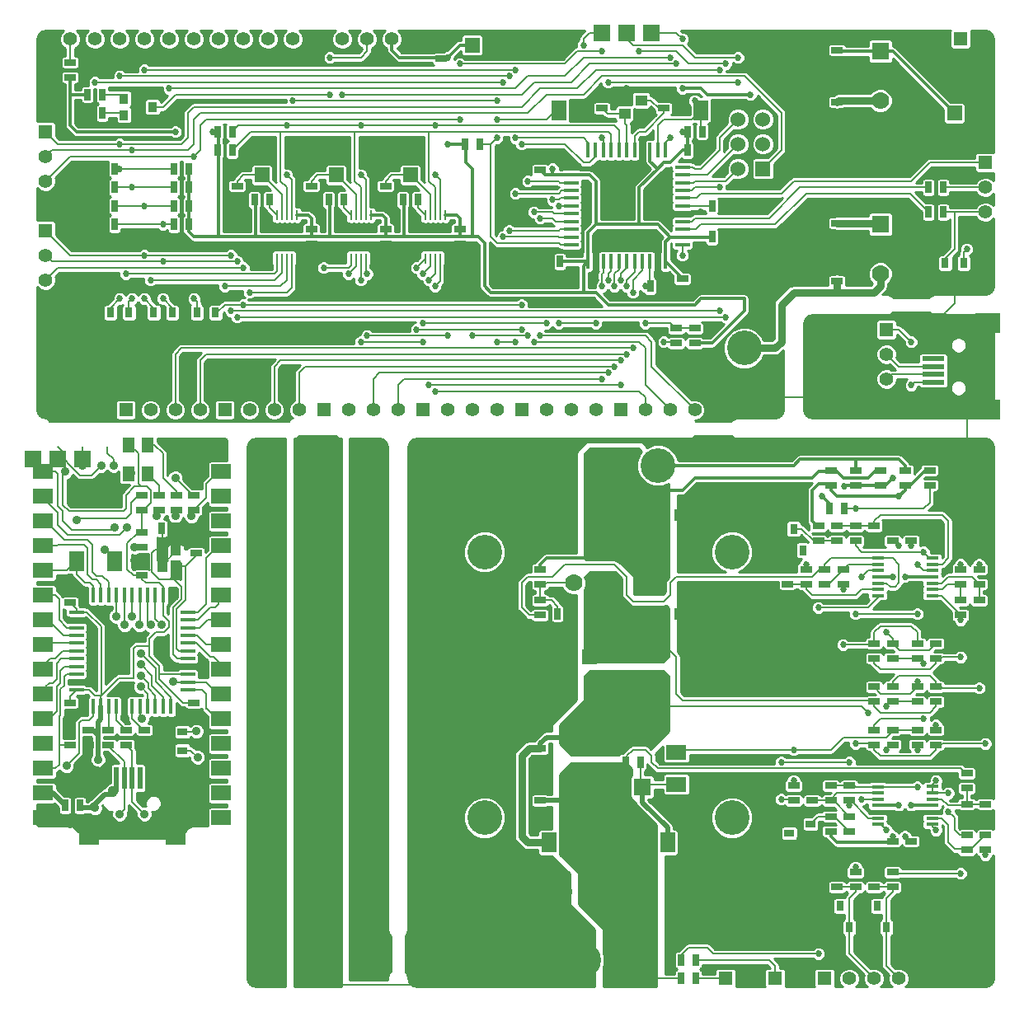
<source format=gtl>
G04 (created by PCBNEW (2014-01-10 BZR 4027)-stable) date Thursday, June 18, 2015 'amt' 10:00:05 am*
%MOIN*%
G04 Gerber Fmt 3.4, Leading zero omitted, Abs format*
%FSLAX34Y34*%
G01*
G70*
G90*
G04 APERTURE LIST*
%ADD10C,0.00590551*%
%ADD11R,0.06X0.06*%
%ADD12C,0.06*%
%ADD13C,0.07*%
%ADD14R,0.07X0.07*%
%ADD15R,0.055X0.055*%
%ADD16C,0.055*%
%ADD17R,0.0106X0.0394*%
%ADD18R,0.1181X0.0787*%
%ADD19C,0.14*%
%ADD20R,0.0590551X0.0590551*%
%ADD21R,0.025X0.045*%
%ADD22R,0.045X0.025*%
%ADD23R,0.0906X0.0197*%
%ADD24R,0.0984X0.0787*%
%ADD25R,0.016X0.06*%
%ADD26R,0.06X0.016*%
%ADD27R,0.0590551X0.0787402*%
%ADD28R,0.0354331X0.0393701*%
%ADD29R,0.0315X0.0394*%
%ADD30R,0.0512X0.0118*%
%ADD31R,0.0394X0.0315*%
%ADD32R,0.06X0.08*%
%ADD33R,0.08X0.06*%
%ADD34R,0.0472441X0.0433071*%
%ADD35R,0.0197X0.0906*%
%ADD36R,0.0787X0.0984*%
%ADD37R,0.0472441X0.0590551*%
%ADD38R,0.0433071X0.0472441*%
%ADD39C,0.027*%
%ADD40C,0.035*%
%ADD41C,0.03*%
%ADD42C,0.012*%
%ADD43C,0.02*%
%ADD44C,0.007*%
%ADD45C,0.008*%
%ADD46C,0.01*%
G04 APERTURE END LIST*
G54D10*
G54D11*
X43500Y-17750D03*
G54D12*
X42500Y-17750D03*
X43500Y-16750D03*
X42500Y-16750D03*
X43500Y-15750D03*
X42500Y-15750D03*
G54D13*
X36750Y-42750D03*
X36750Y-41000D03*
G54D14*
X38627Y-42750D03*
G54D15*
X44000Y-50500D03*
G54D16*
X45000Y-50500D03*
G54D15*
X42000Y-50500D03*
G54D16*
X43000Y-50500D03*
G54D15*
X46000Y-50500D03*
G54D16*
X47000Y-50500D03*
X48000Y-50500D03*
X49000Y-50500D03*
G54D17*
X30650Y-19625D03*
X30450Y-19625D03*
X30250Y-19625D03*
X30050Y-19625D03*
X29850Y-19625D03*
X29850Y-21375D03*
X30050Y-21375D03*
X30250Y-21375D03*
X30450Y-21375D03*
X30650Y-21375D03*
X27650Y-19625D03*
X27450Y-19625D03*
X27250Y-19625D03*
X27050Y-19625D03*
X26850Y-19625D03*
X26850Y-21375D03*
X27050Y-21375D03*
X27250Y-21375D03*
X27450Y-21375D03*
X27650Y-21375D03*
X24650Y-19625D03*
X24450Y-19625D03*
X24250Y-19625D03*
X24050Y-19625D03*
X23850Y-19625D03*
X23850Y-21375D03*
X24050Y-21375D03*
X24250Y-21375D03*
X24450Y-21375D03*
X24650Y-21375D03*
G54D13*
X35872Y-34500D03*
X37250Y-34500D03*
G54D14*
X38627Y-34500D03*
G54D18*
X38750Y-36819D03*
X38750Y-39181D03*
G54D19*
X36250Y-49750D03*
X38250Y-49750D03*
X35250Y-29750D03*
X37250Y-29750D03*
X39250Y-29750D03*
G54D15*
X14500Y-16250D03*
G54D16*
X14500Y-17250D03*
X14500Y-18250D03*
X14500Y-19250D03*
G54D15*
X14500Y-20250D03*
G54D16*
X14500Y-21250D03*
X14500Y-22250D03*
X14500Y-23250D03*
G54D19*
X42750Y-27000D03*
X42750Y-25000D03*
X23500Y-47250D03*
X25500Y-47250D03*
X27500Y-47250D03*
X23500Y-44750D03*
X25500Y-44750D03*
X27500Y-44750D03*
X23500Y-42250D03*
X25500Y-42250D03*
X27500Y-42250D03*
X23500Y-39750D03*
X25500Y-39750D03*
X27500Y-39750D03*
X23500Y-37250D03*
X25500Y-37250D03*
X27500Y-37250D03*
X23500Y-32250D03*
X25500Y-32250D03*
X27500Y-32250D03*
X23500Y-34750D03*
X25500Y-34750D03*
X27500Y-34750D03*
G54D15*
X17750Y-27500D03*
G54D16*
X18750Y-27500D03*
X19750Y-27500D03*
X20750Y-27500D03*
G54D15*
X21750Y-27500D03*
G54D16*
X22750Y-27500D03*
X23750Y-27500D03*
X24750Y-27500D03*
G54D15*
X25750Y-27500D03*
G54D16*
X26750Y-27500D03*
X27750Y-27500D03*
X28750Y-27500D03*
G54D15*
X29750Y-27500D03*
G54D16*
X30750Y-27500D03*
X31750Y-27500D03*
X32750Y-27500D03*
G54D15*
X33750Y-27500D03*
G54D16*
X34750Y-27500D03*
X35750Y-27500D03*
X36750Y-27500D03*
G54D15*
X37750Y-27500D03*
G54D16*
X38750Y-27500D03*
X39750Y-27500D03*
X40750Y-27500D03*
G54D20*
X23250Y-18000D03*
G54D21*
X22950Y-19000D03*
X23550Y-19000D03*
X22050Y-16250D03*
X21450Y-16250D03*
X22050Y-17000D03*
X21450Y-17000D03*
G54D15*
X51500Y-12500D03*
G54D16*
X52500Y-12500D03*
G54D19*
X51750Y-29750D03*
G54D13*
X48250Y-15000D03*
X48250Y-14000D03*
G54D14*
X48250Y-13000D03*
G54D13*
X48250Y-22000D03*
X48250Y-21000D03*
G54D14*
X48250Y-20000D03*
G54D22*
X46500Y-12950D03*
X46500Y-13550D03*
X46500Y-22300D03*
X46500Y-21700D03*
X46500Y-19950D03*
X46500Y-20550D03*
X46500Y-15050D03*
X46500Y-14450D03*
X25250Y-20800D03*
X25250Y-20200D03*
G54D19*
X25500Y-29500D03*
X25500Y-50000D03*
G54D23*
X50392Y-26380D03*
X50392Y-26065D03*
X50392Y-25750D03*
X50392Y-25435D03*
X50392Y-25120D03*
G54D24*
X50431Y-27502D03*
X52596Y-27502D03*
X50431Y-23998D03*
X52596Y-23998D03*
G54D25*
X38000Y-21500D03*
X38315Y-21500D03*
X38630Y-21500D03*
X38945Y-21500D03*
X39260Y-21500D03*
X39575Y-21500D03*
X37685Y-21500D03*
X37370Y-21500D03*
X37055Y-21500D03*
X36740Y-21500D03*
X36425Y-21500D03*
X38000Y-17000D03*
X38315Y-17000D03*
X38630Y-17000D03*
X38945Y-17000D03*
X39260Y-17000D03*
X39575Y-17000D03*
X37685Y-17000D03*
X37370Y-17000D03*
X37055Y-17000D03*
X36740Y-17000D03*
X36425Y-17000D03*
G54D26*
X40250Y-19250D03*
X35750Y-19250D03*
X40250Y-18935D03*
X35750Y-18935D03*
X35750Y-18620D03*
X40250Y-18620D03*
X40250Y-18305D03*
X35750Y-18305D03*
X35750Y-17990D03*
X40250Y-17990D03*
X40250Y-17675D03*
X35750Y-17675D03*
X35750Y-19565D03*
X40250Y-19565D03*
X40250Y-19880D03*
X35750Y-19880D03*
X35750Y-20195D03*
X40250Y-20195D03*
X40250Y-20510D03*
X35750Y-20510D03*
X35750Y-20825D03*
X40250Y-20825D03*
G54D27*
X41000Y-12622D03*
X41000Y-15377D03*
G54D21*
X50800Y-19500D03*
X50200Y-19500D03*
X39550Y-22500D03*
X38950Y-22500D03*
X42050Y-20500D03*
X41450Y-20500D03*
X41050Y-17000D03*
X40450Y-17000D03*
G54D22*
X28250Y-20800D03*
X28250Y-20200D03*
G54D21*
X34700Y-21500D03*
X35300Y-21500D03*
G54D22*
X34500Y-17200D03*
X34500Y-17800D03*
G54D21*
X40450Y-16250D03*
X41050Y-16250D03*
G54D22*
X39500Y-14700D03*
X39500Y-15300D03*
X37000Y-14700D03*
X37000Y-15300D03*
G54D21*
X50800Y-18500D03*
X50200Y-18500D03*
X42050Y-19250D03*
X41450Y-19250D03*
X25950Y-19000D03*
X26550Y-19000D03*
G54D22*
X31250Y-20800D03*
X31250Y-20200D03*
G54D21*
X28950Y-19000D03*
X29550Y-19000D03*
G54D22*
X40250Y-22800D03*
X40250Y-22200D03*
X15500Y-13450D03*
X15500Y-14050D03*
G54D15*
X29500Y-12500D03*
G54D16*
X28500Y-12500D03*
X27500Y-12500D03*
X26500Y-12500D03*
X25500Y-12500D03*
X24500Y-12500D03*
X23500Y-12500D03*
X22500Y-12500D03*
X21500Y-12500D03*
X20500Y-12500D03*
X19500Y-12500D03*
X18500Y-12500D03*
X17500Y-12500D03*
X16500Y-12500D03*
X15500Y-12500D03*
X14500Y-12500D03*
G54D20*
X26250Y-18000D03*
X29250Y-18000D03*
G54D19*
X43750Y-21750D03*
G54D28*
X17679Y-15584D03*
X17679Y-14915D03*
X18820Y-15250D03*
G54D19*
X15250Y-26750D03*
X43750Y-13500D03*
G54D27*
X35250Y-15377D03*
X35250Y-12622D03*
G54D21*
X32050Y-16750D03*
X31450Y-16750D03*
G54D29*
X17500Y-24433D03*
X17125Y-23567D03*
X17875Y-23567D03*
X19250Y-24433D03*
X18875Y-23567D03*
X19625Y-23567D03*
X21000Y-24433D03*
X20625Y-23567D03*
X21375Y-23567D03*
G54D21*
X16700Y-17750D03*
X17300Y-17750D03*
X16700Y-18500D03*
X17300Y-18500D03*
X16700Y-19250D03*
X17300Y-19250D03*
X16700Y-20000D03*
X17300Y-20000D03*
G54D15*
X52500Y-17500D03*
G54D16*
X52500Y-18500D03*
X52500Y-19500D03*
X52500Y-20500D03*
G54D15*
X48500Y-24250D03*
G54D16*
X48500Y-25250D03*
X48500Y-26250D03*
X48500Y-27250D03*
G54D19*
X46500Y-24500D03*
X46500Y-27000D03*
G54D29*
X51250Y-22433D03*
X50875Y-21567D03*
X51625Y-21567D03*
G54D22*
X22250Y-18450D03*
X22250Y-19050D03*
X25250Y-18450D03*
X25250Y-19050D03*
X28250Y-18450D03*
X28250Y-19050D03*
X30500Y-12700D03*
X30500Y-13300D03*
G54D21*
X19700Y-18500D03*
X20300Y-18500D03*
X19700Y-17750D03*
X20300Y-17750D03*
X19700Y-20000D03*
X20300Y-20000D03*
X19700Y-19250D03*
X20300Y-19250D03*
G54D29*
X47000Y-48433D03*
X46625Y-47567D03*
X47375Y-47567D03*
X48500Y-48433D03*
X48125Y-47567D03*
X48875Y-47567D03*
G54D22*
X46250Y-43300D03*
X46250Y-42700D03*
X47000Y-42700D03*
X47000Y-43300D03*
X48000Y-39300D03*
X48000Y-38700D03*
X48750Y-38700D03*
X48750Y-39300D03*
X47000Y-43950D03*
X47000Y-44550D03*
X51750Y-44050D03*
X51750Y-43450D03*
G54D21*
X38550Y-41750D03*
X37950Y-41750D03*
G54D22*
X46250Y-44550D03*
X46250Y-43950D03*
X49750Y-39300D03*
X49750Y-38700D03*
X50500Y-38700D03*
X50500Y-39300D03*
X51750Y-42800D03*
X51750Y-42200D03*
X48000Y-41050D03*
X48000Y-40450D03*
X47250Y-46800D03*
X47250Y-46200D03*
X52500Y-45300D03*
X52500Y-44700D03*
X48750Y-40450D03*
X48750Y-41050D03*
X44750Y-42700D03*
X44750Y-43300D03*
X49500Y-32200D03*
X49500Y-32800D03*
X49250Y-29950D03*
X49250Y-30550D03*
X47250Y-29950D03*
X47250Y-30550D03*
X48250Y-29950D03*
X48250Y-30550D03*
X46250Y-29950D03*
X46250Y-30550D03*
X52250Y-33950D03*
X52250Y-34550D03*
X45500Y-42700D03*
X45500Y-43300D03*
X48750Y-32200D03*
X48750Y-32800D03*
G54D19*
X51750Y-49750D03*
G54D30*
X48150Y-33490D03*
X48150Y-33740D03*
X48150Y-34000D03*
X48150Y-34250D03*
X48150Y-34510D03*
X48150Y-34765D03*
X48150Y-35020D03*
X50350Y-35020D03*
X50350Y-34765D03*
X50350Y-34510D03*
X50350Y-34250D03*
X50350Y-33995D03*
X50350Y-33740D03*
X50350Y-33485D03*
G54D22*
X49500Y-45550D03*
X49500Y-44950D03*
X48750Y-45550D03*
X48750Y-44950D03*
X50500Y-41050D03*
X50500Y-40450D03*
X34500Y-33950D03*
X34500Y-34550D03*
G54D19*
X32250Y-44000D03*
X42250Y-44000D03*
X32250Y-33250D03*
X42250Y-33250D03*
X30000Y-33250D03*
X30000Y-44000D03*
G54D21*
X39450Y-31750D03*
X40050Y-31750D03*
G54D22*
X34500Y-41200D03*
X34500Y-41800D03*
G54D21*
X40050Y-35750D03*
X39450Y-35750D03*
G54D30*
X48150Y-42740D03*
X48150Y-42990D03*
X48150Y-43250D03*
X48150Y-43500D03*
X48150Y-43760D03*
X48150Y-44015D03*
X48150Y-44270D03*
X50350Y-44270D03*
X50350Y-44015D03*
X50350Y-43760D03*
X50350Y-43500D03*
X50350Y-43245D03*
X50350Y-42990D03*
X50350Y-42735D03*
G54D22*
X51500Y-34550D03*
X51500Y-33950D03*
X52500Y-43450D03*
X52500Y-44050D03*
X34500Y-42700D03*
X34500Y-43300D03*
X48000Y-46800D03*
X48000Y-46200D03*
G54D31*
X45433Y-44250D03*
X44567Y-44625D03*
X44567Y-43875D03*
G54D22*
X49750Y-41050D03*
X49750Y-40450D03*
X51750Y-45300D03*
X51750Y-44700D03*
G54D11*
X31750Y-12750D03*
G54D12*
X32750Y-12750D03*
G54D11*
X51250Y-15500D03*
G54D12*
X52250Y-15500D03*
G54D11*
X36500Y-37500D03*
G54D12*
X35500Y-37500D03*
G54D22*
X46750Y-34550D03*
X46750Y-33950D03*
X46000Y-34550D03*
X46000Y-33950D03*
X34500Y-35200D03*
X34500Y-35800D03*
G54D14*
X39000Y-12250D03*
X38000Y-12250D03*
X37000Y-12250D03*
G54D21*
X40200Y-49750D03*
X40800Y-49750D03*
G54D22*
X50500Y-36950D03*
X50500Y-37550D03*
X49750Y-36950D03*
X49750Y-37550D03*
X48000Y-37550D03*
X48000Y-36950D03*
X48750Y-37550D03*
X48750Y-36950D03*
X40000Y-24200D03*
X40000Y-24800D03*
X40750Y-24200D03*
X40750Y-24800D03*
G54D21*
X16200Y-14750D03*
X16800Y-14750D03*
X16800Y-15500D03*
X16200Y-15500D03*
X40800Y-50500D03*
X40200Y-50500D03*
G54D22*
X46500Y-46800D03*
X46500Y-46200D03*
G54D11*
X36500Y-47000D03*
G54D12*
X35500Y-47000D03*
G54D22*
X52250Y-35800D03*
X52250Y-35200D03*
X51500Y-35800D03*
X51500Y-35200D03*
X48750Y-46200D03*
X48750Y-46800D03*
G54D29*
X44750Y-32317D03*
X45125Y-33183D03*
X44375Y-33183D03*
G54D21*
X35200Y-35750D03*
X35800Y-35750D03*
G54D22*
X48000Y-32800D03*
X48000Y-32200D03*
X47250Y-32200D03*
X47250Y-32800D03*
X46500Y-32200D03*
X46500Y-32800D03*
X45750Y-32200D03*
X45750Y-32800D03*
G54D32*
X34850Y-45000D03*
X36150Y-45000D03*
X38350Y-45000D03*
X39650Y-45000D03*
G54D33*
X40000Y-41350D03*
X40000Y-42650D03*
G54D34*
X37915Y-14974D03*
X38584Y-14974D03*
X38584Y-15525D03*
X37915Y-15525D03*
G54D22*
X45250Y-33950D03*
X45250Y-34550D03*
X44500Y-34550D03*
X44500Y-33950D03*
X50250Y-29950D03*
X50250Y-30550D03*
G54D21*
X46800Y-31500D03*
X46200Y-31500D03*
G54D14*
X16000Y-29500D03*
X15000Y-29500D03*
X14000Y-29500D03*
G54D33*
X21600Y-40000D03*
X21600Y-41000D03*
X21600Y-42000D03*
X21600Y-43000D03*
X21600Y-44000D03*
X21600Y-35000D03*
X21600Y-36000D03*
X21600Y-37000D03*
X21600Y-38000D03*
X21600Y-39000D03*
X21600Y-30000D03*
X21600Y-31000D03*
X21600Y-32000D03*
X21600Y-33000D03*
X21600Y-34000D03*
X14400Y-34000D03*
X14400Y-33000D03*
X14400Y-32000D03*
X14400Y-31000D03*
X14400Y-30000D03*
X14400Y-39000D03*
X14400Y-38000D03*
X14400Y-37000D03*
X14400Y-36000D03*
X14400Y-35000D03*
X14400Y-44000D03*
X14400Y-43000D03*
X14400Y-42000D03*
X14400Y-41000D03*
X14400Y-40000D03*
G54D35*
X17370Y-42392D03*
X17685Y-42392D03*
X18000Y-42392D03*
X18315Y-42392D03*
X18630Y-42392D03*
G54D36*
X16248Y-42431D03*
X16248Y-44596D03*
X19752Y-42431D03*
X19752Y-44596D03*
G54D26*
X15750Y-37250D03*
X15750Y-37565D03*
X15750Y-37880D03*
X15750Y-38195D03*
X15750Y-38510D03*
X15750Y-38825D03*
X15750Y-36935D03*
X15750Y-36620D03*
X15750Y-36305D03*
X15750Y-35990D03*
X15750Y-35675D03*
X20250Y-37250D03*
X20250Y-37565D03*
X20250Y-37880D03*
X20250Y-38195D03*
X20250Y-38510D03*
X20250Y-38825D03*
X20250Y-36935D03*
X20250Y-36620D03*
X20250Y-36305D03*
X20250Y-35990D03*
X20250Y-35675D03*
G54D25*
X18000Y-39500D03*
X18000Y-35000D03*
X18315Y-39500D03*
X18315Y-35000D03*
X18630Y-35000D03*
X18630Y-39500D03*
X18945Y-39500D03*
X18945Y-35000D03*
X19260Y-35000D03*
X19260Y-39500D03*
X19575Y-39500D03*
X19575Y-35000D03*
X17685Y-35000D03*
X17685Y-39500D03*
X17370Y-39500D03*
X17370Y-35000D03*
X17055Y-35000D03*
X17055Y-39500D03*
X16740Y-39500D03*
X16740Y-35000D03*
X16425Y-35000D03*
X16425Y-39500D03*
G54D22*
X18400Y-30950D03*
X18400Y-31550D03*
X20500Y-30950D03*
X20500Y-31550D03*
X18400Y-32450D03*
X18400Y-33050D03*
X17750Y-41050D03*
X17750Y-40450D03*
X17025Y-41050D03*
X17025Y-40450D03*
X18500Y-40450D03*
X18500Y-41050D03*
X15500Y-41050D03*
X15500Y-40450D03*
X16225Y-41050D03*
X16225Y-40450D03*
X19800Y-30950D03*
X19800Y-31550D03*
X19100Y-30950D03*
X19100Y-31550D03*
G54D21*
X19800Y-32300D03*
X19200Y-32300D03*
G54D22*
X20600Y-32700D03*
X20600Y-33300D03*
X20500Y-39950D03*
X20500Y-39350D03*
X15500Y-34700D03*
X15500Y-35300D03*
X18400Y-33600D03*
X18400Y-34200D03*
X15500Y-39950D03*
X15500Y-39350D03*
G54D37*
X17856Y-30090D03*
X18643Y-30090D03*
X18643Y-28909D03*
X17856Y-28909D03*
G54D31*
X19167Y-40900D03*
X20033Y-40525D03*
X20033Y-41275D03*
G54D27*
X15750Y-33627D03*
X15750Y-30872D03*
X17300Y-30872D03*
X17300Y-33627D03*
G54D21*
X15900Y-43500D03*
X15300Y-43500D03*
G54D19*
X20250Y-29400D03*
G54D38*
X19775Y-33165D03*
X19775Y-33834D03*
X19224Y-33834D03*
X19224Y-33165D03*
G54D39*
X43000Y-14750D03*
X19750Y-16250D03*
X21250Y-16250D03*
X35000Y-17750D03*
X40250Y-14500D03*
X40250Y-16250D03*
X30750Y-16750D03*
X30750Y-13250D03*
G54D40*
X16625Y-41647D03*
G54D39*
X38750Y-24000D03*
X38750Y-22500D03*
G54D40*
X18350Y-38700D03*
X16750Y-29750D03*
X18350Y-37350D03*
X18350Y-38250D03*
X15300Y-30000D03*
X18350Y-37800D03*
X18000Y-35850D03*
X20400Y-31800D03*
X17300Y-32250D03*
X19750Y-31800D03*
X17700Y-36200D03*
X17800Y-32250D03*
X19000Y-31800D03*
X17350Y-35850D03*
X18500Y-43850D03*
X17500Y-43850D03*
X20650Y-41550D03*
X20600Y-40500D03*
G54D39*
X39750Y-16500D03*
X39750Y-13250D03*
X19500Y-14500D03*
G54D40*
X19200Y-36200D03*
G54D39*
X18500Y-13750D03*
X33500Y-13750D03*
X33500Y-16500D03*
X33250Y-14000D03*
X33250Y-20250D03*
X17500Y-14000D03*
G54D40*
X18750Y-36200D03*
G54D39*
X33000Y-20500D03*
X33000Y-14250D03*
X16500Y-14250D03*
G54D40*
X18300Y-36200D03*
G54D39*
X32750Y-16500D03*
X32750Y-15750D03*
X32750Y-15000D03*
X24500Y-15000D03*
G54D40*
X15750Y-33627D03*
X15750Y-31950D03*
X15350Y-41900D03*
G54D39*
X41750Y-18500D03*
X41750Y-13750D03*
X17500Y-16750D03*
X17500Y-17750D03*
X17500Y-23000D03*
X18000Y-17000D03*
X18000Y-18500D03*
X18000Y-23000D03*
X20500Y-17250D03*
X20500Y-23000D03*
X37000Y-16500D03*
X37000Y-13000D03*
X31250Y-13500D03*
X31250Y-15750D03*
X41750Y-23500D03*
X22000Y-23500D03*
X22000Y-21250D03*
X18500Y-19250D03*
X18500Y-21250D03*
X18500Y-23000D03*
X42000Y-23750D03*
X22250Y-23750D03*
X22250Y-21500D03*
X19250Y-23000D03*
X19250Y-21500D03*
X19250Y-20000D03*
X22500Y-21750D03*
X33750Y-23250D03*
X33750Y-16750D03*
X22500Y-23250D03*
X51500Y-36000D03*
X51500Y-37500D03*
X51500Y-46250D03*
X38000Y-25250D03*
X38000Y-22500D03*
X37500Y-25750D03*
X37500Y-22500D03*
X37000Y-26250D03*
X37000Y-22500D03*
X33500Y-24750D03*
X33500Y-18750D03*
X32750Y-24750D03*
X35250Y-19250D03*
X35250Y-24000D03*
X36750Y-24000D03*
X34500Y-19750D03*
X34500Y-24500D03*
X47250Y-35750D03*
X49750Y-35750D03*
X49750Y-33750D03*
X18750Y-22250D03*
X22750Y-22750D03*
X26750Y-22000D03*
X27500Y-22000D03*
X27500Y-24500D03*
X30750Y-24500D03*
X29750Y-22000D03*
X29750Y-24000D03*
X34750Y-24000D03*
X39500Y-24750D03*
X30250Y-22500D03*
X30250Y-26750D03*
X50000Y-37750D03*
X50000Y-33250D03*
G54D40*
X17950Y-30050D03*
X19750Y-30250D03*
G54D39*
X42500Y-14250D03*
X37250Y-14250D03*
X36250Y-12750D03*
X42000Y-13500D03*
X38500Y-13000D03*
X47750Y-39750D03*
X48500Y-39500D03*
X39500Y-39250D03*
X39500Y-39750D03*
X39250Y-38500D03*
X38750Y-38500D03*
X38250Y-38500D03*
X37750Y-38500D03*
X37750Y-39000D03*
X37750Y-39500D03*
X37750Y-40000D03*
X38250Y-40000D03*
X38750Y-40000D03*
X39250Y-40000D03*
X39000Y-39750D03*
X38500Y-39750D03*
X39500Y-38750D03*
X39000Y-38750D03*
X38500Y-38750D03*
X38000Y-38750D03*
X38000Y-39250D03*
X38000Y-39750D03*
X39500Y-37250D03*
X39500Y-36250D03*
X39000Y-36250D03*
X38500Y-36250D03*
X38000Y-36250D03*
X38000Y-36750D03*
X38000Y-37250D03*
X38500Y-37250D03*
X39000Y-37250D03*
X39500Y-36750D03*
X39250Y-37500D03*
X38750Y-37500D03*
X38250Y-37500D03*
X37750Y-37500D03*
X37750Y-37000D03*
X37750Y-36500D03*
X37750Y-36000D03*
X38250Y-36000D03*
X38750Y-36000D03*
X40750Y-15000D03*
X40250Y-12500D03*
G54D40*
X17250Y-29750D03*
X16900Y-33150D03*
X18100Y-33050D03*
X19650Y-38500D03*
G54D39*
X40000Y-13500D03*
X40250Y-21250D03*
X26500Y-14750D03*
X42500Y-13250D03*
X30250Y-16000D03*
X30250Y-18000D03*
X27250Y-16000D03*
X27250Y-18000D03*
X24250Y-16000D03*
X24250Y-18000D03*
X48750Y-34250D03*
X49000Y-33000D03*
X49000Y-31000D03*
X49000Y-43500D03*
X48750Y-44750D03*
X45900Y-31000D03*
X46800Y-30600D03*
X49250Y-44750D03*
X49500Y-33000D03*
X49250Y-34250D03*
X48750Y-30250D03*
X49500Y-43500D03*
X44750Y-41250D03*
X44750Y-42500D03*
G54D40*
X17200Y-42900D03*
X18400Y-40000D03*
X16500Y-43600D03*
G54D39*
X38250Y-25000D03*
X38250Y-22750D03*
X37750Y-25500D03*
X37750Y-22250D03*
X37250Y-26000D03*
X37250Y-22250D03*
X34000Y-24500D03*
X34000Y-18250D03*
X31750Y-24500D03*
X35000Y-19000D03*
X34250Y-24750D03*
X34250Y-19500D03*
X47500Y-43250D03*
X17750Y-22000D03*
X21750Y-22500D03*
X25750Y-21750D03*
X27250Y-22250D03*
X27250Y-24750D03*
X29750Y-24750D03*
X29500Y-21750D03*
X29500Y-24250D03*
X33750Y-24250D03*
X30000Y-22250D03*
X30000Y-26500D03*
X37750Y-26500D03*
G54D40*
X16000Y-29750D03*
G54D39*
X41500Y-16750D03*
X38500Y-16000D03*
X38000Y-14500D03*
X40500Y-31750D03*
X40500Y-35750D03*
X48000Y-33000D03*
X52000Y-36500D03*
X49750Y-44000D03*
X52000Y-44250D03*
X50000Y-45500D03*
X49500Y-47500D03*
X47750Y-49000D03*
X34750Y-42000D03*
X16000Y-15500D03*
X39750Y-22750D03*
X42000Y-12750D03*
X42000Y-28750D03*
X41000Y-28750D03*
X50250Y-22250D03*
X46500Y-14000D03*
X34250Y-12500D03*
X41000Y-19500D03*
X37000Y-20500D03*
X31250Y-21250D03*
X28250Y-21250D03*
X25250Y-21250D03*
X28500Y-19500D03*
X25500Y-19500D03*
X22500Y-19500D03*
X39000Y-20750D03*
X37250Y-17750D03*
X36750Y-22250D03*
X39250Y-22000D03*
X42750Y-19250D03*
X38500Y-17750D03*
X39250Y-19000D03*
X34750Y-22000D03*
G54D40*
X19224Y-33834D03*
X15500Y-44250D03*
X19600Y-41750D03*
X16750Y-42500D03*
X19500Y-43750D03*
X20250Y-42250D03*
X15750Y-30872D03*
X17300Y-30872D03*
X18100Y-33600D03*
X20050Y-39850D03*
X19200Y-37450D03*
X15500Y-40200D03*
X16400Y-38350D03*
X17150Y-37950D03*
X15200Y-34550D03*
X16400Y-36950D03*
X17500Y-38800D03*
X19700Y-34900D03*
G54D39*
X47500Y-34250D03*
X48500Y-36500D03*
X49750Y-42750D03*
X49750Y-41250D03*
X48500Y-44500D03*
X48500Y-41250D03*
X50500Y-44500D03*
X50000Y-40000D03*
X52500Y-41000D03*
X52500Y-45500D03*
X47250Y-41000D03*
X47250Y-46000D03*
X46750Y-34750D03*
X46750Y-37000D03*
X45750Y-35500D03*
X45750Y-49500D03*
X49500Y-26500D03*
X49500Y-24750D03*
X26000Y-13250D03*
X26000Y-14750D03*
X51500Y-33750D03*
X49750Y-38500D03*
X52250Y-33750D03*
X52250Y-38750D03*
X47250Y-31500D03*
X45250Y-33750D03*
X51750Y-21000D03*
X51000Y-43750D03*
X51000Y-43000D03*
X50500Y-40250D03*
X50500Y-42500D03*
X44250Y-43250D03*
X44250Y-41750D03*
X47000Y-41750D03*
X47000Y-43500D03*
G54D41*
X48250Y-15000D02*
X46550Y-15000D01*
X46550Y-15000D02*
X46500Y-15050D01*
X46500Y-19950D02*
X48200Y-19950D01*
X48200Y-19950D02*
X48250Y-20000D01*
G54D42*
X41000Y-14500D02*
X41250Y-14750D01*
X41250Y-14750D02*
X43000Y-14750D01*
X16200Y-14750D02*
X15500Y-14750D01*
X19750Y-16250D02*
X15750Y-16250D01*
X21450Y-16250D02*
X21250Y-16250D01*
X15500Y-16000D02*
X15500Y-15000D01*
X15500Y-15000D02*
X15500Y-14750D01*
X15500Y-14750D02*
X15500Y-14050D01*
X15750Y-16250D02*
X15500Y-16000D01*
X42750Y-23000D02*
X42750Y-23500D01*
X41450Y-24800D02*
X40750Y-24800D01*
X42750Y-23500D02*
X41450Y-24800D01*
X39750Y-17500D02*
X39500Y-17500D01*
X39500Y-17500D02*
X39250Y-17750D01*
X35000Y-17750D02*
X35000Y-17990D01*
X35000Y-17990D02*
X35000Y-18000D01*
X35000Y-18000D02*
X35000Y-17990D01*
X41000Y-14500D02*
X40250Y-14500D01*
X20300Y-20000D02*
X20300Y-20300D01*
X20300Y-20300D02*
X20500Y-20500D01*
X21500Y-20500D02*
X20500Y-20500D01*
X20300Y-19250D02*
X20300Y-20000D01*
X20300Y-18500D02*
X20300Y-19250D01*
X20300Y-17750D02*
X20300Y-18500D01*
X31750Y-20500D02*
X31750Y-17750D01*
X31500Y-16800D02*
X31450Y-16750D01*
X31500Y-17500D02*
X31500Y-16800D01*
X31750Y-17750D02*
X31500Y-17500D01*
X48250Y-13000D02*
X48750Y-13000D01*
X48750Y-13000D02*
X51250Y-15500D01*
X30500Y-13300D02*
X30700Y-13300D01*
X30700Y-13300D02*
X30750Y-13250D01*
X31750Y-12750D02*
X31250Y-12750D01*
X31250Y-12750D02*
X30750Y-13250D01*
X21500Y-17250D02*
X21500Y-16300D01*
X21500Y-16300D02*
X21450Y-16250D01*
X21500Y-20500D02*
X21500Y-17250D01*
X21500Y-17250D02*
X21500Y-17050D01*
X21500Y-17050D02*
X21450Y-17000D01*
X23000Y-20500D02*
X23000Y-19050D01*
X23000Y-19050D02*
X22950Y-19000D01*
X26000Y-20500D02*
X26000Y-19050D01*
X26000Y-19050D02*
X25950Y-19000D01*
X40450Y-16250D02*
X40250Y-16250D01*
X36250Y-22750D02*
X36750Y-22750D01*
X37250Y-23250D02*
X36750Y-22750D01*
X40750Y-23250D02*
X37250Y-23250D01*
X41000Y-23000D02*
X40750Y-23250D01*
X42750Y-23000D02*
X41000Y-23000D01*
X48250Y-13000D02*
X46550Y-13000D01*
X46550Y-13000D02*
X46500Y-12950D01*
X32000Y-20500D02*
X32250Y-20750D01*
X32250Y-22500D02*
X32500Y-22750D01*
X32250Y-20750D02*
X32250Y-22500D01*
X30750Y-16750D02*
X31450Y-16750D01*
X38500Y-20000D02*
X38500Y-18500D01*
X38500Y-18500D02*
X39250Y-17750D01*
X40450Y-16250D02*
X40450Y-17000D01*
X38945Y-17000D02*
X38945Y-17445D01*
X38945Y-17445D02*
X39250Y-17750D01*
X40250Y-17000D02*
X40450Y-17000D01*
X39750Y-17500D02*
X40250Y-17000D01*
X36750Y-20000D02*
X36750Y-18250D01*
X35760Y-18000D02*
X35750Y-17990D01*
X36500Y-18000D02*
X35760Y-18000D01*
X36750Y-18250D02*
X36500Y-18000D01*
X28500Y-12500D02*
X28500Y-12950D01*
X28800Y-13250D02*
X30750Y-13250D01*
X28500Y-12950D02*
X28800Y-13250D01*
X35750Y-17990D02*
X35000Y-17990D01*
X35000Y-17990D02*
X34690Y-17990D01*
X34690Y-17990D02*
X34500Y-17800D01*
X36250Y-22750D02*
X36250Y-21675D01*
X36250Y-21675D02*
X36425Y-21500D01*
X32000Y-20500D02*
X31750Y-20500D01*
X31750Y-20500D02*
X31250Y-20500D01*
X36250Y-22750D02*
X32500Y-22750D01*
X40250Y-22200D02*
X40250Y-22175D01*
X40250Y-22175D02*
X39575Y-21500D01*
X39575Y-21500D02*
X39575Y-20695D01*
X39575Y-20695D02*
X39760Y-20510D01*
X40250Y-20510D02*
X39760Y-20510D01*
X36425Y-20325D02*
X36425Y-21500D01*
X39760Y-20510D02*
X39250Y-20000D01*
X39250Y-20000D02*
X38500Y-20000D01*
X38500Y-20000D02*
X36750Y-20000D01*
X36750Y-20000D02*
X36425Y-20325D01*
X29000Y-20500D02*
X29000Y-19050D01*
X29000Y-19050D02*
X28950Y-19000D01*
X31250Y-20500D02*
X31250Y-20200D01*
X28250Y-20500D02*
X28250Y-20200D01*
X25250Y-20500D02*
X25250Y-20200D01*
X21500Y-20500D02*
X23000Y-20500D01*
X23000Y-20500D02*
X25250Y-20500D01*
X25250Y-20500D02*
X26000Y-20500D01*
X26000Y-20500D02*
X28250Y-20500D01*
X28250Y-20500D02*
X29000Y-20500D01*
X29000Y-20500D02*
X30750Y-20500D01*
X30750Y-20500D02*
X31250Y-20500D01*
X40250Y-20510D02*
X41440Y-20510D01*
X41440Y-20510D02*
X41450Y-20500D01*
X36425Y-21500D02*
X35300Y-21500D01*
X34690Y-17990D02*
X34500Y-17800D01*
X30650Y-19625D02*
X31125Y-19625D01*
X31125Y-19625D02*
X31250Y-19750D01*
X31250Y-19750D02*
X31250Y-20200D01*
X27650Y-19625D02*
X28125Y-19625D01*
X28125Y-19625D02*
X28250Y-19750D01*
X28250Y-19750D02*
X28250Y-20200D01*
X24650Y-19625D02*
X25125Y-19625D01*
X25125Y-19625D02*
X25250Y-19750D01*
X25250Y-19750D02*
X25250Y-20200D01*
G54D43*
X14500Y-43000D02*
X14800Y-43000D01*
X14800Y-43000D02*
X15300Y-43500D01*
X16625Y-40650D02*
X16625Y-41647D01*
X16225Y-40450D02*
X16425Y-40450D01*
X16425Y-40450D02*
X16625Y-40650D01*
X16740Y-39500D02*
X16740Y-40010D01*
X16625Y-40125D02*
X16625Y-40650D01*
X16740Y-40010D02*
X16625Y-40125D01*
G54D44*
X18100Y-30600D02*
X17750Y-30950D01*
X17750Y-30950D02*
X17750Y-31500D01*
X18350Y-30600D02*
X18100Y-30600D01*
X18250Y-30500D02*
X18350Y-30600D01*
X18350Y-30600D02*
X18600Y-30600D01*
X18400Y-31550D02*
X18450Y-31550D01*
X18450Y-31550D02*
X18750Y-31250D01*
X18750Y-31250D02*
X18750Y-30750D01*
X18750Y-30750D02*
X18600Y-30600D01*
X17909Y-28909D02*
X17856Y-28909D01*
X18250Y-29250D02*
X17909Y-28909D01*
X18250Y-30500D02*
X18250Y-29250D01*
X18400Y-32450D02*
X18400Y-31550D01*
X18400Y-32450D02*
X18250Y-32450D01*
X18050Y-34200D02*
X18400Y-34200D01*
X17800Y-33950D02*
X18050Y-34200D01*
X17800Y-32900D02*
X17800Y-33950D01*
X18250Y-32450D02*
X17800Y-32900D01*
X19260Y-35000D02*
X19260Y-34660D01*
X19260Y-34660D02*
X19100Y-34500D01*
X19100Y-34500D02*
X18550Y-34500D01*
X18550Y-34500D02*
X18400Y-34350D01*
X18400Y-34350D02*
X18400Y-34200D01*
X20500Y-39350D02*
X20050Y-39350D01*
X19100Y-38400D02*
X19100Y-38200D01*
X20050Y-39350D02*
X19100Y-38400D01*
X15500Y-39350D02*
X15500Y-39075D01*
X15500Y-39075D02*
X15750Y-38825D01*
X18050Y-38350D02*
X18050Y-37150D01*
X18150Y-37050D02*
X18700Y-37050D01*
X18050Y-37150D02*
X18150Y-37050D01*
X19100Y-38200D02*
X20245Y-38200D01*
X20245Y-38200D02*
X20250Y-38195D01*
X19300Y-36500D02*
X19500Y-36300D01*
X19500Y-36300D02*
X19500Y-36050D01*
X19500Y-36050D02*
X19260Y-35810D01*
X19260Y-35810D02*
X19260Y-35000D01*
X18700Y-37050D02*
X18700Y-36750D01*
X18700Y-36750D02*
X18950Y-36500D01*
X18950Y-36500D02*
X19300Y-36500D01*
X18700Y-37450D02*
X18700Y-37050D01*
X19100Y-38200D02*
X19100Y-37850D01*
X19100Y-37850D02*
X18700Y-37450D01*
X17450Y-38350D02*
X18050Y-38350D01*
X17450Y-38350D02*
X16750Y-39050D01*
X16750Y-39050D02*
X16750Y-36250D01*
X16750Y-36250D02*
X16175Y-35675D01*
X16175Y-35675D02*
X15750Y-35675D01*
X16740Y-39050D02*
X16750Y-39050D01*
X16750Y-39050D02*
X16500Y-39050D01*
X16500Y-39050D02*
X16275Y-38825D01*
X16275Y-38825D02*
X15750Y-38825D01*
X16740Y-39050D02*
X16740Y-39500D01*
X16750Y-39150D02*
X16740Y-39160D01*
X16740Y-39160D02*
X16740Y-39500D01*
X15750Y-35675D02*
X15750Y-35550D01*
X15750Y-35550D02*
X15500Y-35300D01*
G54D45*
X40000Y-24200D02*
X40750Y-24200D01*
X38950Y-22500D02*
X38750Y-22500D01*
X39950Y-24200D02*
X40000Y-24200D01*
X39750Y-24000D02*
X39950Y-24200D01*
X38750Y-24000D02*
X39750Y-24000D01*
X38945Y-21500D02*
X38945Y-22495D01*
X38945Y-22495D02*
X38950Y-22500D01*
G54D44*
X14900Y-42000D02*
X14500Y-42000D01*
X15750Y-38195D02*
X15355Y-38195D01*
X15050Y-41050D02*
X15050Y-39900D01*
X15500Y-41050D02*
X15050Y-41050D01*
X15050Y-39900D02*
X15100Y-39850D01*
X15100Y-38800D02*
X15250Y-38650D01*
X15100Y-39850D02*
X15100Y-38800D01*
X15250Y-38650D02*
X15250Y-38300D01*
X15050Y-41050D02*
X15050Y-41850D01*
X15050Y-41850D02*
X14900Y-42000D01*
X15355Y-38195D02*
X15250Y-38300D01*
X18630Y-39500D02*
X18630Y-38980D01*
X18630Y-38980D02*
X18350Y-38700D01*
X18650Y-38750D02*
X18650Y-38550D01*
X18945Y-39500D02*
X18945Y-39045D01*
X18945Y-39045D02*
X18650Y-38750D01*
X15900Y-30150D02*
X16350Y-30150D01*
X15900Y-30150D02*
X15500Y-29750D01*
X16750Y-29750D02*
X16350Y-30150D01*
X15250Y-29250D02*
X15000Y-29000D01*
X15250Y-29500D02*
X15250Y-29250D01*
X15500Y-29750D02*
X15250Y-29500D01*
X18350Y-37350D02*
X18950Y-37950D01*
X18650Y-38550D02*
X18350Y-38250D01*
X16050Y-31600D02*
X15450Y-31600D01*
X15450Y-31600D02*
X15200Y-31350D01*
X17750Y-31500D02*
X17650Y-31600D01*
X17650Y-31600D02*
X16050Y-31600D01*
X15200Y-31350D02*
X15200Y-30100D01*
X15200Y-30100D02*
X15300Y-30000D01*
X18800Y-38650D02*
X18800Y-38250D01*
X18800Y-38250D02*
X18350Y-37800D01*
X19260Y-39500D02*
X19260Y-39110D01*
X19260Y-39110D02*
X18800Y-38650D01*
X18950Y-37950D02*
X18950Y-38500D01*
X19575Y-39150D02*
X19575Y-39125D01*
X19575Y-39125D02*
X18950Y-38500D01*
X19575Y-39150D02*
X19575Y-39500D01*
X19575Y-39500D02*
X19575Y-39125D01*
X20500Y-31550D02*
X21000Y-31050D01*
X18000Y-35000D02*
X18000Y-35850D01*
X20500Y-31700D02*
X20500Y-31550D01*
X20400Y-31800D02*
X20500Y-31700D01*
X21000Y-31050D02*
X21000Y-30500D01*
X21000Y-30500D02*
X21500Y-30000D01*
X15000Y-31300D02*
X15000Y-31400D01*
X15000Y-31400D02*
X15200Y-31600D01*
X15200Y-31600D02*
X15200Y-32000D01*
X15550Y-32350D02*
X15850Y-32350D01*
X15200Y-32000D02*
X15550Y-32350D01*
X15000Y-30100D02*
X14900Y-30000D01*
X15000Y-31300D02*
X15000Y-30100D01*
X17200Y-32350D02*
X17300Y-32250D01*
X15850Y-32350D02*
X17200Y-32350D01*
X14900Y-30000D02*
X14500Y-30000D01*
X19800Y-31550D02*
X19800Y-31750D01*
X19800Y-31750D02*
X19750Y-31800D01*
X17685Y-35000D02*
X17685Y-36185D01*
X17685Y-36185D02*
X17700Y-36200D01*
X17800Y-32250D02*
X17500Y-32550D01*
X15400Y-32550D02*
X15650Y-32550D01*
X15000Y-32150D02*
X15400Y-32550D01*
X15000Y-31650D02*
X15000Y-31900D01*
X15650Y-32550D02*
X17500Y-32550D01*
X15000Y-31650D02*
X14500Y-31150D01*
X14500Y-31150D02*
X14500Y-31000D01*
X15000Y-31900D02*
X15000Y-32150D01*
X19100Y-31700D02*
X19100Y-31550D01*
X19000Y-31800D02*
X19100Y-31700D01*
X17370Y-35830D02*
X17350Y-35850D01*
X17370Y-35000D02*
X17370Y-35830D01*
X20250Y-38825D02*
X20825Y-38825D01*
X21000Y-39600D02*
X21025Y-39600D01*
X21000Y-39000D02*
X21000Y-39600D01*
X20825Y-38825D02*
X21000Y-39000D01*
X21500Y-40000D02*
X21425Y-40000D01*
X21425Y-40000D02*
X21025Y-39600D01*
X15500Y-32750D02*
X15250Y-32750D01*
X15250Y-32750D02*
X14500Y-32000D01*
X17055Y-35000D02*
X17055Y-34455D01*
X16200Y-32750D02*
X15500Y-32750D01*
X16400Y-32950D02*
X16200Y-32750D01*
X16400Y-34050D02*
X16400Y-32950D01*
X16559Y-34209D02*
X16400Y-34050D01*
X16809Y-34209D02*
X16559Y-34209D01*
X17055Y-34455D02*
X16809Y-34209D01*
X16740Y-35000D02*
X16740Y-34540D01*
X14950Y-33000D02*
X14500Y-33000D01*
X15000Y-32950D02*
X14950Y-33000D01*
X16050Y-32950D02*
X15000Y-32950D01*
X16200Y-33100D02*
X16050Y-32950D01*
X16200Y-34150D02*
X16200Y-33100D01*
X16400Y-34350D02*
X16200Y-34150D01*
X16550Y-34350D02*
X16400Y-34350D01*
X16740Y-34540D02*
X16550Y-34350D01*
G54D41*
X46500Y-22300D02*
X46500Y-22750D01*
X42750Y-25000D02*
X44000Y-25000D01*
X44000Y-25000D02*
X44250Y-24750D01*
X44250Y-24750D02*
X44250Y-23250D01*
X44250Y-23250D02*
X44750Y-22750D01*
X44750Y-22750D02*
X46500Y-22750D01*
X48250Y-22500D02*
X48250Y-22000D01*
X46500Y-22750D02*
X48000Y-22750D01*
X48000Y-22750D02*
X48250Y-22500D01*
G54D44*
X18000Y-42392D02*
X18000Y-43350D01*
X18000Y-43350D02*
X18500Y-43850D01*
X18000Y-42392D02*
X18000Y-41300D01*
X18000Y-41300D02*
X17750Y-41050D01*
X17685Y-42392D02*
X17685Y-43665D01*
X17685Y-43665D02*
X17500Y-43850D01*
X17685Y-42392D02*
X17685Y-41735D01*
X17685Y-41735D02*
X17000Y-41050D01*
X20375Y-41275D02*
X20033Y-41275D01*
X20650Y-41550D02*
X20375Y-41275D01*
X21500Y-38000D02*
X21500Y-37700D01*
X21150Y-37500D02*
X20585Y-36935D01*
X21300Y-37500D02*
X21150Y-37500D01*
X21500Y-37700D02*
X21300Y-37500D01*
X20585Y-36935D02*
X20250Y-36935D01*
X20250Y-36935D02*
X20585Y-36935D01*
X20575Y-40525D02*
X20033Y-40525D01*
X20600Y-40500D02*
X20575Y-40525D01*
X20250Y-36620D02*
X20620Y-36620D01*
X21000Y-37000D02*
X21500Y-37000D01*
X20620Y-36620D02*
X21000Y-37000D01*
X20250Y-36305D02*
X20745Y-36305D01*
X21050Y-36000D02*
X21500Y-36000D01*
X20745Y-36305D02*
X21050Y-36000D01*
X21500Y-35000D02*
X21500Y-35350D01*
X20660Y-35990D02*
X20250Y-35990D01*
X21150Y-35500D02*
X20660Y-35990D01*
X21350Y-35500D02*
X21150Y-35500D01*
X21500Y-35350D02*
X21350Y-35500D01*
G54D45*
X34000Y-14000D02*
X35500Y-14000D01*
X35500Y-14000D02*
X36250Y-13250D01*
X31750Y-14500D02*
X33500Y-14500D01*
X33500Y-14500D02*
X34000Y-14000D01*
X24500Y-14500D02*
X19500Y-14500D01*
X24500Y-14500D02*
X31750Y-14500D01*
X36250Y-13250D02*
X39750Y-13250D01*
X39750Y-16500D02*
X39575Y-16675D01*
X39575Y-17000D02*
X39575Y-16675D01*
G54D44*
X18945Y-35000D02*
X18945Y-35945D01*
X18945Y-35945D02*
X19200Y-36200D01*
G54D45*
X27500Y-13750D02*
X31000Y-13750D01*
X27500Y-13750D02*
X18500Y-13750D01*
X36425Y-16675D02*
X36425Y-17000D01*
X36250Y-16500D02*
X36425Y-16675D01*
X33500Y-16500D02*
X36000Y-16500D01*
X36000Y-16500D02*
X36250Y-16500D01*
X31000Y-13750D02*
X33500Y-13750D01*
G54D44*
X20250Y-35675D02*
X20675Y-35675D01*
X21000Y-33500D02*
X21500Y-33000D01*
X21000Y-35350D02*
X21000Y-33500D01*
X20675Y-35675D02*
X21000Y-35350D01*
G54D45*
X31250Y-14000D02*
X33250Y-14000D01*
X33250Y-20250D02*
X35250Y-20250D01*
X35305Y-20195D02*
X35750Y-20195D01*
X35250Y-20250D02*
X35305Y-20195D01*
X26500Y-14000D02*
X17500Y-14000D01*
X26500Y-14000D02*
X31250Y-14000D01*
G54D44*
X18630Y-35000D02*
X18630Y-36080D01*
X18630Y-36080D02*
X18750Y-36200D01*
G54D45*
X33000Y-20500D02*
X35250Y-20500D01*
X35250Y-20500D02*
X35260Y-20510D01*
X35260Y-20510D02*
X35750Y-20510D01*
X31500Y-14250D02*
X33000Y-14250D01*
X25500Y-14250D02*
X31500Y-14250D01*
X25500Y-14250D02*
X16500Y-14250D01*
G54D44*
X18315Y-35000D02*
X18315Y-36185D01*
X18315Y-36185D02*
X18300Y-36200D01*
G54D45*
X32500Y-16750D02*
X32750Y-16500D01*
X32750Y-20750D02*
X32500Y-20500D01*
X32500Y-20500D02*
X32500Y-16750D01*
X32050Y-16750D02*
X32500Y-16750D01*
X35250Y-15377D02*
X35122Y-15377D01*
X34750Y-15750D02*
X35122Y-15377D01*
X34750Y-15750D02*
X32750Y-15750D01*
X32000Y-15000D02*
X32750Y-15000D01*
X35250Y-20750D02*
X32750Y-20750D01*
X35250Y-20750D02*
X35325Y-20825D01*
X35750Y-20825D02*
X35325Y-20825D01*
X24500Y-15000D02*
X32000Y-15000D01*
G54D44*
X17750Y-31900D02*
X15800Y-31900D01*
X15800Y-31900D02*
X15750Y-31950D01*
X17950Y-31250D02*
X17950Y-31700D01*
X17950Y-31700D02*
X17750Y-31900D01*
X18250Y-30950D02*
X18400Y-30950D01*
X17950Y-31250D02*
X18250Y-30950D01*
X14500Y-34000D02*
X15377Y-34000D01*
X15377Y-34000D02*
X15750Y-33627D01*
X16425Y-35000D02*
X16425Y-34625D01*
X15750Y-34150D02*
X15750Y-33627D01*
X16100Y-34500D02*
X15750Y-34150D01*
X16300Y-34500D02*
X16100Y-34500D01*
X16425Y-34625D02*
X16300Y-34500D01*
X15850Y-40150D02*
X15850Y-41400D01*
X15850Y-41400D02*
X15350Y-41900D01*
X15950Y-40050D02*
X16250Y-40050D01*
X15950Y-40050D02*
X15850Y-40150D01*
X16425Y-39875D02*
X16425Y-39500D01*
X16250Y-40050D02*
X16425Y-39875D01*
G54D45*
X40750Y-18500D02*
X40630Y-18620D01*
X41750Y-18500D02*
X40750Y-18500D01*
X40630Y-18620D02*
X40250Y-18620D01*
X17500Y-17750D02*
X19700Y-17750D01*
X17500Y-16750D02*
X15000Y-16750D01*
X15000Y-16750D02*
X14500Y-16250D01*
X19000Y-16750D02*
X20000Y-16750D01*
X20250Y-16500D02*
X20250Y-15500D01*
X20000Y-16750D02*
X20250Y-16500D01*
X17125Y-23567D02*
X17125Y-23375D01*
X17125Y-23375D02*
X17500Y-23000D01*
X17300Y-17750D02*
X17500Y-17750D01*
X34500Y-14500D02*
X36000Y-14500D01*
X36000Y-14500D02*
X36750Y-13750D01*
X32250Y-15250D02*
X33750Y-15250D01*
X33750Y-15250D02*
X34500Y-14500D01*
X20250Y-15500D02*
X20500Y-15250D01*
X17500Y-16750D02*
X17750Y-16750D01*
X17750Y-16750D02*
X19000Y-16750D01*
X36750Y-13750D02*
X41750Y-13750D01*
X20500Y-15250D02*
X32250Y-15250D01*
X37000Y-14000D02*
X42750Y-14000D01*
X36250Y-14750D02*
X37000Y-14000D01*
X34750Y-14750D02*
X36250Y-14750D01*
X34000Y-15500D02*
X34750Y-14750D01*
X32500Y-15500D02*
X34000Y-15500D01*
X20750Y-15500D02*
X32500Y-15500D01*
X18250Y-17000D02*
X19000Y-17000D01*
X18000Y-17000D02*
X18250Y-17000D01*
X20500Y-15750D02*
X20750Y-15500D01*
X19000Y-17000D02*
X19250Y-17000D01*
X20250Y-17000D02*
X20500Y-16750D01*
X20500Y-16750D02*
X20500Y-15750D01*
X19250Y-17000D02*
X20250Y-17000D01*
X44250Y-17000D02*
X43500Y-17750D01*
X44250Y-15500D02*
X44250Y-17000D01*
X42750Y-14000D02*
X44250Y-15500D01*
X18000Y-18500D02*
X19700Y-18500D01*
X18000Y-17000D02*
X14750Y-17000D01*
X14750Y-17000D02*
X14500Y-17250D01*
X17875Y-23125D02*
X18000Y-23000D01*
X17875Y-23567D02*
X17875Y-23125D01*
X17300Y-18500D02*
X18000Y-18500D01*
X14500Y-18250D02*
X15500Y-17250D01*
X20500Y-17250D02*
X20750Y-17000D01*
X20750Y-17000D02*
X20750Y-16000D01*
X20500Y-17250D02*
X15500Y-17250D01*
X20750Y-16000D02*
X21000Y-15750D01*
X20625Y-23125D02*
X20500Y-23000D01*
X20625Y-23567D02*
X20625Y-23125D01*
X37055Y-17000D02*
X37055Y-16555D01*
X37000Y-16500D02*
X37055Y-16555D01*
X21000Y-15750D02*
X31250Y-15750D01*
X37000Y-13000D02*
X36000Y-13000D01*
X36000Y-13000D02*
X35500Y-13500D01*
X35500Y-13500D02*
X31250Y-13500D01*
X22000Y-23500D02*
X41750Y-23500D01*
X18500Y-21250D02*
X18750Y-21250D01*
X22000Y-21250D02*
X18750Y-21250D01*
X18500Y-19250D02*
X19700Y-19250D01*
X18875Y-23567D02*
X18875Y-23375D01*
X18875Y-23375D02*
X18500Y-23000D01*
X17300Y-19250D02*
X18500Y-19250D01*
X18500Y-21250D02*
X15750Y-21250D01*
X15500Y-21250D02*
X14500Y-20250D01*
X15750Y-21250D02*
X15500Y-21250D01*
X36250Y-23750D02*
X42000Y-23750D01*
X22250Y-23750D02*
X36250Y-23750D01*
X22250Y-21500D02*
X19250Y-21500D01*
X19250Y-20000D02*
X19700Y-20000D01*
X15500Y-21500D02*
X14750Y-21500D01*
X14750Y-21500D02*
X14500Y-21250D01*
X19625Y-23567D02*
X19625Y-23375D01*
X19625Y-23375D02*
X19250Y-23000D01*
X17300Y-20000D02*
X19250Y-20000D01*
X15500Y-21500D02*
X19250Y-21500D01*
X16000Y-21750D02*
X15000Y-21750D01*
X16000Y-21750D02*
X22500Y-21750D01*
X15000Y-21750D02*
X14500Y-22250D01*
X21375Y-23567D02*
X21433Y-23567D01*
X21750Y-23250D02*
X22500Y-23250D01*
X21433Y-23567D02*
X21750Y-23250D01*
X36740Y-17000D02*
X36740Y-17260D01*
X35500Y-16750D02*
X33750Y-16750D01*
X36250Y-17500D02*
X35500Y-16750D01*
X36500Y-17500D02*
X36250Y-17500D01*
X36740Y-17260D02*
X36500Y-17500D01*
X22500Y-23250D02*
X33750Y-23250D01*
G54D44*
X14950Y-39700D02*
X14950Y-38700D01*
X14950Y-38700D02*
X15100Y-38550D01*
X15750Y-37880D02*
X15270Y-37880D01*
X15100Y-38050D02*
X15100Y-38550D01*
X15270Y-37880D02*
X15100Y-38050D01*
X14650Y-40000D02*
X14500Y-40000D01*
X14950Y-39700D02*
X14650Y-40000D01*
X14500Y-39000D02*
X14500Y-38700D01*
X14500Y-38700D02*
X14650Y-38550D01*
X15750Y-37565D02*
X15135Y-37565D01*
X14800Y-38550D02*
X14650Y-38550D01*
X14950Y-38400D02*
X14800Y-38550D01*
X14950Y-37750D02*
X14950Y-38400D01*
X15135Y-37565D02*
X14950Y-37750D01*
X14500Y-38000D02*
X14500Y-37750D01*
X14500Y-37750D02*
X14700Y-37550D01*
X15750Y-37250D02*
X15200Y-37250D01*
X14900Y-37550D02*
X14700Y-37550D01*
X15200Y-37250D02*
X14900Y-37550D01*
X15750Y-36935D02*
X14565Y-36935D01*
X14565Y-36935D02*
X14500Y-37000D01*
X15750Y-36620D02*
X15220Y-36620D01*
X14600Y-36000D02*
X14500Y-36000D01*
X15220Y-36620D02*
X14600Y-36000D01*
X15750Y-36305D02*
X15355Y-36305D01*
X14900Y-35000D02*
X14500Y-35000D01*
X15050Y-35150D02*
X14900Y-35000D01*
X15050Y-36000D02*
X15050Y-35150D01*
X15355Y-36305D02*
X15050Y-36000D01*
G54D45*
X50350Y-35020D02*
X50730Y-35020D01*
X51500Y-35790D02*
X51500Y-35800D01*
X50730Y-35020D02*
X51500Y-35790D01*
X51500Y-35800D02*
X51500Y-36000D01*
X48750Y-46200D02*
X48950Y-46200D01*
X48950Y-46200D02*
X49000Y-46250D01*
X49000Y-46250D02*
X51500Y-46250D01*
X50500Y-37550D02*
X50700Y-37550D01*
X50750Y-37500D02*
X51500Y-37500D01*
X50700Y-37550D02*
X50750Y-37500D01*
X48000Y-37550D02*
X48000Y-37750D01*
X48000Y-37750D02*
X48250Y-38000D01*
X48250Y-38000D02*
X50250Y-38000D01*
X50250Y-38000D02*
X50500Y-37750D01*
X50500Y-37750D02*
X50500Y-37550D01*
X48500Y-48433D02*
X48500Y-50000D01*
X48500Y-50000D02*
X49000Y-50500D01*
X48500Y-48433D02*
X48500Y-47250D01*
X48750Y-47000D02*
X48750Y-46800D01*
X48500Y-47250D02*
X48750Y-47000D01*
X48000Y-46800D02*
X48750Y-46800D01*
X20750Y-27500D02*
X20750Y-25500D01*
X20750Y-25500D02*
X21000Y-25250D01*
X38000Y-22500D02*
X38000Y-22250D01*
X38315Y-21935D02*
X38315Y-21500D01*
X38000Y-22250D02*
X38315Y-21935D01*
X21000Y-25250D02*
X38000Y-25250D01*
X25000Y-25750D02*
X24750Y-26000D01*
X24750Y-26000D02*
X24750Y-27500D01*
X37685Y-21500D02*
X37685Y-21815D01*
X37500Y-22000D02*
X37685Y-21815D01*
X37500Y-22500D02*
X37500Y-22000D01*
X25000Y-25750D02*
X37500Y-25750D01*
X28750Y-27500D02*
X28750Y-26500D01*
X28750Y-26500D02*
X29000Y-26250D01*
X37055Y-21500D02*
X37055Y-21945D01*
X37000Y-22000D02*
X37055Y-21945D01*
X37000Y-22500D02*
X37000Y-22000D01*
X36500Y-26250D02*
X37000Y-26250D01*
X29000Y-26250D02*
X36500Y-26250D01*
X35750Y-18620D02*
X35380Y-18620D01*
X35250Y-18750D02*
X35380Y-18620D01*
X33500Y-18750D02*
X35250Y-18750D01*
X32750Y-24750D02*
X33500Y-24750D01*
X35250Y-19250D02*
X35750Y-19250D01*
X36750Y-24000D02*
X35250Y-24000D01*
X38750Y-24500D02*
X39000Y-24750D01*
X39000Y-25750D02*
X40750Y-27500D01*
X39000Y-24750D02*
X39000Y-25750D01*
X35750Y-19880D02*
X35130Y-19880D01*
X35000Y-19750D02*
X35130Y-19880D01*
X34500Y-19750D02*
X35000Y-19750D01*
X34500Y-24500D02*
X38750Y-24500D01*
X35200Y-35750D02*
X35200Y-35450D01*
X34950Y-35200D02*
X34500Y-35200D01*
X35200Y-35450D02*
X34950Y-35200D01*
X34500Y-34550D02*
X34500Y-35200D01*
X34500Y-34550D02*
X34700Y-34550D01*
X34750Y-34500D02*
X35872Y-34500D01*
X34700Y-34550D02*
X34750Y-34500D01*
X46000Y-33950D02*
X45800Y-33950D01*
X40000Y-34250D02*
X39750Y-34500D01*
X45500Y-34250D02*
X40000Y-34250D01*
X39500Y-35250D02*
X39750Y-35000D01*
X39750Y-35000D02*
X39750Y-34500D01*
X34500Y-35800D02*
X34050Y-35800D01*
X33750Y-35500D02*
X34050Y-35800D01*
X33750Y-34500D02*
X33750Y-35500D01*
X34000Y-34250D02*
X33750Y-34500D01*
X35000Y-34250D02*
X34000Y-34250D01*
X35500Y-33750D02*
X35000Y-34250D01*
X38000Y-34250D02*
X37500Y-33750D01*
X38000Y-35000D02*
X38000Y-34250D01*
X37500Y-33750D02*
X35500Y-33750D01*
X38250Y-35250D02*
X39500Y-35250D01*
X38250Y-35250D02*
X38000Y-35000D01*
X45800Y-33950D02*
X45500Y-34250D01*
X48150Y-33490D02*
X47760Y-33490D01*
X46000Y-33750D02*
X46000Y-33950D01*
X46250Y-33500D02*
X46000Y-33750D01*
X47750Y-33500D02*
X46250Y-33500D01*
X47760Y-33490D02*
X47750Y-33500D01*
X48850Y-34650D02*
X48650Y-34650D01*
X48650Y-34650D02*
X48510Y-34510D01*
X48510Y-34510D02*
X48150Y-34510D01*
X48850Y-34650D02*
X49000Y-34500D01*
X49000Y-33750D02*
X49000Y-34500D01*
X48750Y-33500D02*
X49000Y-33750D01*
X48150Y-33490D02*
X48750Y-33490D01*
X48750Y-33490D02*
X48750Y-33500D01*
X50350Y-33995D02*
X49995Y-33995D01*
X49995Y-33995D02*
X49750Y-33750D01*
X47250Y-35750D02*
X49750Y-35750D01*
X49750Y-33750D02*
X49760Y-33740D01*
X24050Y-21375D02*
X24050Y-21950D01*
X23750Y-22250D02*
X18750Y-22250D01*
X24050Y-21950D02*
X23750Y-22250D01*
X24450Y-21375D02*
X24450Y-22550D01*
X24450Y-22550D02*
X24250Y-22750D01*
X22750Y-22750D02*
X24250Y-22750D01*
X27050Y-21700D02*
X27050Y-21375D01*
X26750Y-22000D02*
X27050Y-21700D01*
X27450Y-21950D02*
X27450Y-21375D01*
X27500Y-22000D02*
X27450Y-21950D01*
X30750Y-24500D02*
X27500Y-24500D01*
X30050Y-21700D02*
X30050Y-21375D01*
X29750Y-22000D02*
X30050Y-21700D01*
X34750Y-24000D02*
X29750Y-24000D01*
X39800Y-24800D02*
X40000Y-24800D01*
X39750Y-24750D02*
X39800Y-24800D01*
X39500Y-24750D02*
X39750Y-24750D01*
X38500Y-26750D02*
X38750Y-27000D01*
X38750Y-27000D02*
X38750Y-27500D01*
X30450Y-22300D02*
X30450Y-21375D01*
X30250Y-22500D02*
X30450Y-22300D01*
X38500Y-26750D02*
X30250Y-26750D01*
X50000Y-33250D02*
X47500Y-33250D01*
X47250Y-33000D02*
X47250Y-32800D01*
X47500Y-33250D02*
X47250Y-33000D01*
X49750Y-37550D02*
X49800Y-37550D01*
X49800Y-37550D02*
X50000Y-37750D01*
X50235Y-33485D02*
X50350Y-33485D01*
X50000Y-33250D02*
X50235Y-33485D01*
X48750Y-37550D02*
X49750Y-37550D01*
G54D44*
X19800Y-30950D02*
X19800Y-30800D01*
X18909Y-28909D02*
X18643Y-28909D01*
X19250Y-29250D02*
X18909Y-28909D01*
X19250Y-30250D02*
X19250Y-29250D01*
X19800Y-30800D02*
X19250Y-30250D01*
X19100Y-30950D02*
X19100Y-30546D01*
X19100Y-30546D02*
X18643Y-30090D01*
X20500Y-30950D02*
X20450Y-30950D01*
X17909Y-30090D02*
X17856Y-30090D01*
X17950Y-30050D02*
X17909Y-30090D01*
X20450Y-30950D02*
X19750Y-30250D01*
G54D45*
X37000Y-12250D02*
X36500Y-12250D01*
X36250Y-12500D02*
X36250Y-12750D01*
X36500Y-12250D02*
X36250Y-12500D01*
X42500Y-14250D02*
X37250Y-14250D01*
X40250Y-17675D02*
X40675Y-17675D01*
X41750Y-16500D02*
X42500Y-15750D01*
X41750Y-17000D02*
X41750Y-16500D01*
X41000Y-17750D02*
X41750Y-17000D01*
X40750Y-17750D02*
X41000Y-17750D01*
X40675Y-17675D02*
X40750Y-17750D01*
X40000Y-13000D02*
X40500Y-13500D01*
X40500Y-13500D02*
X42000Y-13500D01*
X40250Y-17990D02*
X40740Y-17990D01*
X41250Y-18000D02*
X42500Y-16750D01*
X40750Y-18000D02*
X41250Y-18000D01*
X40740Y-17990D02*
X40750Y-18000D01*
X38500Y-13000D02*
X40000Y-13000D01*
G54D41*
X33750Y-44750D02*
X34000Y-45000D01*
X33750Y-41500D02*
X33750Y-44750D01*
X34500Y-41200D02*
X34050Y-41200D01*
X33750Y-41500D02*
X34050Y-41200D01*
X34500Y-45000D02*
X34850Y-45000D01*
X34000Y-45000D02*
X34500Y-45000D01*
G54D45*
X47500Y-39500D02*
X47750Y-39750D01*
X39500Y-39250D02*
X39750Y-39500D01*
X39750Y-39500D02*
X47500Y-39500D01*
X48700Y-39300D02*
X48750Y-39300D01*
X48500Y-39500D02*
X48700Y-39300D01*
X48750Y-39300D02*
X49750Y-39300D01*
X39500Y-39250D02*
X39250Y-39000D01*
X39250Y-39000D02*
X39250Y-38500D01*
X38750Y-38500D02*
X38250Y-38500D01*
X37750Y-38500D02*
X37750Y-39000D01*
X37750Y-39500D02*
X37750Y-40000D01*
X38250Y-40000D02*
X38750Y-40000D01*
X38000Y-39750D02*
X38500Y-39750D01*
X39069Y-39181D02*
X39500Y-38750D01*
X38750Y-39181D02*
X39069Y-39181D01*
X39000Y-39750D02*
X39500Y-39750D01*
X39000Y-38750D02*
X38500Y-38750D01*
X38000Y-38750D02*
X38000Y-39250D01*
G54D43*
X34500Y-41200D02*
X34500Y-41000D01*
X36500Y-40750D02*
X36750Y-41000D01*
X34750Y-40750D02*
X36500Y-40750D01*
X34500Y-41000D02*
X34750Y-40750D01*
G54D45*
X48000Y-39300D02*
X47800Y-39300D01*
X40250Y-39250D02*
X40000Y-39000D01*
X40000Y-39000D02*
X40000Y-37500D01*
X40000Y-37500D02*
X39750Y-37250D01*
X39750Y-37250D02*
X39500Y-37250D01*
X47750Y-39250D02*
X40250Y-39250D01*
X47800Y-39300D02*
X47750Y-39250D01*
X48000Y-39300D02*
X48000Y-39500D01*
X50500Y-39500D02*
X50500Y-39300D01*
X50250Y-39750D02*
X50500Y-39500D01*
X48250Y-39750D02*
X50250Y-39750D01*
X48000Y-39500D02*
X48250Y-39750D01*
X39500Y-36250D02*
X39500Y-36750D01*
X38500Y-36250D02*
X39000Y-36250D01*
X38000Y-36750D02*
X38000Y-36250D01*
X38500Y-37250D02*
X38000Y-37250D01*
X39500Y-37250D02*
X39000Y-37250D01*
X39250Y-37500D02*
X38750Y-37500D01*
X38250Y-37500D02*
X37750Y-37500D01*
X37750Y-37000D02*
X37750Y-36500D01*
X37750Y-36000D02*
X38250Y-36000D01*
X39431Y-36819D02*
X38750Y-36819D01*
X39500Y-36750D02*
X39431Y-36819D01*
G54D44*
X16000Y-29750D02*
X16000Y-29000D01*
G54D45*
X39000Y-12250D02*
X40000Y-12250D01*
X41000Y-15250D02*
X41000Y-15377D01*
X40750Y-15000D02*
X41000Y-15250D01*
X40000Y-12250D02*
X40250Y-12500D01*
X41000Y-15377D02*
X41000Y-16200D01*
X41000Y-16200D02*
X41050Y-16250D01*
X39260Y-17000D02*
X39260Y-15990D01*
X40627Y-15750D02*
X41000Y-15377D01*
X39260Y-15990D02*
X39500Y-15750D01*
X39500Y-15750D02*
X40627Y-15750D01*
G54D44*
X17000Y-29250D02*
X17000Y-29000D01*
X17250Y-29500D02*
X17000Y-29250D01*
X17250Y-29750D02*
X17250Y-29500D01*
X17300Y-33627D02*
X17300Y-33550D01*
X17300Y-33550D02*
X16900Y-33150D01*
X18400Y-33050D02*
X18100Y-33050D01*
X19660Y-38510D02*
X19650Y-38500D01*
X20250Y-38510D02*
X19660Y-38510D01*
X20250Y-38510D02*
X21010Y-38510D01*
X21010Y-38510D02*
X21500Y-39000D01*
G54D45*
X40250Y-20825D02*
X40250Y-21250D01*
X34250Y-14250D02*
X35750Y-14250D01*
X35750Y-14250D02*
X36500Y-13500D01*
X32000Y-14750D02*
X33750Y-14750D01*
X33750Y-14750D02*
X34250Y-14250D01*
X36500Y-13500D02*
X40000Y-13500D01*
X26500Y-14750D02*
X32000Y-14750D01*
X38000Y-12250D02*
X38000Y-12500D01*
X40750Y-13250D02*
X42500Y-13250D01*
X40250Y-12750D02*
X40750Y-13250D01*
X38250Y-12750D02*
X40250Y-12750D01*
X38000Y-12500D02*
X38250Y-12750D01*
X40250Y-18305D02*
X40695Y-18305D01*
X42000Y-18250D02*
X42500Y-17750D01*
X40750Y-18250D02*
X42000Y-18250D01*
X40695Y-18305D02*
X40750Y-18250D01*
X24250Y-16000D02*
X22300Y-16000D01*
X22300Y-16000D02*
X22050Y-16250D01*
X30250Y-16000D02*
X37500Y-16000D01*
X37685Y-16185D02*
X37685Y-17000D01*
X37500Y-16000D02*
X37685Y-16185D01*
X30450Y-19625D02*
X30450Y-18200D01*
X30450Y-18200D02*
X30250Y-18000D01*
X27450Y-19625D02*
X27450Y-18200D01*
X27450Y-18200D02*
X27250Y-18000D01*
X24450Y-19625D02*
X24450Y-18200D01*
X24250Y-16000D02*
X27250Y-16000D01*
X27250Y-16000D02*
X30250Y-16000D01*
X24450Y-18200D02*
X24250Y-18000D01*
X24000Y-18250D02*
X24000Y-16250D01*
X27000Y-18250D02*
X27000Y-16250D01*
X30000Y-18250D02*
X30000Y-16250D01*
X24000Y-16250D02*
X22800Y-16250D01*
X22800Y-16250D02*
X22050Y-17000D01*
X30000Y-16250D02*
X37250Y-16250D01*
X37250Y-16250D02*
X37370Y-16370D01*
X37370Y-16370D02*
X37370Y-17000D01*
X27000Y-16250D02*
X30000Y-16250D01*
X30250Y-18500D02*
X30000Y-18250D01*
X30250Y-18500D02*
X30250Y-19625D01*
X24250Y-18500D02*
X24000Y-18250D01*
X24250Y-19625D02*
X24250Y-18500D01*
X27250Y-18500D02*
X27000Y-18250D01*
X27250Y-18500D02*
X27250Y-19625D01*
X24000Y-16250D02*
X27000Y-16250D01*
X40250Y-19250D02*
X41450Y-19250D01*
G54D44*
X18000Y-39500D02*
X18000Y-40000D01*
X18450Y-40450D02*
X18500Y-40450D01*
X18000Y-40000D02*
X18450Y-40450D01*
G54D42*
X49000Y-31000D02*
X46500Y-31000D01*
X46250Y-30750D02*
X46250Y-30550D01*
X46500Y-31000D02*
X46250Y-30750D01*
X45750Y-32200D02*
X45700Y-32200D01*
X46200Y-30500D02*
X46250Y-30550D01*
X45750Y-30500D02*
X46200Y-30500D01*
X45500Y-30750D02*
X45750Y-30500D01*
X45500Y-32000D02*
X45500Y-30750D01*
X45700Y-32200D02*
X45500Y-32000D01*
X50250Y-29950D02*
X50050Y-29950D01*
X49450Y-30550D02*
X49250Y-30550D01*
X50050Y-29950D02*
X49450Y-30550D01*
X48750Y-34250D02*
X48500Y-34250D01*
X48500Y-34250D02*
X48150Y-34250D01*
X48750Y-32800D02*
X48800Y-32800D01*
X48800Y-32800D02*
X49000Y-33000D01*
X48150Y-34250D02*
X48500Y-34250D01*
X48750Y-44950D02*
X48550Y-44950D01*
X46250Y-44750D02*
X46250Y-44550D01*
X46500Y-45000D02*
X46250Y-44750D01*
X48500Y-45000D02*
X46500Y-45000D01*
X48550Y-44950D02*
X48500Y-45000D01*
X49000Y-43500D02*
X48150Y-43500D01*
X48750Y-44950D02*
X48750Y-44750D01*
X49250Y-30550D02*
X49250Y-30750D01*
X49250Y-30750D02*
X49000Y-31000D01*
X47250Y-30550D02*
X46850Y-30550D01*
X46200Y-31300D02*
X46200Y-31500D01*
X45900Y-31000D02*
X46200Y-31300D01*
X46850Y-30550D02*
X46800Y-30600D01*
X49450Y-44950D02*
X49500Y-44950D01*
X49250Y-44750D02*
X49450Y-44950D01*
X49500Y-33000D02*
X49500Y-32800D01*
X50000Y-34250D02*
X49250Y-34250D01*
X50350Y-34250D02*
X50000Y-34250D01*
X49500Y-43500D02*
X50350Y-43500D01*
X48250Y-30550D02*
X48450Y-30550D01*
X48450Y-30550D02*
X48750Y-30250D01*
X47250Y-30550D02*
X48250Y-30550D01*
X38750Y-30750D02*
X40250Y-30750D01*
X40250Y-30750D02*
X40750Y-30250D01*
X40750Y-30250D02*
X45500Y-30250D01*
X45500Y-30250D02*
X45750Y-30000D01*
X46000Y-30000D02*
X45750Y-30000D01*
X46000Y-30000D02*
X46200Y-30000D01*
X46200Y-30000D02*
X46250Y-29950D01*
X46250Y-29950D02*
X46450Y-29950D01*
X48050Y-29950D02*
X48250Y-29950D01*
X47750Y-30250D02*
X48050Y-29950D01*
X46750Y-30250D02*
X47750Y-30250D01*
X46450Y-29950D02*
X46750Y-30250D01*
G54D43*
X37250Y-29750D02*
X37750Y-29750D01*
G54D42*
X37750Y-29750D02*
X38750Y-30750D01*
X34500Y-33950D02*
X34500Y-33750D01*
X38627Y-34127D02*
X38627Y-34500D01*
X38000Y-33500D02*
X38627Y-34127D01*
X34750Y-33500D02*
X38000Y-33500D01*
X34500Y-33750D02*
X34750Y-33500D01*
G54D45*
X44750Y-41250D02*
X46250Y-41250D01*
X46250Y-41250D02*
X46750Y-40750D01*
X44750Y-41250D02*
X40100Y-41250D01*
X40100Y-41250D02*
X40000Y-41350D01*
X44750Y-42700D02*
X44750Y-42500D01*
X46750Y-40750D02*
X48500Y-40750D01*
X48750Y-40450D02*
X48750Y-40500D01*
X48750Y-40500D02*
X48500Y-40750D01*
X48750Y-40450D02*
X49750Y-40450D01*
G54D42*
X47250Y-29950D02*
X47250Y-29500D01*
X39250Y-29750D02*
X44750Y-29750D01*
X49250Y-29750D02*
X49250Y-29950D01*
X49000Y-29500D02*
X49250Y-29750D01*
X45000Y-29500D02*
X47250Y-29500D01*
X47250Y-29500D02*
X49000Y-29500D01*
X44750Y-29750D02*
X45000Y-29500D01*
G54D45*
X40250Y-18935D02*
X40815Y-18935D01*
X50250Y-17500D02*
X52500Y-17500D01*
X49500Y-18250D02*
X50250Y-17500D01*
X44750Y-18250D02*
X49500Y-18250D01*
X44250Y-18750D02*
X44750Y-18250D01*
X41000Y-18750D02*
X44250Y-18750D01*
X40815Y-18935D02*
X41000Y-18750D01*
G54D43*
X16500Y-43600D02*
X16000Y-43600D01*
X16000Y-43600D02*
X15900Y-43500D01*
G54D44*
X18315Y-39500D02*
X18315Y-39915D01*
X17370Y-42730D02*
X17370Y-42392D01*
X17200Y-42900D02*
X17370Y-42730D01*
X18315Y-39915D02*
X18400Y-40000D01*
G54D43*
X16400Y-43500D02*
X16500Y-43600D01*
G54D44*
X16500Y-43450D02*
X16500Y-43600D01*
G54D43*
X16900Y-43050D02*
X16500Y-43450D01*
X17250Y-43050D02*
X16900Y-43050D01*
X17370Y-42930D02*
X17250Y-43050D01*
X17370Y-42392D02*
X17370Y-42930D01*
G54D45*
X47000Y-48433D02*
X47000Y-49500D01*
X47000Y-49500D02*
X48000Y-50500D01*
X47000Y-48433D02*
X47000Y-47250D01*
X47250Y-47000D02*
X47250Y-46800D01*
X47000Y-47250D02*
X47250Y-47000D01*
X46500Y-46800D02*
X47250Y-46800D01*
X19750Y-27500D02*
X19750Y-25250D01*
X19750Y-25250D02*
X20000Y-25000D01*
X38630Y-21500D02*
X38630Y-21870D01*
X38250Y-22250D02*
X38630Y-21870D01*
X38250Y-22750D02*
X38250Y-22250D01*
X20000Y-25000D02*
X38250Y-25000D01*
X23750Y-27500D02*
X23750Y-25750D01*
X23750Y-25750D02*
X24000Y-25500D01*
X37750Y-22250D02*
X37750Y-22000D01*
X38000Y-21750D02*
X38000Y-21500D01*
X37750Y-22000D02*
X38000Y-21750D01*
X24000Y-25500D02*
X37750Y-25500D01*
X27750Y-27500D02*
X27750Y-26250D01*
X27750Y-26250D02*
X28000Y-26000D01*
X37370Y-21500D02*
X37370Y-21880D01*
X37250Y-22000D02*
X37370Y-21880D01*
X37250Y-22250D02*
X37250Y-22000D01*
X28000Y-26000D02*
X37250Y-26000D01*
X35750Y-18305D02*
X35305Y-18305D01*
X35250Y-18250D02*
X35305Y-18305D01*
X34000Y-18250D02*
X35250Y-18250D01*
X31750Y-24500D02*
X34000Y-24500D01*
X35315Y-18935D02*
X35750Y-18935D01*
X35250Y-19000D02*
X35315Y-18935D01*
X35000Y-19000D02*
X35250Y-19000D01*
X38750Y-26500D02*
X39750Y-27500D01*
X38750Y-25000D02*
X38750Y-26500D01*
X38500Y-24750D02*
X38750Y-25000D01*
X34250Y-24750D02*
X38500Y-24750D01*
X35065Y-19565D02*
X35750Y-19565D01*
X35000Y-19500D02*
X35065Y-19565D01*
X34250Y-19500D02*
X35000Y-19500D01*
X39250Y-42000D02*
X39000Y-41750D01*
X51700Y-42200D02*
X51500Y-42000D01*
X51500Y-42000D02*
X39250Y-42000D01*
X51750Y-42200D02*
X51700Y-42200D01*
X38000Y-41700D02*
X37950Y-41750D01*
X38000Y-41500D02*
X38000Y-41700D01*
X38250Y-41250D02*
X38000Y-41500D01*
X38750Y-41250D02*
X38250Y-41250D01*
X39000Y-41500D02*
X38750Y-41250D01*
X39000Y-41750D02*
X39000Y-41500D01*
X37950Y-41750D02*
X37950Y-42050D01*
X37250Y-42750D02*
X36750Y-42750D01*
X37950Y-42050D02*
X37250Y-42750D01*
X40200Y-50500D02*
X39000Y-50500D01*
X39000Y-50500D02*
X38250Y-49750D01*
G54D43*
X34500Y-43300D02*
X36200Y-43300D01*
X36200Y-43300D02*
X36750Y-42750D01*
G54D45*
X48150Y-43250D02*
X47500Y-43250D01*
X23850Y-21900D02*
X23850Y-21375D01*
X23750Y-22000D02*
X23850Y-21900D01*
X17750Y-22000D02*
X23750Y-22000D01*
X24250Y-21375D02*
X24250Y-22250D01*
X24000Y-22500D02*
X21750Y-22500D01*
X24250Y-22250D02*
X24000Y-22500D01*
X26850Y-21650D02*
X26850Y-21375D01*
X26750Y-21750D02*
X26850Y-21650D01*
X26500Y-21750D02*
X26750Y-21750D01*
X25750Y-21750D02*
X26500Y-21750D01*
X27250Y-22250D02*
X27250Y-21375D01*
X29750Y-24750D02*
X27250Y-24750D01*
X29850Y-21400D02*
X29850Y-21375D01*
X29500Y-21750D02*
X29850Y-21400D01*
X33750Y-24250D02*
X29500Y-24250D01*
X30250Y-22000D02*
X30250Y-21375D01*
X30000Y-22250D02*
X30250Y-22000D01*
X37750Y-26500D02*
X30000Y-26500D01*
X41050Y-17000D02*
X41250Y-17000D01*
X41250Y-17000D02*
X41500Y-16750D01*
X38584Y-15525D02*
X38584Y-15915D01*
X38584Y-15915D02*
X38500Y-16000D01*
X37915Y-14974D02*
X37915Y-14584D01*
X37915Y-14584D02*
X38000Y-14500D01*
X40050Y-31750D02*
X40500Y-31750D01*
X40050Y-35750D02*
X40500Y-35750D01*
X48000Y-32800D02*
X48000Y-33000D01*
X52250Y-35800D02*
X52250Y-36250D01*
X52250Y-36250D02*
X52000Y-36500D01*
X49750Y-43750D02*
X49750Y-44000D01*
X51750Y-44050D02*
X51800Y-44050D01*
X51800Y-44050D02*
X52000Y-44250D01*
X48150Y-43760D02*
X48490Y-43760D01*
X50340Y-43750D02*
X50350Y-43760D01*
X48500Y-43750D02*
X49750Y-43750D01*
X49750Y-43750D02*
X50340Y-43750D01*
X48490Y-43760D02*
X48500Y-43750D01*
X49500Y-45550D02*
X49950Y-45550D01*
X49950Y-45550D02*
X50000Y-45500D01*
X48750Y-45550D02*
X49500Y-45550D01*
X48875Y-47567D02*
X49433Y-47567D01*
X49433Y-47567D02*
X49500Y-47500D01*
X47375Y-47567D02*
X47375Y-48625D01*
X47375Y-48625D02*
X47750Y-49000D01*
X36250Y-49750D02*
X35250Y-50750D01*
X26250Y-50750D02*
X25500Y-50000D01*
X35250Y-50750D02*
X26250Y-50750D01*
X51750Y-29750D02*
X51750Y-27750D01*
X52594Y-27500D02*
X52596Y-27502D01*
X52000Y-27500D02*
X52594Y-27500D01*
X51750Y-27750D02*
X52000Y-27500D01*
G54D43*
X34500Y-41800D02*
X34550Y-41800D01*
X34550Y-41800D02*
X34750Y-42000D01*
G54D45*
X16200Y-15500D02*
X16000Y-15500D01*
X40250Y-22800D02*
X39800Y-22800D01*
X39800Y-22800D02*
X39750Y-22750D01*
X41000Y-12622D02*
X41872Y-12622D01*
X41872Y-12622D02*
X42000Y-12750D01*
G54D43*
X35250Y-29750D02*
X35250Y-29500D01*
X36000Y-28750D02*
X41000Y-28750D01*
X35250Y-29500D02*
X36000Y-28750D01*
G54D45*
X46500Y-27000D02*
X42750Y-27000D01*
X43250Y-27500D02*
X42750Y-27000D01*
X51250Y-22433D02*
X50433Y-22433D01*
X50433Y-22433D02*
X50250Y-22250D01*
X46500Y-14450D02*
X46500Y-14000D01*
X35250Y-12622D02*
X34372Y-12622D01*
X34372Y-12622D02*
X34250Y-12500D01*
X40250Y-19565D02*
X40685Y-19565D01*
X40750Y-19500D02*
X41000Y-19500D01*
X40685Y-19565D02*
X40750Y-19500D01*
X36740Y-21500D02*
X36740Y-20760D01*
X36740Y-20760D02*
X37000Y-20500D01*
X28250Y-19050D02*
X28250Y-19250D01*
X28250Y-19250D02*
X28500Y-19500D01*
X25250Y-19050D02*
X25250Y-19250D01*
X25250Y-19250D02*
X25500Y-19500D01*
X22250Y-19050D02*
X22250Y-19250D01*
X22250Y-19250D02*
X22500Y-19500D01*
X51250Y-22433D02*
X51250Y-23179D01*
X51250Y-23179D02*
X50431Y-23998D01*
X39260Y-21500D02*
X39260Y-21010D01*
X39260Y-21010D02*
X39000Y-20750D01*
X35750Y-17675D02*
X36145Y-17675D01*
X36220Y-17750D02*
X37250Y-17750D01*
X36145Y-17675D02*
X36220Y-17750D01*
X36740Y-21500D02*
X36740Y-22240D01*
X36740Y-22240D02*
X36750Y-22250D01*
X39550Y-22500D02*
X39550Y-22300D01*
X39550Y-22300D02*
X39250Y-22000D01*
X42050Y-19250D02*
X42750Y-19250D01*
X38630Y-17000D02*
X38630Y-17620D01*
X38630Y-17620D02*
X38500Y-17750D01*
X40250Y-19565D02*
X39815Y-19565D01*
X39815Y-19565D02*
X39250Y-19000D01*
X34700Y-21500D02*
X34700Y-21950D01*
X34700Y-21950D02*
X34750Y-22000D01*
X30650Y-21375D02*
X31125Y-21375D01*
X31250Y-21250D02*
X31250Y-20800D01*
X31125Y-21375D02*
X31250Y-21250D01*
X27650Y-21375D02*
X28125Y-21375D01*
X28250Y-21250D02*
X28250Y-20800D01*
X28125Y-21375D02*
X28250Y-21250D01*
X24650Y-21375D02*
X25125Y-21375D01*
X25250Y-21250D02*
X25250Y-20800D01*
X25125Y-21375D02*
X25250Y-21250D01*
G54D44*
X19224Y-33775D02*
X19775Y-33224D01*
X19775Y-33165D02*
X19775Y-33224D01*
X19224Y-33834D02*
X19224Y-33775D01*
X19775Y-33165D02*
X19775Y-32324D01*
X19775Y-32324D02*
X19800Y-32300D01*
X15500Y-40200D02*
X15500Y-40450D01*
X16248Y-44596D02*
X15846Y-44596D01*
X15846Y-44596D02*
X15500Y-44250D01*
X19752Y-42431D02*
X19752Y-41902D01*
X19752Y-41902D02*
X19600Y-41750D01*
X16248Y-42431D02*
X16681Y-42431D01*
X16681Y-42431D02*
X16750Y-42500D01*
X19752Y-44596D02*
X19752Y-44002D01*
X19752Y-44002D02*
X19500Y-43750D01*
X19752Y-42431D02*
X20069Y-42431D01*
X20069Y-42431D02*
X20250Y-42250D01*
X20600Y-32700D02*
X20200Y-32700D01*
X20200Y-32700D02*
X19800Y-32300D01*
X18400Y-33600D02*
X18100Y-33600D01*
X20500Y-39950D02*
X20150Y-39950D01*
X19630Y-37880D02*
X19200Y-37450D01*
X19630Y-37880D02*
X20250Y-37880D01*
X20150Y-39950D02*
X20050Y-39850D01*
X15500Y-39950D02*
X15500Y-40200D01*
X16240Y-38510D02*
X16400Y-38350D01*
X15750Y-38510D02*
X16240Y-38510D01*
X15500Y-34700D02*
X15350Y-34700D01*
X15350Y-34700D02*
X15200Y-34550D01*
X15750Y-35990D02*
X16140Y-35990D01*
X16400Y-36250D02*
X16400Y-36950D01*
X16140Y-35990D02*
X16400Y-36250D01*
X17685Y-39500D02*
X17685Y-38985D01*
X17685Y-38985D02*
X17500Y-38800D01*
X19575Y-35000D02*
X19600Y-35000D01*
X19600Y-35000D02*
X19700Y-34900D01*
G54D45*
X39500Y-15300D02*
X39500Y-15500D01*
X39500Y-15500D02*
X38750Y-16250D01*
X38584Y-14974D02*
X38974Y-14974D01*
X39300Y-15300D02*
X39500Y-15300D01*
X38974Y-14974D02*
X39300Y-15300D01*
X38315Y-16435D02*
X38315Y-17000D01*
X38750Y-16250D02*
X38500Y-16250D01*
X38500Y-16250D02*
X38315Y-16435D01*
X40250Y-19880D02*
X40620Y-19880D01*
X45000Y-18500D02*
X50200Y-18500D01*
X43750Y-19750D02*
X45000Y-18500D01*
X40750Y-19750D02*
X43750Y-19750D01*
X40620Y-19880D02*
X40750Y-19750D01*
X15500Y-13450D02*
X15500Y-12500D01*
X29550Y-19000D02*
X29550Y-19325D01*
X29550Y-19325D02*
X29850Y-19625D01*
X48750Y-36950D02*
X48750Y-36750D01*
X47750Y-34000D02*
X48150Y-34000D01*
X47500Y-34250D02*
X47750Y-34000D01*
X48750Y-36750D02*
X48500Y-36500D01*
X50225Y-37225D02*
X49025Y-37225D01*
X49025Y-37225D02*
X48750Y-36950D01*
X50225Y-37225D02*
X50500Y-36950D01*
X47000Y-42700D02*
X47200Y-42700D01*
X48140Y-42750D02*
X48150Y-42740D01*
X47250Y-42750D02*
X48140Y-42750D01*
X47200Y-42700D02*
X47250Y-42750D01*
X46250Y-42700D02*
X47000Y-42700D01*
X48150Y-42740D02*
X48490Y-42740D01*
X48490Y-42740D02*
X48500Y-42750D01*
X48500Y-42750D02*
X49750Y-42750D01*
X49750Y-41250D02*
X49750Y-41050D01*
X48750Y-41050D02*
X48700Y-41050D01*
X48270Y-44270D02*
X48150Y-44270D01*
X48500Y-44500D02*
X48270Y-44270D01*
X48700Y-41050D02*
X48500Y-41250D01*
X37915Y-15525D02*
X37225Y-15525D01*
X37225Y-15525D02*
X37000Y-15300D01*
X38000Y-17000D02*
X38000Y-16000D01*
X37915Y-15915D02*
X37915Y-15525D01*
X38000Y-16000D02*
X37915Y-15915D01*
X16800Y-15500D02*
X17594Y-15500D01*
X17594Y-15500D02*
X17679Y-15584D01*
X16800Y-14750D02*
X17513Y-14750D01*
X17513Y-14750D02*
X17679Y-14915D01*
X50350Y-44350D02*
X50350Y-44270D01*
X50500Y-44500D02*
X50350Y-44350D01*
X48000Y-40250D02*
X48000Y-40450D01*
X48250Y-40000D02*
X48000Y-40250D01*
X50000Y-40000D02*
X48250Y-40000D01*
X52500Y-45300D02*
X52500Y-45500D01*
X50700Y-41050D02*
X50500Y-41050D01*
X50750Y-41000D02*
X50700Y-41050D01*
X52500Y-41000D02*
X50750Y-41000D01*
X47250Y-41000D02*
X47950Y-41000D01*
X47950Y-41000D02*
X48000Y-41050D01*
X47250Y-46200D02*
X47250Y-46000D01*
X48000Y-41050D02*
X48000Y-41250D01*
X50500Y-41250D02*
X50500Y-41050D01*
X50250Y-41500D02*
X50500Y-41250D01*
X48250Y-41500D02*
X50250Y-41500D01*
X48000Y-41250D02*
X48250Y-41500D01*
X48000Y-36950D02*
X47800Y-36950D01*
X46750Y-34750D02*
X46750Y-34550D01*
X47750Y-37000D02*
X46750Y-37000D01*
X47800Y-36950D02*
X47750Y-37000D01*
X48000Y-36950D02*
X48000Y-36500D01*
X49750Y-36500D02*
X49750Y-36950D01*
X49500Y-36250D02*
X49750Y-36500D01*
X48250Y-36250D02*
X49500Y-36250D01*
X48000Y-36500D02*
X48250Y-36250D01*
X40800Y-49750D02*
X43750Y-49750D01*
X44000Y-50000D02*
X44000Y-50500D01*
X43750Y-49750D02*
X44000Y-50000D01*
X48150Y-35020D02*
X48150Y-35100D01*
X47750Y-35500D02*
X48150Y-35100D01*
X47750Y-35500D02*
X45750Y-35500D01*
X41500Y-49500D02*
X45750Y-49500D01*
X40200Y-49550D02*
X40200Y-49750D01*
X40500Y-49250D02*
X40200Y-49550D01*
X41250Y-49250D02*
X40500Y-49250D01*
X41500Y-49500D02*
X41250Y-49250D01*
X46250Y-43950D02*
X45733Y-43950D01*
X45733Y-43950D02*
X45433Y-44250D01*
X46250Y-43950D02*
X46400Y-43950D01*
X46400Y-43950D02*
X47000Y-44550D01*
X48500Y-24250D02*
X49000Y-24250D01*
X49620Y-26380D02*
X50392Y-26380D01*
X49500Y-26500D02*
X49620Y-26380D01*
X49000Y-24250D02*
X49500Y-24750D01*
X18820Y-15250D02*
X19250Y-15250D01*
X27500Y-13000D02*
X27500Y-12500D01*
X27250Y-13250D02*
X27500Y-13000D01*
X26000Y-13250D02*
X27250Y-13250D01*
X19750Y-14750D02*
X26000Y-14750D01*
X19250Y-15250D02*
X19750Y-14750D01*
X52250Y-35200D02*
X52250Y-34550D01*
X50350Y-34510D02*
X50740Y-34510D01*
X51950Y-34250D02*
X52250Y-34550D01*
X51000Y-34250D02*
X51950Y-34250D01*
X50740Y-34510D02*
X51000Y-34250D01*
G54D44*
X20250Y-37565D02*
X19815Y-37565D01*
X18934Y-33165D02*
X19224Y-33165D01*
X18800Y-33300D02*
X18934Y-33165D01*
X18800Y-34050D02*
X18800Y-33300D01*
X19100Y-34350D02*
X18800Y-34050D01*
X19700Y-34350D02*
X19100Y-34350D01*
X20009Y-34659D02*
X19700Y-34350D01*
X20009Y-35142D02*
X20009Y-34659D01*
X19650Y-35502D02*
X20009Y-35142D01*
X19650Y-37400D02*
X19650Y-35502D01*
X19815Y-37565D02*
X19650Y-37400D01*
X19224Y-33165D02*
X19224Y-32324D01*
X19224Y-32324D02*
X19200Y-32300D01*
G54D45*
X50350Y-34765D02*
X50765Y-34765D01*
X50765Y-34765D02*
X50980Y-34550D01*
X50980Y-34550D02*
X51500Y-34550D01*
X51500Y-34550D02*
X51500Y-35200D01*
G54D44*
X20150Y-35200D02*
X20150Y-33834D01*
X20250Y-37250D02*
X19900Y-37250D01*
X19800Y-37150D02*
X19900Y-37250D01*
X19800Y-35550D02*
X19800Y-37150D01*
X20150Y-35200D02*
X19800Y-35550D01*
X20150Y-33834D02*
X20165Y-33834D01*
X19775Y-33834D02*
X20165Y-33834D01*
X20600Y-33400D02*
X20600Y-33300D01*
X20165Y-33834D02*
X20600Y-33400D01*
G54D45*
X51500Y-33750D02*
X51500Y-33950D01*
X48275Y-38975D02*
X49475Y-38975D01*
X48275Y-38975D02*
X48000Y-38700D01*
X49475Y-38975D02*
X49750Y-38700D01*
X49750Y-38700D02*
X49750Y-38500D01*
X50500Y-38700D02*
X50700Y-38700D01*
X52250Y-33750D02*
X52250Y-33950D01*
X50750Y-38750D02*
X52250Y-38750D01*
X50700Y-38700D02*
X50750Y-38750D01*
X48750Y-38700D02*
X48750Y-38500D01*
X50500Y-38500D02*
X50500Y-38700D01*
X50250Y-38250D02*
X50500Y-38500D01*
X49000Y-38250D02*
X50250Y-38250D01*
X48750Y-38500D02*
X49000Y-38250D01*
G54D44*
X17370Y-39500D02*
X17370Y-40070D01*
X17370Y-40070D02*
X17750Y-40450D01*
X17055Y-39500D02*
X17055Y-40395D01*
X17055Y-40395D02*
X17000Y-40450D01*
G54D45*
X48000Y-32200D02*
X48000Y-32000D01*
X50760Y-33740D02*
X50350Y-33740D01*
X51000Y-33500D02*
X50760Y-33740D01*
X51000Y-32000D02*
X51000Y-33500D01*
X50750Y-31750D02*
X51000Y-32000D01*
X48250Y-31750D02*
X50750Y-31750D01*
X48000Y-32000D02*
X48250Y-31750D01*
X47250Y-32200D02*
X48000Y-32200D01*
X46500Y-32200D02*
X47250Y-32200D01*
X45750Y-32800D02*
X46500Y-32800D01*
X45750Y-32800D02*
X45550Y-32800D01*
X45067Y-32317D02*
X44750Y-32317D01*
X45550Y-32800D02*
X45067Y-32317D01*
X48150Y-34765D02*
X47485Y-34765D01*
X45250Y-34750D02*
X45250Y-34550D01*
X45500Y-35000D02*
X45250Y-34750D01*
X47250Y-35000D02*
X45500Y-35000D01*
X47485Y-34765D02*
X47250Y-35000D01*
X44500Y-34550D02*
X45250Y-34550D01*
X45250Y-33950D02*
X45250Y-33750D01*
X46800Y-31500D02*
X47250Y-31500D01*
X47250Y-31500D02*
X50000Y-31500D01*
X50250Y-31250D02*
X50250Y-30550D01*
X50000Y-31500D02*
X50250Y-31250D01*
X40800Y-50500D02*
X42000Y-50500D01*
X29250Y-18000D02*
X28500Y-18000D01*
X28250Y-18250D02*
X28250Y-18450D01*
X28500Y-18000D02*
X28250Y-18250D01*
X30050Y-19625D02*
X30050Y-18800D01*
X30050Y-18800D02*
X29250Y-18000D01*
X26250Y-18000D02*
X25500Y-18000D01*
X25500Y-18000D02*
X25250Y-18250D01*
X25250Y-18250D02*
X25250Y-18450D01*
X27050Y-19625D02*
X27050Y-18800D01*
X27050Y-18800D02*
X26250Y-18000D01*
X23250Y-18000D02*
X22500Y-18000D01*
X22500Y-18000D02*
X22250Y-18250D01*
X22250Y-18250D02*
X22250Y-18450D01*
X24050Y-19625D02*
X24050Y-18800D01*
X24050Y-18800D02*
X23250Y-18000D01*
X50875Y-21567D02*
X50875Y-21375D01*
X51250Y-21000D02*
X51250Y-19500D01*
X50875Y-21375D02*
X51250Y-21000D01*
X50800Y-19500D02*
X51250Y-19500D01*
X51250Y-19500D02*
X52500Y-19500D01*
X51625Y-21567D02*
X51625Y-21125D01*
X51625Y-21125D02*
X51750Y-21000D01*
X50800Y-18500D02*
X52500Y-18500D01*
X50392Y-26065D02*
X48685Y-26065D01*
X48685Y-26065D02*
X48500Y-26250D01*
X50392Y-25750D02*
X49000Y-25750D01*
X49000Y-25750D02*
X48500Y-25250D01*
X48150Y-42990D02*
X47760Y-42990D01*
X47760Y-42990D02*
X47750Y-43000D01*
X46250Y-43300D02*
X46250Y-43250D01*
X46250Y-43250D02*
X46500Y-43000D01*
X46500Y-43000D02*
X47750Y-43000D01*
X46250Y-43300D02*
X46350Y-43300D01*
X46350Y-43300D02*
X47000Y-43950D01*
X45500Y-43300D02*
X46250Y-43300D01*
X51750Y-45300D02*
X51550Y-45300D01*
X51550Y-45300D02*
X51500Y-45250D01*
X51000Y-44280D02*
X50735Y-44015D01*
X51000Y-45000D02*
X51000Y-44280D01*
X51250Y-45250D02*
X51000Y-45000D01*
X51500Y-45250D02*
X51250Y-45250D01*
X50735Y-44015D02*
X50350Y-44015D01*
X50350Y-44015D02*
X50735Y-44015D01*
X51750Y-45300D02*
X51900Y-45300D01*
X51900Y-45300D02*
X52500Y-44700D01*
X50350Y-42990D02*
X50740Y-42990D01*
X51450Y-44700D02*
X51750Y-44700D01*
X51250Y-44500D02*
X51450Y-44700D01*
X51250Y-44000D02*
X51250Y-44500D01*
X51000Y-43750D02*
X51250Y-44000D01*
X50750Y-43000D02*
X51000Y-43000D01*
X50740Y-42990D02*
X50750Y-43000D01*
X50350Y-42735D02*
X50350Y-42990D01*
X50350Y-42735D02*
X50350Y-42650D01*
X50500Y-40250D02*
X50500Y-40450D01*
X50350Y-42650D02*
X50500Y-42500D01*
X40000Y-42650D02*
X38727Y-42650D01*
X38727Y-42650D02*
X38627Y-42750D01*
G54D43*
X38627Y-42750D02*
X38627Y-43377D01*
X39650Y-44400D02*
X39650Y-45000D01*
X38627Y-43377D02*
X39650Y-44400D01*
G54D45*
X38550Y-41750D02*
X38550Y-42672D01*
X38550Y-42672D02*
X38627Y-42750D01*
X44550Y-43300D02*
X44750Y-43300D01*
X44500Y-43250D02*
X44550Y-43300D01*
X44250Y-43250D02*
X44500Y-43250D01*
X47000Y-41750D02*
X44250Y-41750D01*
X47000Y-43300D02*
X47000Y-43500D01*
X48150Y-44015D02*
X47765Y-44015D01*
X47050Y-43300D02*
X47000Y-43300D01*
X47765Y-44015D02*
X47050Y-43300D01*
X50350Y-43245D02*
X50745Y-43245D01*
X51700Y-43500D02*
X51750Y-43450D01*
X51000Y-43500D02*
X51700Y-43500D01*
X50745Y-43245D02*
X51000Y-43500D01*
X52500Y-43450D02*
X51750Y-43450D01*
X51750Y-42800D02*
X51750Y-43450D01*
X46000Y-34550D02*
X46150Y-34550D01*
X46150Y-34550D02*
X46750Y-33950D01*
X48150Y-33740D02*
X47760Y-33740D01*
X47760Y-33740D02*
X47750Y-33750D01*
X46950Y-33750D02*
X46750Y-33950D01*
X47750Y-33750D02*
X46950Y-33750D01*
X26550Y-19000D02*
X26550Y-19325D01*
X26550Y-19325D02*
X26850Y-19625D01*
X40250Y-20195D02*
X40805Y-20195D01*
X49450Y-18750D02*
X50200Y-19500D01*
X45250Y-18750D02*
X49450Y-18750D01*
X44000Y-20000D02*
X45250Y-18750D01*
X41000Y-20000D02*
X44000Y-20000D01*
X40805Y-20195D02*
X41000Y-20000D01*
X23550Y-19000D02*
X23550Y-19325D01*
X23550Y-19325D02*
X23850Y-19625D01*
G54D10*
G36*
X28450Y-50211D02*
X28432Y-50229D01*
X28431Y-50229D01*
X28378Y-50309D01*
X28377Y-50310D01*
X28352Y-50371D01*
X28333Y-50466D01*
X28333Y-50467D01*
X28314Y-50560D01*
X26800Y-50560D01*
X26800Y-28669D01*
X27983Y-28669D01*
X28124Y-28697D01*
X28230Y-28768D01*
X28302Y-28875D01*
X28330Y-29017D01*
X28330Y-48500D01*
X28333Y-48516D01*
X28333Y-48532D01*
X28352Y-48628D01*
X28377Y-48689D01*
X28378Y-48690D01*
X28431Y-48770D01*
X28432Y-48770D01*
X28450Y-48788D01*
X28450Y-48999D01*
X28449Y-49059D01*
X28450Y-49059D01*
X28450Y-49499D01*
X28449Y-49559D01*
X28450Y-49559D01*
X28450Y-49999D01*
X28449Y-50059D01*
X28450Y-50059D01*
X28450Y-50211D01*
X28450Y-50211D01*
G37*
G54D46*
X28450Y-50211D02*
X28432Y-50229D01*
X28431Y-50229D01*
X28378Y-50309D01*
X28377Y-50310D01*
X28352Y-50371D01*
X28333Y-50466D01*
X28333Y-50467D01*
X28314Y-50560D01*
X26800Y-50560D01*
X26800Y-28669D01*
X27983Y-28669D01*
X28124Y-28697D01*
X28230Y-28768D01*
X28302Y-28875D01*
X28330Y-29017D01*
X28330Y-48500D01*
X28333Y-48516D01*
X28333Y-48532D01*
X28352Y-48628D01*
X28377Y-48689D01*
X28378Y-48690D01*
X28431Y-48770D01*
X28432Y-48770D01*
X28450Y-48788D01*
X28450Y-48999D01*
X28449Y-49059D01*
X28450Y-49059D01*
X28450Y-49499D01*
X28449Y-49559D01*
X28450Y-49559D01*
X28450Y-49999D01*
X28449Y-50059D01*
X28450Y-50059D01*
X28450Y-50211D01*
G54D10*
G36*
X26450Y-50830D02*
X24550Y-50830D01*
X24550Y-28663D01*
X24628Y-28647D01*
X24689Y-28622D01*
X24690Y-28621D01*
X24770Y-28568D01*
X24770Y-28567D01*
X24788Y-28550D01*
X24999Y-28550D01*
X25059Y-28550D01*
X25059Y-28550D01*
X25499Y-28550D01*
X25559Y-28550D01*
X25559Y-28550D01*
X25999Y-28550D01*
X26059Y-28550D01*
X26059Y-28550D01*
X26211Y-28550D01*
X26228Y-28567D01*
X26309Y-28622D01*
X26371Y-28647D01*
X26371Y-28647D01*
X26450Y-28662D01*
X26450Y-50830D01*
X26450Y-50830D01*
G37*
G54D46*
X26450Y-50830D02*
X24550Y-50830D01*
X24550Y-28663D01*
X24628Y-28647D01*
X24689Y-28622D01*
X24690Y-28621D01*
X24770Y-28568D01*
X24770Y-28567D01*
X24788Y-28550D01*
X24999Y-28550D01*
X25059Y-28550D01*
X25059Y-28550D01*
X25499Y-28550D01*
X25559Y-28550D01*
X25559Y-28550D01*
X25999Y-28550D01*
X26059Y-28550D01*
X26059Y-28550D01*
X26211Y-28550D01*
X26228Y-28567D01*
X26309Y-28622D01*
X26371Y-28647D01*
X26371Y-28647D01*
X26450Y-28662D01*
X26450Y-50830D01*
G54D10*
G36*
X24200Y-50830D02*
X23017Y-50830D01*
X22875Y-50802D01*
X22768Y-50730D01*
X22697Y-50624D01*
X22669Y-50483D01*
X22669Y-29016D01*
X22697Y-28875D01*
X22768Y-28769D01*
X22875Y-28697D01*
X23017Y-28669D01*
X24200Y-28669D01*
X24200Y-50830D01*
X24200Y-50830D01*
G37*
G54D46*
X24200Y-50830D02*
X23017Y-50830D01*
X22875Y-50802D01*
X22768Y-50730D01*
X22697Y-50624D01*
X22669Y-50483D01*
X22669Y-29016D01*
X22697Y-28875D01*
X22768Y-28769D01*
X22875Y-28697D01*
X23017Y-28669D01*
X24200Y-28669D01*
X24200Y-50830D01*
G54D10*
G36*
X25040Y-19924D02*
X24995Y-19924D01*
X24940Y-19947D01*
X24897Y-19989D01*
X24875Y-20045D01*
X24874Y-20104D01*
X24874Y-20290D01*
X23210Y-20290D01*
X23210Y-19291D01*
X23224Y-19254D01*
X23225Y-19195D01*
X23225Y-18745D01*
X23202Y-18690D01*
X23160Y-18647D01*
X23104Y-18625D01*
X23045Y-18624D01*
X22795Y-18624D01*
X22740Y-18647D01*
X22697Y-18689D01*
X22675Y-18745D01*
X22674Y-18804D01*
X22674Y-19254D01*
X22697Y-19309D01*
X22739Y-19352D01*
X22790Y-19372D01*
X22790Y-20290D01*
X21710Y-20290D01*
X21710Y-17291D01*
X21724Y-17254D01*
X21725Y-17195D01*
X21725Y-16745D01*
X21710Y-16708D01*
X21710Y-16541D01*
X21724Y-16504D01*
X21725Y-16445D01*
X21725Y-15995D01*
X21702Y-15940D01*
X21702Y-15940D01*
X21797Y-15940D01*
X21775Y-15995D01*
X21774Y-16054D01*
X21774Y-16504D01*
X21797Y-16559D01*
X21839Y-16602D01*
X21895Y-16624D01*
X21895Y-16624D01*
X21840Y-16647D01*
X21797Y-16689D01*
X21775Y-16745D01*
X21774Y-16804D01*
X21774Y-17254D01*
X21797Y-17309D01*
X21839Y-17352D01*
X21895Y-17374D01*
X21954Y-17375D01*
X22204Y-17375D01*
X22259Y-17352D01*
X22302Y-17310D01*
X22324Y-17254D01*
X22325Y-17195D01*
X22325Y-16993D01*
X22878Y-16440D01*
X23810Y-16440D01*
X23810Y-18250D01*
X23820Y-18301D01*
X23695Y-18176D01*
X23695Y-17675D01*
X23672Y-17619D01*
X23630Y-17577D01*
X23575Y-17554D01*
X23515Y-17554D01*
X22925Y-17554D01*
X22869Y-17577D01*
X22827Y-17619D01*
X22804Y-17674D01*
X22804Y-17734D01*
X22804Y-17810D01*
X22500Y-17810D01*
X22427Y-17824D01*
X22365Y-17865D01*
X22365Y-17865D01*
X22115Y-18115D01*
X22076Y-18174D01*
X21995Y-18174D01*
X21940Y-18197D01*
X21897Y-18239D01*
X21875Y-18295D01*
X21874Y-18354D01*
X21874Y-18604D01*
X21897Y-18659D01*
X21939Y-18702D01*
X21995Y-18724D01*
X22054Y-18725D01*
X22504Y-18725D01*
X22559Y-18702D01*
X22602Y-18660D01*
X22624Y-18604D01*
X22625Y-18545D01*
X22625Y-18295D01*
X22602Y-18240D01*
X22565Y-18203D01*
X22578Y-18190D01*
X22804Y-18190D01*
X22804Y-18324D01*
X22827Y-18380D01*
X22869Y-18422D01*
X22924Y-18445D01*
X22984Y-18445D01*
X23426Y-18445D01*
X23606Y-18624D01*
X23395Y-18624D01*
X23340Y-18647D01*
X23297Y-18689D01*
X23275Y-18745D01*
X23274Y-18804D01*
X23274Y-19254D01*
X23297Y-19309D01*
X23339Y-19352D01*
X23367Y-19363D01*
X23374Y-19397D01*
X23415Y-19459D01*
X23646Y-19690D01*
X23646Y-19851D01*
X23669Y-19906D01*
X23711Y-19949D01*
X23767Y-19971D01*
X23826Y-19972D01*
X23932Y-19972D01*
X23949Y-19964D01*
X23967Y-19971D01*
X24026Y-19972D01*
X24132Y-19972D01*
X24149Y-19964D01*
X24167Y-19971D01*
X24226Y-19972D01*
X24332Y-19972D01*
X24349Y-19964D01*
X24367Y-19971D01*
X24426Y-19972D01*
X24532Y-19972D01*
X24549Y-19964D01*
X24567Y-19971D01*
X24626Y-19972D01*
X24732Y-19972D01*
X24787Y-19949D01*
X24830Y-19907D01*
X24852Y-19851D01*
X24852Y-19835D01*
X25038Y-19835D01*
X25040Y-19836D01*
X25040Y-19924D01*
X25040Y-19924D01*
G37*
G54D46*
X25040Y-19924D02*
X24995Y-19924D01*
X24940Y-19947D01*
X24897Y-19989D01*
X24875Y-20045D01*
X24874Y-20104D01*
X24874Y-20290D01*
X23210Y-20290D01*
X23210Y-19291D01*
X23224Y-19254D01*
X23225Y-19195D01*
X23225Y-18745D01*
X23202Y-18690D01*
X23160Y-18647D01*
X23104Y-18625D01*
X23045Y-18624D01*
X22795Y-18624D01*
X22740Y-18647D01*
X22697Y-18689D01*
X22675Y-18745D01*
X22674Y-18804D01*
X22674Y-19254D01*
X22697Y-19309D01*
X22739Y-19352D01*
X22790Y-19372D01*
X22790Y-20290D01*
X21710Y-20290D01*
X21710Y-17291D01*
X21724Y-17254D01*
X21725Y-17195D01*
X21725Y-16745D01*
X21710Y-16708D01*
X21710Y-16541D01*
X21724Y-16504D01*
X21725Y-16445D01*
X21725Y-15995D01*
X21702Y-15940D01*
X21702Y-15940D01*
X21797Y-15940D01*
X21775Y-15995D01*
X21774Y-16054D01*
X21774Y-16504D01*
X21797Y-16559D01*
X21839Y-16602D01*
X21895Y-16624D01*
X21895Y-16624D01*
X21840Y-16647D01*
X21797Y-16689D01*
X21775Y-16745D01*
X21774Y-16804D01*
X21774Y-17254D01*
X21797Y-17309D01*
X21839Y-17352D01*
X21895Y-17374D01*
X21954Y-17375D01*
X22204Y-17375D01*
X22259Y-17352D01*
X22302Y-17310D01*
X22324Y-17254D01*
X22325Y-17195D01*
X22325Y-16993D01*
X22878Y-16440D01*
X23810Y-16440D01*
X23810Y-18250D01*
X23820Y-18301D01*
X23695Y-18176D01*
X23695Y-17675D01*
X23672Y-17619D01*
X23630Y-17577D01*
X23575Y-17554D01*
X23515Y-17554D01*
X22925Y-17554D01*
X22869Y-17577D01*
X22827Y-17619D01*
X22804Y-17674D01*
X22804Y-17734D01*
X22804Y-17810D01*
X22500Y-17810D01*
X22427Y-17824D01*
X22365Y-17865D01*
X22365Y-17865D01*
X22115Y-18115D01*
X22076Y-18174D01*
X21995Y-18174D01*
X21940Y-18197D01*
X21897Y-18239D01*
X21875Y-18295D01*
X21874Y-18354D01*
X21874Y-18604D01*
X21897Y-18659D01*
X21939Y-18702D01*
X21995Y-18724D01*
X22054Y-18725D01*
X22504Y-18725D01*
X22559Y-18702D01*
X22602Y-18660D01*
X22624Y-18604D01*
X22625Y-18545D01*
X22625Y-18295D01*
X22602Y-18240D01*
X22565Y-18203D01*
X22578Y-18190D01*
X22804Y-18190D01*
X22804Y-18324D01*
X22827Y-18380D01*
X22869Y-18422D01*
X22924Y-18445D01*
X22984Y-18445D01*
X23426Y-18445D01*
X23606Y-18624D01*
X23395Y-18624D01*
X23340Y-18647D01*
X23297Y-18689D01*
X23275Y-18745D01*
X23274Y-18804D01*
X23274Y-19254D01*
X23297Y-19309D01*
X23339Y-19352D01*
X23367Y-19363D01*
X23374Y-19397D01*
X23415Y-19459D01*
X23646Y-19690D01*
X23646Y-19851D01*
X23669Y-19906D01*
X23711Y-19949D01*
X23767Y-19971D01*
X23826Y-19972D01*
X23932Y-19972D01*
X23949Y-19964D01*
X23967Y-19971D01*
X24026Y-19972D01*
X24132Y-19972D01*
X24149Y-19964D01*
X24167Y-19971D01*
X24226Y-19972D01*
X24332Y-19972D01*
X24349Y-19964D01*
X24367Y-19971D01*
X24426Y-19972D01*
X24532Y-19972D01*
X24549Y-19964D01*
X24567Y-19971D01*
X24626Y-19972D01*
X24732Y-19972D01*
X24787Y-19949D01*
X24830Y-19907D01*
X24852Y-19851D01*
X24852Y-19835D01*
X25038Y-19835D01*
X25040Y-19836D01*
X25040Y-19924D01*
G54D10*
G36*
X28040Y-19924D02*
X27995Y-19924D01*
X27940Y-19947D01*
X27897Y-19989D01*
X27875Y-20045D01*
X27874Y-20104D01*
X27874Y-20290D01*
X26210Y-20290D01*
X26210Y-19291D01*
X26224Y-19254D01*
X26225Y-19195D01*
X26225Y-18745D01*
X26202Y-18690D01*
X26160Y-18647D01*
X26104Y-18625D01*
X26045Y-18624D01*
X25795Y-18624D01*
X25740Y-18647D01*
X25697Y-18689D01*
X25675Y-18745D01*
X25674Y-18804D01*
X25674Y-19254D01*
X25697Y-19309D01*
X25739Y-19352D01*
X25790Y-19372D01*
X25790Y-20290D01*
X25625Y-20290D01*
X25625Y-20045D01*
X25602Y-19990D01*
X25560Y-19947D01*
X25504Y-19925D01*
X25460Y-19924D01*
X25460Y-19750D01*
X25459Y-19749D01*
X25460Y-19749D01*
X25456Y-19734D01*
X25444Y-19669D01*
X25444Y-19669D01*
X25398Y-19601D01*
X25398Y-19601D01*
X25273Y-19476D01*
X25205Y-19430D01*
X25125Y-19415D01*
X24853Y-19415D01*
X24853Y-19398D01*
X24830Y-19343D01*
X24788Y-19300D01*
X24732Y-19278D01*
X24673Y-19277D01*
X24640Y-19277D01*
X24640Y-18200D01*
X24625Y-18127D01*
X24584Y-18065D01*
X24584Y-18065D01*
X24534Y-18016D01*
X24535Y-17943D01*
X24491Y-17838D01*
X24411Y-17758D01*
X24306Y-17715D01*
X24193Y-17714D01*
X24190Y-17716D01*
X24190Y-16440D01*
X26810Y-16440D01*
X26810Y-18250D01*
X26820Y-18301D01*
X26695Y-18176D01*
X26695Y-17675D01*
X26672Y-17619D01*
X26630Y-17577D01*
X26575Y-17554D01*
X26515Y-17554D01*
X25925Y-17554D01*
X25869Y-17577D01*
X25827Y-17619D01*
X25804Y-17674D01*
X25804Y-17734D01*
X25804Y-17810D01*
X25500Y-17810D01*
X25427Y-17824D01*
X25365Y-17865D01*
X25365Y-17865D01*
X25115Y-18115D01*
X25076Y-18174D01*
X24995Y-18174D01*
X24940Y-18197D01*
X24897Y-18239D01*
X24875Y-18295D01*
X24874Y-18354D01*
X24874Y-18604D01*
X24897Y-18659D01*
X24939Y-18702D01*
X24995Y-18724D01*
X25054Y-18725D01*
X25504Y-18725D01*
X25559Y-18702D01*
X25602Y-18660D01*
X25624Y-18604D01*
X25625Y-18545D01*
X25625Y-18295D01*
X25602Y-18240D01*
X25565Y-18203D01*
X25578Y-18190D01*
X25804Y-18190D01*
X25804Y-18324D01*
X25827Y-18380D01*
X25869Y-18422D01*
X25924Y-18445D01*
X25984Y-18445D01*
X26426Y-18445D01*
X26606Y-18624D01*
X26395Y-18624D01*
X26340Y-18647D01*
X26297Y-18689D01*
X26275Y-18745D01*
X26274Y-18804D01*
X26274Y-19254D01*
X26297Y-19309D01*
X26339Y-19352D01*
X26367Y-19363D01*
X26374Y-19397D01*
X26415Y-19459D01*
X26646Y-19690D01*
X26646Y-19851D01*
X26669Y-19906D01*
X26711Y-19949D01*
X26767Y-19971D01*
X26826Y-19972D01*
X26932Y-19972D01*
X26949Y-19964D01*
X26967Y-19971D01*
X27026Y-19972D01*
X27132Y-19972D01*
X27149Y-19964D01*
X27167Y-19971D01*
X27226Y-19972D01*
X27332Y-19972D01*
X27349Y-19964D01*
X27367Y-19971D01*
X27426Y-19972D01*
X27532Y-19972D01*
X27549Y-19964D01*
X27567Y-19971D01*
X27626Y-19972D01*
X27732Y-19972D01*
X27787Y-19949D01*
X27830Y-19907D01*
X27852Y-19851D01*
X27852Y-19835D01*
X28038Y-19835D01*
X28040Y-19836D01*
X28040Y-19924D01*
X28040Y-19924D01*
G37*
G54D46*
X28040Y-19924D02*
X27995Y-19924D01*
X27940Y-19947D01*
X27897Y-19989D01*
X27875Y-20045D01*
X27874Y-20104D01*
X27874Y-20290D01*
X26210Y-20290D01*
X26210Y-19291D01*
X26224Y-19254D01*
X26225Y-19195D01*
X26225Y-18745D01*
X26202Y-18690D01*
X26160Y-18647D01*
X26104Y-18625D01*
X26045Y-18624D01*
X25795Y-18624D01*
X25740Y-18647D01*
X25697Y-18689D01*
X25675Y-18745D01*
X25674Y-18804D01*
X25674Y-19254D01*
X25697Y-19309D01*
X25739Y-19352D01*
X25790Y-19372D01*
X25790Y-20290D01*
X25625Y-20290D01*
X25625Y-20045D01*
X25602Y-19990D01*
X25560Y-19947D01*
X25504Y-19925D01*
X25460Y-19924D01*
X25460Y-19750D01*
X25459Y-19749D01*
X25460Y-19749D01*
X25456Y-19734D01*
X25444Y-19669D01*
X25444Y-19669D01*
X25398Y-19601D01*
X25398Y-19601D01*
X25273Y-19476D01*
X25205Y-19430D01*
X25125Y-19415D01*
X24853Y-19415D01*
X24853Y-19398D01*
X24830Y-19343D01*
X24788Y-19300D01*
X24732Y-19278D01*
X24673Y-19277D01*
X24640Y-19277D01*
X24640Y-18200D01*
X24625Y-18127D01*
X24584Y-18065D01*
X24584Y-18065D01*
X24534Y-18016D01*
X24535Y-17943D01*
X24491Y-17838D01*
X24411Y-17758D01*
X24306Y-17715D01*
X24193Y-17714D01*
X24190Y-17716D01*
X24190Y-16440D01*
X26810Y-16440D01*
X26810Y-18250D01*
X26820Y-18301D01*
X26695Y-18176D01*
X26695Y-17675D01*
X26672Y-17619D01*
X26630Y-17577D01*
X26575Y-17554D01*
X26515Y-17554D01*
X25925Y-17554D01*
X25869Y-17577D01*
X25827Y-17619D01*
X25804Y-17674D01*
X25804Y-17734D01*
X25804Y-17810D01*
X25500Y-17810D01*
X25427Y-17824D01*
X25365Y-17865D01*
X25365Y-17865D01*
X25115Y-18115D01*
X25076Y-18174D01*
X24995Y-18174D01*
X24940Y-18197D01*
X24897Y-18239D01*
X24875Y-18295D01*
X24874Y-18354D01*
X24874Y-18604D01*
X24897Y-18659D01*
X24939Y-18702D01*
X24995Y-18724D01*
X25054Y-18725D01*
X25504Y-18725D01*
X25559Y-18702D01*
X25602Y-18660D01*
X25624Y-18604D01*
X25625Y-18545D01*
X25625Y-18295D01*
X25602Y-18240D01*
X25565Y-18203D01*
X25578Y-18190D01*
X25804Y-18190D01*
X25804Y-18324D01*
X25827Y-18380D01*
X25869Y-18422D01*
X25924Y-18445D01*
X25984Y-18445D01*
X26426Y-18445D01*
X26606Y-18624D01*
X26395Y-18624D01*
X26340Y-18647D01*
X26297Y-18689D01*
X26275Y-18745D01*
X26274Y-18804D01*
X26274Y-19254D01*
X26297Y-19309D01*
X26339Y-19352D01*
X26367Y-19363D01*
X26374Y-19397D01*
X26415Y-19459D01*
X26646Y-19690D01*
X26646Y-19851D01*
X26669Y-19906D01*
X26711Y-19949D01*
X26767Y-19971D01*
X26826Y-19972D01*
X26932Y-19972D01*
X26949Y-19964D01*
X26967Y-19971D01*
X27026Y-19972D01*
X27132Y-19972D01*
X27149Y-19964D01*
X27167Y-19971D01*
X27226Y-19972D01*
X27332Y-19972D01*
X27349Y-19964D01*
X27367Y-19971D01*
X27426Y-19972D01*
X27532Y-19972D01*
X27549Y-19964D01*
X27567Y-19971D01*
X27626Y-19972D01*
X27732Y-19972D01*
X27787Y-19949D01*
X27830Y-19907D01*
X27852Y-19851D01*
X27852Y-19835D01*
X28038Y-19835D01*
X28040Y-19836D01*
X28040Y-19924D01*
G54D10*
G36*
X29466Y-23940D02*
X29465Y-23943D01*
X29465Y-23964D01*
X29443Y-23964D01*
X29338Y-24008D01*
X29258Y-24088D01*
X29215Y-24193D01*
X29214Y-24306D01*
X29216Y-24310D01*
X27713Y-24310D01*
X27661Y-24258D01*
X27556Y-24215D01*
X27443Y-24214D01*
X27338Y-24258D01*
X27258Y-24338D01*
X27215Y-24443D01*
X27215Y-24464D01*
X27193Y-24464D01*
X27088Y-24508D01*
X27008Y-24588D01*
X26965Y-24693D01*
X26964Y-24806D01*
X26966Y-24810D01*
X20932Y-24810D01*
X20932Y-23734D01*
X20932Y-23340D01*
X20909Y-23285D01*
X20867Y-23242D01*
X20815Y-23221D01*
X20815Y-23125D01*
X20814Y-23124D01*
X20815Y-23124D01*
X20812Y-23112D01*
X20800Y-23052D01*
X20784Y-23028D01*
X20785Y-22943D01*
X20741Y-22838D01*
X20661Y-22758D01*
X20556Y-22715D01*
X20443Y-22714D01*
X20338Y-22758D01*
X20258Y-22838D01*
X20215Y-22943D01*
X20214Y-23056D01*
X20258Y-23161D01*
X20338Y-23241D01*
X20370Y-23254D01*
X20340Y-23284D01*
X20317Y-23340D01*
X20317Y-23399D01*
X20317Y-23793D01*
X20340Y-23848D01*
X20382Y-23891D01*
X20437Y-23913D01*
X20497Y-23914D01*
X20812Y-23914D01*
X20867Y-23891D01*
X20909Y-23849D01*
X20932Y-23793D01*
X20932Y-23734D01*
X20932Y-24810D01*
X20000Y-24810D01*
X19932Y-24823D01*
X19932Y-23734D01*
X19932Y-23340D01*
X19909Y-23285D01*
X19867Y-23242D01*
X19812Y-23220D01*
X19752Y-23219D01*
X19738Y-23219D01*
X19534Y-23016D01*
X19535Y-22943D01*
X19491Y-22838D01*
X19411Y-22758D01*
X19306Y-22715D01*
X19193Y-22714D01*
X19088Y-22758D01*
X19008Y-22838D01*
X18965Y-22943D01*
X18964Y-23056D01*
X19008Y-23161D01*
X19070Y-23223D01*
X19062Y-23220D01*
X19002Y-23219D01*
X18988Y-23219D01*
X18784Y-23016D01*
X18785Y-22943D01*
X18741Y-22838D01*
X18661Y-22758D01*
X18556Y-22715D01*
X18443Y-22714D01*
X18338Y-22758D01*
X18258Y-22838D01*
X18250Y-22858D01*
X18241Y-22838D01*
X18161Y-22758D01*
X18056Y-22715D01*
X17943Y-22714D01*
X17838Y-22758D01*
X17758Y-22838D01*
X17750Y-22858D01*
X17741Y-22838D01*
X17661Y-22758D01*
X17556Y-22715D01*
X17443Y-22714D01*
X17338Y-22758D01*
X17258Y-22838D01*
X17215Y-22943D01*
X17214Y-23016D01*
X17011Y-23219D01*
X16937Y-23219D01*
X16882Y-23242D01*
X16840Y-23284D01*
X16817Y-23340D01*
X16817Y-23399D01*
X16817Y-23793D01*
X16840Y-23848D01*
X16882Y-23891D01*
X16937Y-23913D01*
X16997Y-23914D01*
X17312Y-23914D01*
X17367Y-23891D01*
X17409Y-23849D01*
X17432Y-23793D01*
X17432Y-23734D01*
X17432Y-23340D01*
X17431Y-23337D01*
X17483Y-23284D01*
X17556Y-23285D01*
X17614Y-23261D01*
X17590Y-23284D01*
X17567Y-23340D01*
X17567Y-23399D01*
X17567Y-23793D01*
X17590Y-23848D01*
X17632Y-23891D01*
X17687Y-23913D01*
X17747Y-23914D01*
X18062Y-23914D01*
X18117Y-23891D01*
X18159Y-23849D01*
X18182Y-23793D01*
X18182Y-23734D01*
X18182Y-23340D01*
X18159Y-23285D01*
X18129Y-23254D01*
X18161Y-23241D01*
X18241Y-23161D01*
X18249Y-23141D01*
X18258Y-23161D01*
X18338Y-23241D01*
X18443Y-23284D01*
X18516Y-23285D01*
X18568Y-23337D01*
X18567Y-23340D01*
X18567Y-23399D01*
X18567Y-23793D01*
X18590Y-23848D01*
X18632Y-23891D01*
X18687Y-23913D01*
X18747Y-23914D01*
X19062Y-23914D01*
X19117Y-23891D01*
X19159Y-23849D01*
X19182Y-23793D01*
X19182Y-23734D01*
X19182Y-23340D01*
X19159Y-23285D01*
X19135Y-23261D01*
X19193Y-23284D01*
X19266Y-23285D01*
X19318Y-23337D01*
X19317Y-23340D01*
X19317Y-23399D01*
X19317Y-23793D01*
X19340Y-23848D01*
X19382Y-23891D01*
X19437Y-23913D01*
X19497Y-23914D01*
X19812Y-23914D01*
X19867Y-23891D01*
X19909Y-23849D01*
X19932Y-23793D01*
X19932Y-23734D01*
X19932Y-24823D01*
X19927Y-24824D01*
X19865Y-24865D01*
X19865Y-24865D01*
X19615Y-25115D01*
X19574Y-25177D01*
X19560Y-25250D01*
X19560Y-27118D01*
X19509Y-27139D01*
X19389Y-27258D01*
X19325Y-27415D01*
X19324Y-27584D01*
X19389Y-27740D01*
X19508Y-27860D01*
X19665Y-27924D01*
X19834Y-27925D01*
X19990Y-27860D01*
X20110Y-27741D01*
X20174Y-27584D01*
X20175Y-27415D01*
X20110Y-27259D01*
X19991Y-27139D01*
X19940Y-27118D01*
X19940Y-25328D01*
X20078Y-25190D01*
X20791Y-25190D01*
X20615Y-25365D01*
X20574Y-25427D01*
X20560Y-25500D01*
X20560Y-27118D01*
X20509Y-27139D01*
X20389Y-27258D01*
X20325Y-27415D01*
X20324Y-27584D01*
X20389Y-27740D01*
X20508Y-27860D01*
X20665Y-27924D01*
X20834Y-27925D01*
X20990Y-27860D01*
X21110Y-27741D01*
X21174Y-27584D01*
X21175Y-27415D01*
X21110Y-27259D01*
X20991Y-27139D01*
X20940Y-27118D01*
X20940Y-25578D01*
X21078Y-25440D01*
X23791Y-25440D01*
X23615Y-25615D01*
X23574Y-25677D01*
X23560Y-25750D01*
X23560Y-27118D01*
X23509Y-27139D01*
X23389Y-27258D01*
X23325Y-27415D01*
X23324Y-27584D01*
X23389Y-27740D01*
X23508Y-27860D01*
X23665Y-27924D01*
X23834Y-27925D01*
X23990Y-27860D01*
X24110Y-27741D01*
X24174Y-27584D01*
X24175Y-27415D01*
X24110Y-27259D01*
X23991Y-27139D01*
X23940Y-27118D01*
X23940Y-25828D01*
X24078Y-25690D01*
X24791Y-25690D01*
X24615Y-25865D01*
X24574Y-25927D01*
X24560Y-26000D01*
X24560Y-27118D01*
X24509Y-27139D01*
X24389Y-27258D01*
X24325Y-27415D01*
X24324Y-27584D01*
X24389Y-27740D01*
X24482Y-27833D01*
X24466Y-27833D01*
X24405Y-27858D01*
X24358Y-27905D01*
X24340Y-27950D01*
X23175Y-27950D01*
X23175Y-27415D01*
X23110Y-27259D01*
X22991Y-27139D01*
X22834Y-27075D01*
X22665Y-27074D01*
X22509Y-27139D01*
X22389Y-27258D01*
X22325Y-27415D01*
X22324Y-27584D01*
X22389Y-27740D01*
X22508Y-27860D01*
X22665Y-27924D01*
X22834Y-27925D01*
X22990Y-27860D01*
X23110Y-27741D01*
X23174Y-27584D01*
X23175Y-27415D01*
X23175Y-27950D01*
X22175Y-27950D01*
X22175Y-27745D01*
X22175Y-27195D01*
X22152Y-27140D01*
X22110Y-27097D01*
X22054Y-27075D01*
X21995Y-27074D01*
X21445Y-27074D01*
X21390Y-27097D01*
X21347Y-27139D01*
X21325Y-27195D01*
X21324Y-27254D01*
X21324Y-27804D01*
X21347Y-27859D01*
X21389Y-27902D01*
X21445Y-27924D01*
X21504Y-27925D01*
X22054Y-27925D01*
X22109Y-27902D01*
X22152Y-27860D01*
X22174Y-27804D01*
X22175Y-27745D01*
X22175Y-27950D01*
X19175Y-27950D01*
X19175Y-27415D01*
X19110Y-27259D01*
X18991Y-27139D01*
X18834Y-27075D01*
X18665Y-27074D01*
X18509Y-27139D01*
X18389Y-27258D01*
X18325Y-27415D01*
X18324Y-27584D01*
X18389Y-27740D01*
X18508Y-27860D01*
X18665Y-27924D01*
X18834Y-27925D01*
X18990Y-27860D01*
X19110Y-27741D01*
X19174Y-27584D01*
X19175Y-27415D01*
X19175Y-27950D01*
X18175Y-27950D01*
X18175Y-27745D01*
X18175Y-27195D01*
X18152Y-27140D01*
X18110Y-27097D01*
X18054Y-27075D01*
X17995Y-27074D01*
X17445Y-27074D01*
X17390Y-27097D01*
X17347Y-27139D01*
X17325Y-27195D01*
X17324Y-27254D01*
X17324Y-27804D01*
X17347Y-27859D01*
X17389Y-27902D01*
X17445Y-27924D01*
X17504Y-27925D01*
X18054Y-27925D01*
X18109Y-27902D01*
X18152Y-27860D01*
X18174Y-27804D01*
X18175Y-27745D01*
X18175Y-27950D01*
X14659Y-27950D01*
X14641Y-27905D01*
X14594Y-27858D01*
X14532Y-27833D01*
X14375Y-27802D01*
X14268Y-27730D01*
X14197Y-27624D01*
X14169Y-27483D01*
X14169Y-22520D01*
X14258Y-22610D01*
X14415Y-22674D01*
X14584Y-22675D01*
X14740Y-22610D01*
X14860Y-22491D01*
X14924Y-22334D01*
X14925Y-22165D01*
X14903Y-22114D01*
X15078Y-21940D01*
X16000Y-21940D01*
X17466Y-21940D01*
X17465Y-21943D01*
X17464Y-22056D01*
X17508Y-22161D01*
X17588Y-22241D01*
X17693Y-22284D01*
X17806Y-22285D01*
X17911Y-22241D01*
X17963Y-22190D01*
X18466Y-22190D01*
X18465Y-22193D01*
X18464Y-22306D01*
X18508Y-22411D01*
X18588Y-22491D01*
X18693Y-22534D01*
X18806Y-22535D01*
X18911Y-22491D01*
X18963Y-22440D01*
X21466Y-22440D01*
X21465Y-22443D01*
X21464Y-22556D01*
X21508Y-22661D01*
X21588Y-22741D01*
X21693Y-22784D01*
X21806Y-22785D01*
X21911Y-22741D01*
X21963Y-22690D01*
X22466Y-22690D01*
X22465Y-22693D01*
X22464Y-22806D01*
X22508Y-22911D01*
X22565Y-22968D01*
X22556Y-22965D01*
X22443Y-22964D01*
X22338Y-23008D01*
X22286Y-23060D01*
X21750Y-23060D01*
X21677Y-23074D01*
X21615Y-23115D01*
X21615Y-23115D01*
X21511Y-23219D01*
X21502Y-23219D01*
X21187Y-23219D01*
X21132Y-23242D01*
X21090Y-23284D01*
X21067Y-23340D01*
X21067Y-23399D01*
X21067Y-23793D01*
X21090Y-23848D01*
X21132Y-23891D01*
X21187Y-23913D01*
X21247Y-23914D01*
X21562Y-23914D01*
X21617Y-23891D01*
X21659Y-23849D01*
X21682Y-23793D01*
X21682Y-23734D01*
X21682Y-23586D01*
X21714Y-23553D01*
X21714Y-23556D01*
X21758Y-23661D01*
X21838Y-23741D01*
X21943Y-23784D01*
X21964Y-23784D01*
X21964Y-23806D01*
X22008Y-23911D01*
X22088Y-23991D01*
X22193Y-24034D01*
X22306Y-24035D01*
X22411Y-23991D01*
X22463Y-23940D01*
X29466Y-23940D01*
X29466Y-23940D01*
G37*
G54D46*
X29466Y-23940D02*
X29465Y-23943D01*
X29465Y-23964D01*
X29443Y-23964D01*
X29338Y-24008D01*
X29258Y-24088D01*
X29215Y-24193D01*
X29214Y-24306D01*
X29216Y-24310D01*
X27713Y-24310D01*
X27661Y-24258D01*
X27556Y-24215D01*
X27443Y-24214D01*
X27338Y-24258D01*
X27258Y-24338D01*
X27215Y-24443D01*
X27215Y-24464D01*
X27193Y-24464D01*
X27088Y-24508D01*
X27008Y-24588D01*
X26965Y-24693D01*
X26964Y-24806D01*
X26966Y-24810D01*
X20932Y-24810D01*
X20932Y-23734D01*
X20932Y-23340D01*
X20909Y-23285D01*
X20867Y-23242D01*
X20815Y-23221D01*
X20815Y-23125D01*
X20814Y-23124D01*
X20815Y-23124D01*
X20812Y-23112D01*
X20800Y-23052D01*
X20784Y-23028D01*
X20785Y-22943D01*
X20741Y-22838D01*
X20661Y-22758D01*
X20556Y-22715D01*
X20443Y-22714D01*
X20338Y-22758D01*
X20258Y-22838D01*
X20215Y-22943D01*
X20214Y-23056D01*
X20258Y-23161D01*
X20338Y-23241D01*
X20370Y-23254D01*
X20340Y-23284D01*
X20317Y-23340D01*
X20317Y-23399D01*
X20317Y-23793D01*
X20340Y-23848D01*
X20382Y-23891D01*
X20437Y-23913D01*
X20497Y-23914D01*
X20812Y-23914D01*
X20867Y-23891D01*
X20909Y-23849D01*
X20932Y-23793D01*
X20932Y-23734D01*
X20932Y-24810D01*
X20000Y-24810D01*
X19932Y-24823D01*
X19932Y-23734D01*
X19932Y-23340D01*
X19909Y-23285D01*
X19867Y-23242D01*
X19812Y-23220D01*
X19752Y-23219D01*
X19738Y-23219D01*
X19534Y-23016D01*
X19535Y-22943D01*
X19491Y-22838D01*
X19411Y-22758D01*
X19306Y-22715D01*
X19193Y-22714D01*
X19088Y-22758D01*
X19008Y-22838D01*
X18965Y-22943D01*
X18964Y-23056D01*
X19008Y-23161D01*
X19070Y-23223D01*
X19062Y-23220D01*
X19002Y-23219D01*
X18988Y-23219D01*
X18784Y-23016D01*
X18785Y-22943D01*
X18741Y-22838D01*
X18661Y-22758D01*
X18556Y-22715D01*
X18443Y-22714D01*
X18338Y-22758D01*
X18258Y-22838D01*
X18250Y-22858D01*
X18241Y-22838D01*
X18161Y-22758D01*
X18056Y-22715D01*
X17943Y-22714D01*
X17838Y-22758D01*
X17758Y-22838D01*
X17750Y-22858D01*
X17741Y-22838D01*
X17661Y-22758D01*
X17556Y-22715D01*
X17443Y-22714D01*
X17338Y-22758D01*
X17258Y-22838D01*
X17215Y-22943D01*
X17214Y-23016D01*
X17011Y-23219D01*
X16937Y-23219D01*
X16882Y-23242D01*
X16840Y-23284D01*
X16817Y-23340D01*
X16817Y-23399D01*
X16817Y-23793D01*
X16840Y-23848D01*
X16882Y-23891D01*
X16937Y-23913D01*
X16997Y-23914D01*
X17312Y-23914D01*
X17367Y-23891D01*
X17409Y-23849D01*
X17432Y-23793D01*
X17432Y-23734D01*
X17432Y-23340D01*
X17431Y-23337D01*
X17483Y-23284D01*
X17556Y-23285D01*
X17614Y-23261D01*
X17590Y-23284D01*
X17567Y-23340D01*
X17567Y-23399D01*
X17567Y-23793D01*
X17590Y-23848D01*
X17632Y-23891D01*
X17687Y-23913D01*
X17747Y-23914D01*
X18062Y-23914D01*
X18117Y-23891D01*
X18159Y-23849D01*
X18182Y-23793D01*
X18182Y-23734D01*
X18182Y-23340D01*
X18159Y-23285D01*
X18129Y-23254D01*
X18161Y-23241D01*
X18241Y-23161D01*
X18249Y-23141D01*
X18258Y-23161D01*
X18338Y-23241D01*
X18443Y-23284D01*
X18516Y-23285D01*
X18568Y-23337D01*
X18567Y-23340D01*
X18567Y-23399D01*
X18567Y-23793D01*
X18590Y-23848D01*
X18632Y-23891D01*
X18687Y-23913D01*
X18747Y-23914D01*
X19062Y-23914D01*
X19117Y-23891D01*
X19159Y-23849D01*
X19182Y-23793D01*
X19182Y-23734D01*
X19182Y-23340D01*
X19159Y-23285D01*
X19135Y-23261D01*
X19193Y-23284D01*
X19266Y-23285D01*
X19318Y-23337D01*
X19317Y-23340D01*
X19317Y-23399D01*
X19317Y-23793D01*
X19340Y-23848D01*
X19382Y-23891D01*
X19437Y-23913D01*
X19497Y-23914D01*
X19812Y-23914D01*
X19867Y-23891D01*
X19909Y-23849D01*
X19932Y-23793D01*
X19932Y-23734D01*
X19932Y-24823D01*
X19927Y-24824D01*
X19865Y-24865D01*
X19865Y-24865D01*
X19615Y-25115D01*
X19574Y-25177D01*
X19560Y-25250D01*
X19560Y-27118D01*
X19509Y-27139D01*
X19389Y-27258D01*
X19325Y-27415D01*
X19324Y-27584D01*
X19389Y-27740D01*
X19508Y-27860D01*
X19665Y-27924D01*
X19834Y-27925D01*
X19990Y-27860D01*
X20110Y-27741D01*
X20174Y-27584D01*
X20175Y-27415D01*
X20110Y-27259D01*
X19991Y-27139D01*
X19940Y-27118D01*
X19940Y-25328D01*
X20078Y-25190D01*
X20791Y-25190D01*
X20615Y-25365D01*
X20574Y-25427D01*
X20560Y-25500D01*
X20560Y-27118D01*
X20509Y-27139D01*
X20389Y-27258D01*
X20325Y-27415D01*
X20324Y-27584D01*
X20389Y-27740D01*
X20508Y-27860D01*
X20665Y-27924D01*
X20834Y-27925D01*
X20990Y-27860D01*
X21110Y-27741D01*
X21174Y-27584D01*
X21175Y-27415D01*
X21110Y-27259D01*
X20991Y-27139D01*
X20940Y-27118D01*
X20940Y-25578D01*
X21078Y-25440D01*
X23791Y-25440D01*
X23615Y-25615D01*
X23574Y-25677D01*
X23560Y-25750D01*
X23560Y-27118D01*
X23509Y-27139D01*
X23389Y-27258D01*
X23325Y-27415D01*
X23324Y-27584D01*
X23389Y-27740D01*
X23508Y-27860D01*
X23665Y-27924D01*
X23834Y-27925D01*
X23990Y-27860D01*
X24110Y-27741D01*
X24174Y-27584D01*
X24175Y-27415D01*
X24110Y-27259D01*
X23991Y-27139D01*
X23940Y-27118D01*
X23940Y-25828D01*
X24078Y-25690D01*
X24791Y-25690D01*
X24615Y-25865D01*
X24574Y-25927D01*
X24560Y-26000D01*
X24560Y-27118D01*
X24509Y-27139D01*
X24389Y-27258D01*
X24325Y-27415D01*
X24324Y-27584D01*
X24389Y-27740D01*
X24482Y-27833D01*
X24466Y-27833D01*
X24405Y-27858D01*
X24358Y-27905D01*
X24340Y-27950D01*
X23175Y-27950D01*
X23175Y-27415D01*
X23110Y-27259D01*
X22991Y-27139D01*
X22834Y-27075D01*
X22665Y-27074D01*
X22509Y-27139D01*
X22389Y-27258D01*
X22325Y-27415D01*
X22324Y-27584D01*
X22389Y-27740D01*
X22508Y-27860D01*
X22665Y-27924D01*
X22834Y-27925D01*
X22990Y-27860D01*
X23110Y-27741D01*
X23174Y-27584D01*
X23175Y-27415D01*
X23175Y-27950D01*
X22175Y-27950D01*
X22175Y-27745D01*
X22175Y-27195D01*
X22152Y-27140D01*
X22110Y-27097D01*
X22054Y-27075D01*
X21995Y-27074D01*
X21445Y-27074D01*
X21390Y-27097D01*
X21347Y-27139D01*
X21325Y-27195D01*
X21324Y-27254D01*
X21324Y-27804D01*
X21347Y-27859D01*
X21389Y-27902D01*
X21445Y-27924D01*
X21504Y-27925D01*
X22054Y-27925D01*
X22109Y-27902D01*
X22152Y-27860D01*
X22174Y-27804D01*
X22175Y-27745D01*
X22175Y-27950D01*
X19175Y-27950D01*
X19175Y-27415D01*
X19110Y-27259D01*
X18991Y-27139D01*
X18834Y-27075D01*
X18665Y-27074D01*
X18509Y-27139D01*
X18389Y-27258D01*
X18325Y-27415D01*
X18324Y-27584D01*
X18389Y-27740D01*
X18508Y-27860D01*
X18665Y-27924D01*
X18834Y-27925D01*
X18990Y-27860D01*
X19110Y-27741D01*
X19174Y-27584D01*
X19175Y-27415D01*
X19175Y-27950D01*
X18175Y-27950D01*
X18175Y-27745D01*
X18175Y-27195D01*
X18152Y-27140D01*
X18110Y-27097D01*
X18054Y-27075D01*
X17995Y-27074D01*
X17445Y-27074D01*
X17390Y-27097D01*
X17347Y-27139D01*
X17325Y-27195D01*
X17324Y-27254D01*
X17324Y-27804D01*
X17347Y-27859D01*
X17389Y-27902D01*
X17445Y-27924D01*
X17504Y-27925D01*
X18054Y-27925D01*
X18109Y-27902D01*
X18152Y-27860D01*
X18174Y-27804D01*
X18175Y-27745D01*
X18175Y-27950D01*
X14659Y-27950D01*
X14641Y-27905D01*
X14594Y-27858D01*
X14532Y-27833D01*
X14375Y-27802D01*
X14268Y-27730D01*
X14197Y-27624D01*
X14169Y-27483D01*
X14169Y-22520D01*
X14258Y-22610D01*
X14415Y-22674D01*
X14584Y-22675D01*
X14740Y-22610D01*
X14860Y-22491D01*
X14924Y-22334D01*
X14925Y-22165D01*
X14903Y-22114D01*
X15078Y-21940D01*
X16000Y-21940D01*
X17466Y-21940D01*
X17465Y-21943D01*
X17464Y-22056D01*
X17508Y-22161D01*
X17588Y-22241D01*
X17693Y-22284D01*
X17806Y-22285D01*
X17911Y-22241D01*
X17963Y-22190D01*
X18466Y-22190D01*
X18465Y-22193D01*
X18464Y-22306D01*
X18508Y-22411D01*
X18588Y-22491D01*
X18693Y-22534D01*
X18806Y-22535D01*
X18911Y-22491D01*
X18963Y-22440D01*
X21466Y-22440D01*
X21465Y-22443D01*
X21464Y-22556D01*
X21508Y-22661D01*
X21588Y-22741D01*
X21693Y-22784D01*
X21806Y-22785D01*
X21911Y-22741D01*
X21963Y-22690D01*
X22466Y-22690D01*
X22465Y-22693D01*
X22464Y-22806D01*
X22508Y-22911D01*
X22565Y-22968D01*
X22556Y-22965D01*
X22443Y-22964D01*
X22338Y-23008D01*
X22286Y-23060D01*
X21750Y-23060D01*
X21677Y-23074D01*
X21615Y-23115D01*
X21615Y-23115D01*
X21511Y-23219D01*
X21502Y-23219D01*
X21187Y-23219D01*
X21132Y-23242D01*
X21090Y-23284D01*
X21067Y-23340D01*
X21067Y-23399D01*
X21067Y-23793D01*
X21090Y-23848D01*
X21132Y-23891D01*
X21187Y-23913D01*
X21247Y-23914D01*
X21562Y-23914D01*
X21617Y-23891D01*
X21659Y-23849D01*
X21682Y-23793D01*
X21682Y-23734D01*
X21682Y-23586D01*
X21714Y-23553D01*
X21714Y-23556D01*
X21758Y-23661D01*
X21838Y-23741D01*
X21943Y-23784D01*
X21964Y-23784D01*
X21964Y-23806D01*
X22008Y-23911D01*
X22088Y-23991D01*
X22193Y-24034D01*
X22306Y-24035D01*
X22411Y-23991D01*
X22463Y-23940D01*
X29466Y-23940D01*
G54D10*
G36*
X30208Y-13560D02*
X27500Y-13560D01*
X18713Y-13560D01*
X18661Y-13508D01*
X18556Y-13465D01*
X18443Y-13464D01*
X18338Y-13508D01*
X18258Y-13588D01*
X18215Y-13693D01*
X18214Y-13806D01*
X18216Y-13810D01*
X17713Y-13810D01*
X17661Y-13758D01*
X17556Y-13715D01*
X17443Y-13714D01*
X17338Y-13758D01*
X17258Y-13838D01*
X17215Y-13943D01*
X17214Y-14056D01*
X17216Y-14060D01*
X16713Y-14060D01*
X16661Y-14008D01*
X16556Y-13965D01*
X16443Y-13964D01*
X16338Y-14008D01*
X16258Y-14088D01*
X16215Y-14193D01*
X16214Y-14306D01*
X16243Y-14374D01*
X16045Y-14374D01*
X15990Y-14397D01*
X15947Y-14439D01*
X15925Y-14495D01*
X15924Y-14540D01*
X15710Y-14540D01*
X15710Y-14325D01*
X15754Y-14325D01*
X15809Y-14302D01*
X15852Y-14260D01*
X15874Y-14204D01*
X15875Y-14145D01*
X15875Y-13895D01*
X15852Y-13840D01*
X15810Y-13797D01*
X15754Y-13775D01*
X15695Y-13774D01*
X15245Y-13774D01*
X15190Y-13797D01*
X15147Y-13839D01*
X15125Y-13895D01*
X15124Y-13954D01*
X15124Y-14204D01*
X15147Y-14259D01*
X15189Y-14302D01*
X15245Y-14324D01*
X15290Y-14325D01*
X15290Y-14750D01*
X15290Y-15000D01*
X15290Y-16000D01*
X15305Y-16080D01*
X15351Y-16148D01*
X15601Y-16398D01*
X15601Y-16398D01*
X15669Y-16444D01*
X15669Y-16444D01*
X15750Y-16460D01*
X19556Y-16460D01*
X19588Y-16491D01*
X19693Y-16534D01*
X19806Y-16535D01*
X19911Y-16491D01*
X19991Y-16411D01*
X20034Y-16306D01*
X20035Y-16193D01*
X19991Y-16088D01*
X19911Y-16008D01*
X19806Y-15965D01*
X19693Y-15964D01*
X19588Y-16008D01*
X19556Y-16040D01*
X15836Y-16040D01*
X15710Y-15913D01*
X15710Y-15000D01*
X15710Y-14960D01*
X15924Y-14960D01*
X15924Y-15004D01*
X15947Y-15059D01*
X15989Y-15102D01*
X16045Y-15124D01*
X16104Y-15125D01*
X16354Y-15125D01*
X16409Y-15102D01*
X16452Y-15060D01*
X16474Y-15004D01*
X16475Y-14945D01*
X16475Y-14534D01*
X16524Y-14535D01*
X16524Y-14554D01*
X16524Y-15004D01*
X16547Y-15059D01*
X16589Y-15102D01*
X16645Y-15124D01*
X16645Y-15124D01*
X16590Y-15147D01*
X16547Y-15189D01*
X16525Y-15245D01*
X16524Y-15304D01*
X16524Y-15754D01*
X16547Y-15809D01*
X16589Y-15852D01*
X16645Y-15874D01*
X16704Y-15875D01*
X16954Y-15875D01*
X17009Y-15852D01*
X17052Y-15810D01*
X17074Y-15754D01*
X17075Y-15695D01*
X17075Y-15690D01*
X17351Y-15690D01*
X17351Y-15811D01*
X17374Y-15866D01*
X17416Y-15908D01*
X17472Y-15931D01*
X17531Y-15931D01*
X17886Y-15931D01*
X17941Y-15908D01*
X17983Y-15866D01*
X18006Y-15811D01*
X18006Y-15751D01*
X18006Y-15358D01*
X17983Y-15302D01*
X17941Y-15260D01*
X17915Y-15250D01*
X17941Y-15239D01*
X17983Y-15197D01*
X18006Y-15142D01*
X18006Y-15082D01*
X18006Y-14688D01*
X17983Y-14633D01*
X17941Y-14591D01*
X17886Y-14568D01*
X17826Y-14568D01*
X17556Y-14568D01*
X17513Y-14560D01*
X17075Y-14560D01*
X17075Y-14495D01*
X17052Y-14440D01*
X17052Y-14440D01*
X19216Y-14440D01*
X19215Y-14443D01*
X19214Y-14556D01*
X19258Y-14661D01*
X19338Y-14741D01*
X19443Y-14784D01*
X19446Y-14784D01*
X19171Y-15060D01*
X19148Y-15060D01*
X19148Y-15023D01*
X19125Y-14968D01*
X19083Y-14926D01*
X19027Y-14903D01*
X18968Y-14903D01*
X18613Y-14903D01*
X18558Y-14925D01*
X18516Y-14968D01*
X18493Y-15023D01*
X18493Y-15082D01*
X18493Y-15476D01*
X18516Y-15531D01*
X18558Y-15573D01*
X18613Y-15596D01*
X18673Y-15596D01*
X19027Y-15596D01*
X19082Y-15574D01*
X19125Y-15531D01*
X19148Y-15476D01*
X19148Y-15440D01*
X19250Y-15440D01*
X19322Y-15425D01*
X19384Y-15384D01*
X19828Y-14940D01*
X24216Y-14940D01*
X24215Y-14943D01*
X24214Y-15056D01*
X24216Y-15060D01*
X20500Y-15060D01*
X20427Y-15074D01*
X20365Y-15115D01*
X20365Y-15115D01*
X20115Y-15365D01*
X20074Y-15427D01*
X20060Y-15500D01*
X20060Y-16421D01*
X19921Y-16560D01*
X19000Y-16560D01*
X17750Y-16560D01*
X17713Y-16560D01*
X17661Y-16508D01*
X17556Y-16465D01*
X17443Y-16464D01*
X17338Y-16508D01*
X17286Y-16560D01*
X15078Y-16560D01*
X14925Y-16406D01*
X14925Y-15945D01*
X14902Y-15890D01*
X14860Y-15847D01*
X14804Y-15825D01*
X14745Y-15824D01*
X14195Y-15824D01*
X14169Y-15835D01*
X14169Y-12516D01*
X14197Y-12375D01*
X14268Y-12269D01*
X14375Y-12197D01*
X14517Y-12169D01*
X15229Y-12169D01*
X15139Y-12258D01*
X15075Y-12415D01*
X15074Y-12584D01*
X15139Y-12740D01*
X15258Y-12860D01*
X15310Y-12881D01*
X15310Y-13174D01*
X15245Y-13174D01*
X15190Y-13197D01*
X15147Y-13239D01*
X15125Y-13295D01*
X15124Y-13354D01*
X15124Y-13604D01*
X15147Y-13659D01*
X15189Y-13702D01*
X15245Y-13724D01*
X15304Y-13725D01*
X15754Y-13725D01*
X15809Y-13702D01*
X15852Y-13660D01*
X15874Y-13604D01*
X15875Y-13545D01*
X15875Y-13295D01*
X15852Y-13240D01*
X15810Y-13197D01*
X15754Y-13175D01*
X15695Y-13174D01*
X15690Y-13174D01*
X15690Y-12881D01*
X15740Y-12860D01*
X15860Y-12741D01*
X15924Y-12584D01*
X15925Y-12415D01*
X15860Y-12259D01*
X15770Y-12169D01*
X16229Y-12169D01*
X16139Y-12258D01*
X16075Y-12415D01*
X16074Y-12584D01*
X16139Y-12740D01*
X16258Y-12860D01*
X16415Y-12924D01*
X16584Y-12925D01*
X16740Y-12860D01*
X16860Y-12741D01*
X16924Y-12584D01*
X16925Y-12415D01*
X16860Y-12259D01*
X16770Y-12169D01*
X17229Y-12169D01*
X17139Y-12258D01*
X17075Y-12415D01*
X17074Y-12584D01*
X17139Y-12740D01*
X17258Y-12860D01*
X17415Y-12924D01*
X17584Y-12925D01*
X17740Y-12860D01*
X17860Y-12741D01*
X17924Y-12584D01*
X17925Y-12415D01*
X17860Y-12259D01*
X17770Y-12169D01*
X18229Y-12169D01*
X18139Y-12258D01*
X18075Y-12415D01*
X18074Y-12584D01*
X18139Y-12740D01*
X18258Y-12860D01*
X18415Y-12924D01*
X18584Y-12925D01*
X18740Y-12860D01*
X18860Y-12741D01*
X18924Y-12584D01*
X18925Y-12415D01*
X18860Y-12259D01*
X18770Y-12169D01*
X19229Y-12169D01*
X19139Y-12258D01*
X19075Y-12415D01*
X19074Y-12584D01*
X19139Y-12740D01*
X19258Y-12860D01*
X19415Y-12924D01*
X19584Y-12925D01*
X19740Y-12860D01*
X19860Y-12741D01*
X19924Y-12584D01*
X19925Y-12415D01*
X19860Y-12259D01*
X19770Y-12169D01*
X20229Y-12169D01*
X20139Y-12258D01*
X20075Y-12415D01*
X20074Y-12584D01*
X20139Y-12740D01*
X20258Y-12860D01*
X20415Y-12924D01*
X20584Y-12925D01*
X20740Y-12860D01*
X20860Y-12741D01*
X20924Y-12584D01*
X20925Y-12415D01*
X20860Y-12259D01*
X20770Y-12169D01*
X21229Y-12169D01*
X21139Y-12258D01*
X21075Y-12415D01*
X21074Y-12584D01*
X21139Y-12740D01*
X21258Y-12860D01*
X21415Y-12924D01*
X21584Y-12925D01*
X21740Y-12860D01*
X21860Y-12741D01*
X21924Y-12584D01*
X21925Y-12415D01*
X21860Y-12259D01*
X21770Y-12169D01*
X22229Y-12169D01*
X22139Y-12258D01*
X22075Y-12415D01*
X22074Y-12584D01*
X22139Y-12740D01*
X22258Y-12860D01*
X22415Y-12924D01*
X22584Y-12925D01*
X22740Y-12860D01*
X22860Y-12741D01*
X22924Y-12584D01*
X22925Y-12415D01*
X22860Y-12259D01*
X22770Y-12169D01*
X23229Y-12169D01*
X23139Y-12258D01*
X23075Y-12415D01*
X23074Y-12584D01*
X23139Y-12740D01*
X23258Y-12860D01*
X23415Y-12924D01*
X23584Y-12925D01*
X23740Y-12860D01*
X23860Y-12741D01*
X23924Y-12584D01*
X23925Y-12415D01*
X23860Y-12259D01*
X23770Y-12169D01*
X24229Y-12169D01*
X24139Y-12258D01*
X24075Y-12415D01*
X24074Y-12584D01*
X24139Y-12740D01*
X24258Y-12860D01*
X24415Y-12924D01*
X24584Y-12925D01*
X24740Y-12860D01*
X24860Y-12741D01*
X24924Y-12584D01*
X24925Y-12415D01*
X24860Y-12259D01*
X24770Y-12169D01*
X26229Y-12169D01*
X26139Y-12258D01*
X26075Y-12415D01*
X26074Y-12584D01*
X26139Y-12740D01*
X26258Y-12860D01*
X26415Y-12924D01*
X26584Y-12925D01*
X26740Y-12860D01*
X26860Y-12741D01*
X26924Y-12584D01*
X26925Y-12415D01*
X26860Y-12259D01*
X26770Y-12169D01*
X27229Y-12169D01*
X27139Y-12258D01*
X27075Y-12415D01*
X27074Y-12584D01*
X27139Y-12740D01*
X27258Y-12860D01*
X27310Y-12881D01*
X27310Y-12921D01*
X27171Y-13060D01*
X26213Y-13060D01*
X26161Y-13008D01*
X26056Y-12965D01*
X25943Y-12964D01*
X25838Y-13008D01*
X25758Y-13088D01*
X25715Y-13193D01*
X25714Y-13306D01*
X25758Y-13411D01*
X25838Y-13491D01*
X25943Y-13534D01*
X26056Y-13535D01*
X26161Y-13491D01*
X26213Y-13440D01*
X27250Y-13440D01*
X27322Y-13425D01*
X27384Y-13384D01*
X27634Y-13134D01*
X27634Y-13134D01*
X27634Y-13134D01*
X27675Y-13072D01*
X27690Y-13000D01*
X27690Y-12881D01*
X27740Y-12860D01*
X27860Y-12741D01*
X27924Y-12584D01*
X27925Y-12415D01*
X27860Y-12259D01*
X27770Y-12169D01*
X28229Y-12169D01*
X28139Y-12258D01*
X28075Y-12415D01*
X28074Y-12584D01*
X28139Y-12740D01*
X28258Y-12860D01*
X28290Y-12872D01*
X28290Y-12950D01*
X28305Y-13030D01*
X28351Y-13098D01*
X28651Y-13398D01*
X28651Y-13398D01*
X28719Y-13444D01*
X28719Y-13444D01*
X28784Y-13456D01*
X28799Y-13460D01*
X28799Y-13459D01*
X28800Y-13460D01*
X30127Y-13460D01*
X30147Y-13509D01*
X30189Y-13552D01*
X30208Y-13560D01*
X30208Y-13560D01*
G37*
G54D46*
X30208Y-13560D02*
X27500Y-13560D01*
X18713Y-13560D01*
X18661Y-13508D01*
X18556Y-13465D01*
X18443Y-13464D01*
X18338Y-13508D01*
X18258Y-13588D01*
X18215Y-13693D01*
X18214Y-13806D01*
X18216Y-13810D01*
X17713Y-13810D01*
X17661Y-13758D01*
X17556Y-13715D01*
X17443Y-13714D01*
X17338Y-13758D01*
X17258Y-13838D01*
X17215Y-13943D01*
X17214Y-14056D01*
X17216Y-14060D01*
X16713Y-14060D01*
X16661Y-14008D01*
X16556Y-13965D01*
X16443Y-13964D01*
X16338Y-14008D01*
X16258Y-14088D01*
X16215Y-14193D01*
X16214Y-14306D01*
X16243Y-14374D01*
X16045Y-14374D01*
X15990Y-14397D01*
X15947Y-14439D01*
X15925Y-14495D01*
X15924Y-14540D01*
X15710Y-14540D01*
X15710Y-14325D01*
X15754Y-14325D01*
X15809Y-14302D01*
X15852Y-14260D01*
X15874Y-14204D01*
X15875Y-14145D01*
X15875Y-13895D01*
X15852Y-13840D01*
X15810Y-13797D01*
X15754Y-13775D01*
X15695Y-13774D01*
X15245Y-13774D01*
X15190Y-13797D01*
X15147Y-13839D01*
X15125Y-13895D01*
X15124Y-13954D01*
X15124Y-14204D01*
X15147Y-14259D01*
X15189Y-14302D01*
X15245Y-14324D01*
X15290Y-14325D01*
X15290Y-14750D01*
X15290Y-15000D01*
X15290Y-16000D01*
X15305Y-16080D01*
X15351Y-16148D01*
X15601Y-16398D01*
X15601Y-16398D01*
X15669Y-16444D01*
X15669Y-16444D01*
X15750Y-16460D01*
X19556Y-16460D01*
X19588Y-16491D01*
X19693Y-16534D01*
X19806Y-16535D01*
X19911Y-16491D01*
X19991Y-16411D01*
X20034Y-16306D01*
X20035Y-16193D01*
X19991Y-16088D01*
X19911Y-16008D01*
X19806Y-15965D01*
X19693Y-15964D01*
X19588Y-16008D01*
X19556Y-16040D01*
X15836Y-16040D01*
X15710Y-15913D01*
X15710Y-15000D01*
X15710Y-14960D01*
X15924Y-14960D01*
X15924Y-15004D01*
X15947Y-15059D01*
X15989Y-15102D01*
X16045Y-15124D01*
X16104Y-15125D01*
X16354Y-15125D01*
X16409Y-15102D01*
X16452Y-15060D01*
X16474Y-15004D01*
X16475Y-14945D01*
X16475Y-14534D01*
X16524Y-14535D01*
X16524Y-14554D01*
X16524Y-15004D01*
X16547Y-15059D01*
X16589Y-15102D01*
X16645Y-15124D01*
X16645Y-15124D01*
X16590Y-15147D01*
X16547Y-15189D01*
X16525Y-15245D01*
X16524Y-15304D01*
X16524Y-15754D01*
X16547Y-15809D01*
X16589Y-15852D01*
X16645Y-15874D01*
X16704Y-15875D01*
X16954Y-15875D01*
X17009Y-15852D01*
X17052Y-15810D01*
X17074Y-15754D01*
X17075Y-15695D01*
X17075Y-15690D01*
X17351Y-15690D01*
X17351Y-15811D01*
X17374Y-15866D01*
X17416Y-15908D01*
X17472Y-15931D01*
X17531Y-15931D01*
X17886Y-15931D01*
X17941Y-15908D01*
X17983Y-15866D01*
X18006Y-15811D01*
X18006Y-15751D01*
X18006Y-15358D01*
X17983Y-15302D01*
X17941Y-15260D01*
X17915Y-15250D01*
X17941Y-15239D01*
X17983Y-15197D01*
X18006Y-15142D01*
X18006Y-15082D01*
X18006Y-14688D01*
X17983Y-14633D01*
X17941Y-14591D01*
X17886Y-14568D01*
X17826Y-14568D01*
X17556Y-14568D01*
X17513Y-14560D01*
X17075Y-14560D01*
X17075Y-14495D01*
X17052Y-14440D01*
X17052Y-14440D01*
X19216Y-14440D01*
X19215Y-14443D01*
X19214Y-14556D01*
X19258Y-14661D01*
X19338Y-14741D01*
X19443Y-14784D01*
X19446Y-14784D01*
X19171Y-15060D01*
X19148Y-15060D01*
X19148Y-15023D01*
X19125Y-14968D01*
X19083Y-14926D01*
X19027Y-14903D01*
X18968Y-14903D01*
X18613Y-14903D01*
X18558Y-14925D01*
X18516Y-14968D01*
X18493Y-15023D01*
X18493Y-15082D01*
X18493Y-15476D01*
X18516Y-15531D01*
X18558Y-15573D01*
X18613Y-15596D01*
X18673Y-15596D01*
X19027Y-15596D01*
X19082Y-15574D01*
X19125Y-15531D01*
X19148Y-15476D01*
X19148Y-15440D01*
X19250Y-15440D01*
X19322Y-15425D01*
X19384Y-15384D01*
X19828Y-14940D01*
X24216Y-14940D01*
X24215Y-14943D01*
X24214Y-15056D01*
X24216Y-15060D01*
X20500Y-15060D01*
X20427Y-15074D01*
X20365Y-15115D01*
X20365Y-15115D01*
X20115Y-15365D01*
X20074Y-15427D01*
X20060Y-15500D01*
X20060Y-16421D01*
X19921Y-16560D01*
X19000Y-16560D01*
X17750Y-16560D01*
X17713Y-16560D01*
X17661Y-16508D01*
X17556Y-16465D01*
X17443Y-16464D01*
X17338Y-16508D01*
X17286Y-16560D01*
X15078Y-16560D01*
X14925Y-16406D01*
X14925Y-15945D01*
X14902Y-15890D01*
X14860Y-15847D01*
X14804Y-15825D01*
X14745Y-15824D01*
X14195Y-15824D01*
X14169Y-15835D01*
X14169Y-12516D01*
X14197Y-12375D01*
X14268Y-12269D01*
X14375Y-12197D01*
X14517Y-12169D01*
X15229Y-12169D01*
X15139Y-12258D01*
X15075Y-12415D01*
X15074Y-12584D01*
X15139Y-12740D01*
X15258Y-12860D01*
X15310Y-12881D01*
X15310Y-13174D01*
X15245Y-13174D01*
X15190Y-13197D01*
X15147Y-13239D01*
X15125Y-13295D01*
X15124Y-13354D01*
X15124Y-13604D01*
X15147Y-13659D01*
X15189Y-13702D01*
X15245Y-13724D01*
X15304Y-13725D01*
X15754Y-13725D01*
X15809Y-13702D01*
X15852Y-13660D01*
X15874Y-13604D01*
X15875Y-13545D01*
X15875Y-13295D01*
X15852Y-13240D01*
X15810Y-13197D01*
X15754Y-13175D01*
X15695Y-13174D01*
X15690Y-13174D01*
X15690Y-12881D01*
X15740Y-12860D01*
X15860Y-12741D01*
X15924Y-12584D01*
X15925Y-12415D01*
X15860Y-12259D01*
X15770Y-12169D01*
X16229Y-12169D01*
X16139Y-12258D01*
X16075Y-12415D01*
X16074Y-12584D01*
X16139Y-12740D01*
X16258Y-12860D01*
X16415Y-12924D01*
X16584Y-12925D01*
X16740Y-12860D01*
X16860Y-12741D01*
X16924Y-12584D01*
X16925Y-12415D01*
X16860Y-12259D01*
X16770Y-12169D01*
X17229Y-12169D01*
X17139Y-12258D01*
X17075Y-12415D01*
X17074Y-12584D01*
X17139Y-12740D01*
X17258Y-12860D01*
X17415Y-12924D01*
X17584Y-12925D01*
X17740Y-12860D01*
X17860Y-12741D01*
X17924Y-12584D01*
X17925Y-12415D01*
X17860Y-12259D01*
X17770Y-12169D01*
X18229Y-12169D01*
X18139Y-12258D01*
X18075Y-12415D01*
X18074Y-12584D01*
X18139Y-12740D01*
X18258Y-12860D01*
X18415Y-12924D01*
X18584Y-12925D01*
X18740Y-12860D01*
X18860Y-12741D01*
X18924Y-12584D01*
X18925Y-12415D01*
X18860Y-12259D01*
X18770Y-12169D01*
X19229Y-12169D01*
X19139Y-12258D01*
X19075Y-12415D01*
X19074Y-12584D01*
X19139Y-12740D01*
X19258Y-12860D01*
X19415Y-12924D01*
X19584Y-12925D01*
X19740Y-12860D01*
X19860Y-12741D01*
X19924Y-12584D01*
X19925Y-12415D01*
X19860Y-12259D01*
X19770Y-12169D01*
X20229Y-12169D01*
X20139Y-12258D01*
X20075Y-12415D01*
X20074Y-12584D01*
X20139Y-12740D01*
X20258Y-12860D01*
X20415Y-12924D01*
X20584Y-12925D01*
X20740Y-12860D01*
X20860Y-12741D01*
X20924Y-12584D01*
X20925Y-12415D01*
X20860Y-12259D01*
X20770Y-12169D01*
X21229Y-12169D01*
X21139Y-12258D01*
X21075Y-12415D01*
X21074Y-12584D01*
X21139Y-12740D01*
X21258Y-12860D01*
X21415Y-12924D01*
X21584Y-12925D01*
X21740Y-12860D01*
X21860Y-12741D01*
X21924Y-12584D01*
X21925Y-12415D01*
X21860Y-12259D01*
X21770Y-12169D01*
X22229Y-12169D01*
X22139Y-12258D01*
X22075Y-12415D01*
X22074Y-12584D01*
X22139Y-12740D01*
X22258Y-12860D01*
X22415Y-12924D01*
X22584Y-12925D01*
X22740Y-12860D01*
X22860Y-12741D01*
X22924Y-12584D01*
X22925Y-12415D01*
X22860Y-12259D01*
X22770Y-12169D01*
X23229Y-12169D01*
X23139Y-12258D01*
X23075Y-12415D01*
X23074Y-12584D01*
X23139Y-12740D01*
X23258Y-12860D01*
X23415Y-12924D01*
X23584Y-12925D01*
X23740Y-12860D01*
X23860Y-12741D01*
X23924Y-12584D01*
X23925Y-12415D01*
X23860Y-12259D01*
X23770Y-12169D01*
X24229Y-12169D01*
X24139Y-12258D01*
X24075Y-12415D01*
X24074Y-12584D01*
X24139Y-12740D01*
X24258Y-12860D01*
X24415Y-12924D01*
X24584Y-12925D01*
X24740Y-12860D01*
X24860Y-12741D01*
X24924Y-12584D01*
X24925Y-12415D01*
X24860Y-12259D01*
X24770Y-12169D01*
X26229Y-12169D01*
X26139Y-12258D01*
X26075Y-12415D01*
X26074Y-12584D01*
X26139Y-12740D01*
X26258Y-12860D01*
X26415Y-12924D01*
X26584Y-12925D01*
X26740Y-12860D01*
X26860Y-12741D01*
X26924Y-12584D01*
X26925Y-12415D01*
X26860Y-12259D01*
X26770Y-12169D01*
X27229Y-12169D01*
X27139Y-12258D01*
X27075Y-12415D01*
X27074Y-12584D01*
X27139Y-12740D01*
X27258Y-12860D01*
X27310Y-12881D01*
X27310Y-12921D01*
X27171Y-13060D01*
X26213Y-13060D01*
X26161Y-13008D01*
X26056Y-12965D01*
X25943Y-12964D01*
X25838Y-13008D01*
X25758Y-13088D01*
X25715Y-13193D01*
X25714Y-13306D01*
X25758Y-13411D01*
X25838Y-13491D01*
X25943Y-13534D01*
X26056Y-13535D01*
X26161Y-13491D01*
X26213Y-13440D01*
X27250Y-13440D01*
X27322Y-13425D01*
X27384Y-13384D01*
X27634Y-13134D01*
X27634Y-13134D01*
X27634Y-13134D01*
X27675Y-13072D01*
X27690Y-13000D01*
X27690Y-12881D01*
X27740Y-12860D01*
X27860Y-12741D01*
X27924Y-12584D01*
X27925Y-12415D01*
X27860Y-12259D01*
X27770Y-12169D01*
X28229Y-12169D01*
X28139Y-12258D01*
X28075Y-12415D01*
X28074Y-12584D01*
X28139Y-12740D01*
X28258Y-12860D01*
X28290Y-12872D01*
X28290Y-12950D01*
X28305Y-13030D01*
X28351Y-13098D01*
X28651Y-13398D01*
X28651Y-13398D01*
X28719Y-13444D01*
X28719Y-13444D01*
X28784Y-13456D01*
X28799Y-13460D01*
X28799Y-13459D01*
X28800Y-13460D01*
X30127Y-13460D01*
X30147Y-13509D01*
X30189Y-13552D01*
X30208Y-13560D01*
G54D10*
G36*
X31040Y-19924D02*
X30995Y-19924D01*
X30940Y-19947D01*
X30897Y-19989D01*
X30875Y-20045D01*
X30874Y-20104D01*
X30874Y-20290D01*
X30750Y-20290D01*
X29210Y-20290D01*
X29210Y-19291D01*
X29224Y-19254D01*
X29225Y-19195D01*
X29225Y-18745D01*
X29202Y-18690D01*
X29160Y-18647D01*
X29104Y-18625D01*
X29045Y-18624D01*
X28795Y-18624D01*
X28740Y-18647D01*
X28697Y-18689D01*
X28675Y-18745D01*
X28674Y-18804D01*
X28674Y-19254D01*
X28697Y-19309D01*
X28739Y-19352D01*
X28790Y-19372D01*
X28790Y-20290D01*
X28625Y-20290D01*
X28625Y-20045D01*
X28602Y-19990D01*
X28560Y-19947D01*
X28504Y-19925D01*
X28460Y-19924D01*
X28460Y-19750D01*
X28459Y-19749D01*
X28460Y-19749D01*
X28456Y-19734D01*
X28444Y-19669D01*
X28444Y-19669D01*
X28398Y-19601D01*
X28398Y-19601D01*
X28273Y-19476D01*
X28205Y-19430D01*
X28125Y-19415D01*
X27853Y-19415D01*
X27853Y-19398D01*
X27830Y-19343D01*
X27788Y-19300D01*
X27732Y-19278D01*
X27673Y-19277D01*
X27640Y-19277D01*
X27640Y-18200D01*
X27625Y-18127D01*
X27584Y-18065D01*
X27584Y-18065D01*
X27534Y-18016D01*
X27535Y-17943D01*
X27491Y-17838D01*
X27411Y-17758D01*
X27306Y-17715D01*
X27193Y-17714D01*
X27190Y-17716D01*
X27190Y-16440D01*
X29810Y-16440D01*
X29810Y-18250D01*
X29820Y-18301D01*
X29695Y-18176D01*
X29695Y-17675D01*
X29672Y-17619D01*
X29630Y-17577D01*
X29575Y-17554D01*
X29515Y-17554D01*
X28925Y-17554D01*
X28869Y-17577D01*
X28827Y-17619D01*
X28804Y-17674D01*
X28804Y-17734D01*
X28804Y-17810D01*
X28500Y-17810D01*
X28427Y-17824D01*
X28365Y-17865D01*
X28365Y-17865D01*
X28115Y-18115D01*
X28076Y-18174D01*
X27995Y-18174D01*
X27940Y-18197D01*
X27897Y-18239D01*
X27875Y-18295D01*
X27874Y-18354D01*
X27874Y-18604D01*
X27897Y-18659D01*
X27939Y-18702D01*
X27995Y-18724D01*
X28054Y-18725D01*
X28504Y-18725D01*
X28559Y-18702D01*
X28602Y-18660D01*
X28624Y-18604D01*
X28625Y-18545D01*
X28625Y-18295D01*
X28602Y-18240D01*
X28565Y-18203D01*
X28578Y-18190D01*
X28804Y-18190D01*
X28804Y-18324D01*
X28827Y-18380D01*
X28869Y-18422D01*
X28924Y-18445D01*
X28984Y-18445D01*
X29426Y-18445D01*
X29606Y-18624D01*
X29395Y-18624D01*
X29340Y-18647D01*
X29297Y-18689D01*
X29275Y-18745D01*
X29274Y-18804D01*
X29274Y-19254D01*
X29297Y-19309D01*
X29339Y-19352D01*
X29367Y-19363D01*
X29374Y-19397D01*
X29415Y-19459D01*
X29646Y-19690D01*
X29646Y-19851D01*
X29669Y-19906D01*
X29711Y-19949D01*
X29767Y-19971D01*
X29826Y-19972D01*
X29932Y-19972D01*
X29949Y-19964D01*
X29967Y-19971D01*
X30026Y-19972D01*
X30132Y-19972D01*
X30149Y-19964D01*
X30167Y-19971D01*
X30226Y-19972D01*
X30332Y-19972D01*
X30349Y-19964D01*
X30367Y-19971D01*
X30426Y-19972D01*
X30532Y-19972D01*
X30549Y-19964D01*
X30567Y-19971D01*
X30626Y-19972D01*
X30732Y-19972D01*
X30787Y-19949D01*
X30830Y-19907D01*
X30852Y-19851D01*
X30852Y-19835D01*
X31038Y-19835D01*
X31040Y-19836D01*
X31040Y-19924D01*
X31040Y-19924D01*
G37*
G54D46*
X31040Y-19924D02*
X30995Y-19924D01*
X30940Y-19947D01*
X30897Y-19989D01*
X30875Y-20045D01*
X30874Y-20104D01*
X30874Y-20290D01*
X30750Y-20290D01*
X29210Y-20290D01*
X29210Y-19291D01*
X29224Y-19254D01*
X29225Y-19195D01*
X29225Y-18745D01*
X29202Y-18690D01*
X29160Y-18647D01*
X29104Y-18625D01*
X29045Y-18624D01*
X28795Y-18624D01*
X28740Y-18647D01*
X28697Y-18689D01*
X28675Y-18745D01*
X28674Y-18804D01*
X28674Y-19254D01*
X28697Y-19309D01*
X28739Y-19352D01*
X28790Y-19372D01*
X28790Y-20290D01*
X28625Y-20290D01*
X28625Y-20045D01*
X28602Y-19990D01*
X28560Y-19947D01*
X28504Y-19925D01*
X28460Y-19924D01*
X28460Y-19750D01*
X28459Y-19749D01*
X28460Y-19749D01*
X28456Y-19734D01*
X28444Y-19669D01*
X28444Y-19669D01*
X28398Y-19601D01*
X28398Y-19601D01*
X28273Y-19476D01*
X28205Y-19430D01*
X28125Y-19415D01*
X27853Y-19415D01*
X27853Y-19398D01*
X27830Y-19343D01*
X27788Y-19300D01*
X27732Y-19278D01*
X27673Y-19277D01*
X27640Y-19277D01*
X27640Y-18200D01*
X27625Y-18127D01*
X27584Y-18065D01*
X27584Y-18065D01*
X27534Y-18016D01*
X27535Y-17943D01*
X27491Y-17838D01*
X27411Y-17758D01*
X27306Y-17715D01*
X27193Y-17714D01*
X27190Y-17716D01*
X27190Y-16440D01*
X29810Y-16440D01*
X29810Y-18250D01*
X29820Y-18301D01*
X29695Y-18176D01*
X29695Y-17675D01*
X29672Y-17619D01*
X29630Y-17577D01*
X29575Y-17554D01*
X29515Y-17554D01*
X28925Y-17554D01*
X28869Y-17577D01*
X28827Y-17619D01*
X28804Y-17674D01*
X28804Y-17734D01*
X28804Y-17810D01*
X28500Y-17810D01*
X28427Y-17824D01*
X28365Y-17865D01*
X28365Y-17865D01*
X28115Y-18115D01*
X28076Y-18174D01*
X27995Y-18174D01*
X27940Y-18197D01*
X27897Y-18239D01*
X27875Y-18295D01*
X27874Y-18354D01*
X27874Y-18604D01*
X27897Y-18659D01*
X27939Y-18702D01*
X27995Y-18724D01*
X28054Y-18725D01*
X28504Y-18725D01*
X28559Y-18702D01*
X28602Y-18660D01*
X28624Y-18604D01*
X28625Y-18545D01*
X28625Y-18295D01*
X28602Y-18240D01*
X28565Y-18203D01*
X28578Y-18190D01*
X28804Y-18190D01*
X28804Y-18324D01*
X28827Y-18380D01*
X28869Y-18422D01*
X28924Y-18445D01*
X28984Y-18445D01*
X29426Y-18445D01*
X29606Y-18624D01*
X29395Y-18624D01*
X29340Y-18647D01*
X29297Y-18689D01*
X29275Y-18745D01*
X29274Y-18804D01*
X29274Y-19254D01*
X29297Y-19309D01*
X29339Y-19352D01*
X29367Y-19363D01*
X29374Y-19397D01*
X29415Y-19459D01*
X29646Y-19690D01*
X29646Y-19851D01*
X29669Y-19906D01*
X29711Y-19949D01*
X29767Y-19971D01*
X29826Y-19972D01*
X29932Y-19972D01*
X29949Y-19964D01*
X29967Y-19971D01*
X30026Y-19972D01*
X30132Y-19972D01*
X30149Y-19964D01*
X30167Y-19971D01*
X30226Y-19972D01*
X30332Y-19972D01*
X30349Y-19964D01*
X30367Y-19971D01*
X30426Y-19972D01*
X30532Y-19972D01*
X30549Y-19964D01*
X30567Y-19971D01*
X30626Y-19972D01*
X30732Y-19972D01*
X30787Y-19949D01*
X30830Y-19907D01*
X30852Y-19851D01*
X30852Y-19835D01*
X31038Y-19835D01*
X31040Y-19836D01*
X31040Y-19924D01*
G54D10*
G36*
X36311Y-12169D02*
X36115Y-12365D01*
X36074Y-12427D01*
X36060Y-12500D01*
X36060Y-12536D01*
X36008Y-12588D01*
X35965Y-12693D01*
X35964Y-12806D01*
X35968Y-12816D01*
X35927Y-12824D01*
X35865Y-12865D01*
X35421Y-13310D01*
X31463Y-13310D01*
X31411Y-13258D01*
X31306Y-13215D01*
X31193Y-13214D01*
X31088Y-13258D01*
X31031Y-13315D01*
X31034Y-13306D01*
X31034Y-13261D01*
X31299Y-12997D01*
X31299Y-13079D01*
X31322Y-13134D01*
X31364Y-13177D01*
X31420Y-13199D01*
X31479Y-13200D01*
X32079Y-13200D01*
X32134Y-13177D01*
X32177Y-13135D01*
X32199Y-13079D01*
X32200Y-13020D01*
X32200Y-12420D01*
X32177Y-12365D01*
X32135Y-12322D01*
X32079Y-12300D01*
X32020Y-12299D01*
X31420Y-12299D01*
X31365Y-12322D01*
X31322Y-12364D01*
X31300Y-12420D01*
X31299Y-12479D01*
X31299Y-12540D01*
X31250Y-12540D01*
X31169Y-12555D01*
X31101Y-12601D01*
X30738Y-12964D01*
X30693Y-12964D01*
X30588Y-13008D01*
X30572Y-13024D01*
X30245Y-13024D01*
X30208Y-13040D01*
X28886Y-13040D01*
X28717Y-12870D01*
X28740Y-12860D01*
X28860Y-12741D01*
X28924Y-12584D01*
X28925Y-12415D01*
X28860Y-12259D01*
X28770Y-12169D01*
X36311Y-12169D01*
X36311Y-12169D01*
G37*
G54D46*
X36311Y-12169D02*
X36115Y-12365D01*
X36074Y-12427D01*
X36060Y-12500D01*
X36060Y-12536D01*
X36008Y-12588D01*
X35965Y-12693D01*
X35964Y-12806D01*
X35968Y-12816D01*
X35927Y-12824D01*
X35865Y-12865D01*
X35421Y-13310D01*
X31463Y-13310D01*
X31411Y-13258D01*
X31306Y-13215D01*
X31193Y-13214D01*
X31088Y-13258D01*
X31031Y-13315D01*
X31034Y-13306D01*
X31034Y-13261D01*
X31299Y-12997D01*
X31299Y-13079D01*
X31322Y-13134D01*
X31364Y-13177D01*
X31420Y-13199D01*
X31479Y-13200D01*
X32079Y-13200D01*
X32134Y-13177D01*
X32177Y-13135D01*
X32199Y-13079D01*
X32200Y-13020D01*
X32200Y-12420D01*
X32177Y-12365D01*
X32135Y-12322D01*
X32079Y-12300D01*
X32020Y-12299D01*
X31420Y-12299D01*
X31365Y-12322D01*
X31322Y-12364D01*
X31300Y-12420D01*
X31299Y-12479D01*
X31299Y-12540D01*
X31250Y-12540D01*
X31169Y-12555D01*
X31101Y-12601D01*
X30738Y-12964D01*
X30693Y-12964D01*
X30588Y-13008D01*
X30572Y-13024D01*
X30245Y-13024D01*
X30208Y-13040D01*
X28886Y-13040D01*
X28717Y-12870D01*
X28740Y-12860D01*
X28860Y-12741D01*
X28924Y-12584D01*
X28925Y-12415D01*
X28860Y-12259D01*
X28770Y-12169D01*
X36311Y-12169D01*
G54D10*
G36*
X36540Y-19913D02*
X36276Y-20176D01*
X36230Y-20244D01*
X36215Y-20325D01*
X36215Y-21121D01*
X36195Y-21170D01*
X36194Y-21229D01*
X36194Y-21290D01*
X35575Y-21290D01*
X35575Y-21245D01*
X35552Y-21190D01*
X35510Y-21147D01*
X35454Y-21125D01*
X35395Y-21124D01*
X35145Y-21124D01*
X35090Y-21147D01*
X35047Y-21189D01*
X35025Y-21245D01*
X35024Y-21304D01*
X35024Y-21754D01*
X35047Y-21809D01*
X35089Y-21852D01*
X35145Y-21874D01*
X35204Y-21875D01*
X35454Y-21875D01*
X35509Y-21852D01*
X35552Y-21810D01*
X35574Y-21754D01*
X35575Y-21710D01*
X36040Y-21710D01*
X36040Y-22540D01*
X32586Y-22540D01*
X32460Y-22413D01*
X32460Y-20750D01*
X32454Y-20723D01*
X32615Y-20884D01*
X32615Y-20884D01*
X32677Y-20925D01*
X32750Y-20940D01*
X35171Y-20940D01*
X35190Y-20959D01*
X35190Y-20959D01*
X35252Y-21000D01*
X35325Y-21015D01*
X35347Y-21015D01*
X35364Y-21032D01*
X35420Y-21054D01*
X35479Y-21055D01*
X36079Y-21055D01*
X36134Y-21032D01*
X36177Y-20990D01*
X36199Y-20934D01*
X36200Y-20875D01*
X36200Y-20715D01*
X36180Y-20667D01*
X36199Y-20619D01*
X36200Y-20560D01*
X36200Y-20400D01*
X36180Y-20352D01*
X36199Y-20304D01*
X36200Y-20245D01*
X36200Y-20085D01*
X36180Y-20037D01*
X36199Y-19989D01*
X36200Y-19930D01*
X36200Y-19770D01*
X36180Y-19722D01*
X36199Y-19674D01*
X36200Y-19615D01*
X36200Y-19455D01*
X36180Y-19407D01*
X36199Y-19359D01*
X36200Y-19300D01*
X36200Y-19140D01*
X36180Y-19092D01*
X36199Y-19044D01*
X36200Y-18985D01*
X36200Y-18825D01*
X36180Y-18777D01*
X36199Y-18729D01*
X36200Y-18670D01*
X36200Y-18510D01*
X36180Y-18462D01*
X36199Y-18414D01*
X36200Y-18355D01*
X36200Y-18210D01*
X36413Y-18210D01*
X36540Y-18336D01*
X36540Y-19913D01*
X36540Y-19913D01*
G37*
G54D46*
X36540Y-19913D02*
X36276Y-20176D01*
X36230Y-20244D01*
X36215Y-20325D01*
X36215Y-21121D01*
X36195Y-21170D01*
X36194Y-21229D01*
X36194Y-21290D01*
X35575Y-21290D01*
X35575Y-21245D01*
X35552Y-21190D01*
X35510Y-21147D01*
X35454Y-21125D01*
X35395Y-21124D01*
X35145Y-21124D01*
X35090Y-21147D01*
X35047Y-21189D01*
X35025Y-21245D01*
X35024Y-21304D01*
X35024Y-21754D01*
X35047Y-21809D01*
X35089Y-21852D01*
X35145Y-21874D01*
X35204Y-21875D01*
X35454Y-21875D01*
X35509Y-21852D01*
X35552Y-21810D01*
X35574Y-21754D01*
X35575Y-21710D01*
X36040Y-21710D01*
X36040Y-22540D01*
X32586Y-22540D01*
X32460Y-22413D01*
X32460Y-20750D01*
X32454Y-20723D01*
X32615Y-20884D01*
X32615Y-20884D01*
X32677Y-20925D01*
X32750Y-20940D01*
X35171Y-20940D01*
X35190Y-20959D01*
X35190Y-20959D01*
X35252Y-21000D01*
X35325Y-21015D01*
X35347Y-21015D01*
X35364Y-21032D01*
X35420Y-21054D01*
X35479Y-21055D01*
X36079Y-21055D01*
X36134Y-21032D01*
X36177Y-20990D01*
X36199Y-20934D01*
X36200Y-20875D01*
X36200Y-20715D01*
X36180Y-20667D01*
X36199Y-20619D01*
X36200Y-20560D01*
X36200Y-20400D01*
X36180Y-20352D01*
X36199Y-20304D01*
X36200Y-20245D01*
X36200Y-20085D01*
X36180Y-20037D01*
X36199Y-19989D01*
X36200Y-19930D01*
X36200Y-19770D01*
X36180Y-19722D01*
X36199Y-19674D01*
X36200Y-19615D01*
X36200Y-19455D01*
X36180Y-19407D01*
X36199Y-19359D01*
X36200Y-19300D01*
X36200Y-19140D01*
X36180Y-19092D01*
X36199Y-19044D01*
X36200Y-18985D01*
X36200Y-18825D01*
X36180Y-18777D01*
X36199Y-18729D01*
X36200Y-18670D01*
X36200Y-18510D01*
X36180Y-18462D01*
X36199Y-18414D01*
X36200Y-18355D01*
X36200Y-18210D01*
X36413Y-18210D01*
X36540Y-18336D01*
X36540Y-19913D01*
G54D10*
G36*
X37013Y-23310D02*
X34033Y-23310D01*
X34034Y-23306D01*
X34035Y-23193D01*
X33991Y-23088D01*
X33911Y-23008D01*
X33806Y-22965D01*
X33693Y-22964D01*
X33588Y-23008D01*
X33536Y-23060D01*
X30653Y-23060D01*
X30653Y-21542D01*
X30653Y-21148D01*
X30630Y-21093D01*
X30588Y-21050D01*
X30532Y-21028D01*
X30473Y-21027D01*
X30367Y-21027D01*
X30350Y-21035D01*
X30332Y-21028D01*
X30273Y-21027D01*
X30167Y-21027D01*
X30150Y-21035D01*
X30132Y-21028D01*
X30073Y-21027D01*
X29967Y-21027D01*
X29950Y-21035D01*
X29932Y-21028D01*
X29873Y-21027D01*
X29767Y-21027D01*
X29712Y-21050D01*
X29669Y-21092D01*
X29647Y-21148D01*
X29646Y-21207D01*
X29646Y-21334D01*
X29516Y-21465D01*
X29443Y-21464D01*
X29338Y-21508D01*
X29258Y-21588D01*
X29215Y-21693D01*
X29214Y-21806D01*
X29258Y-21911D01*
X29338Y-21991D01*
X29443Y-22034D01*
X29464Y-22034D01*
X29464Y-22056D01*
X29508Y-22161D01*
X29588Y-22241D01*
X29693Y-22284D01*
X29714Y-22284D01*
X29714Y-22306D01*
X29758Y-22411D01*
X29838Y-22491D01*
X29943Y-22534D01*
X29964Y-22534D01*
X29964Y-22556D01*
X30008Y-22661D01*
X30088Y-22741D01*
X30193Y-22784D01*
X30306Y-22785D01*
X30411Y-22741D01*
X30491Y-22661D01*
X30534Y-22556D01*
X30535Y-22483D01*
X30584Y-22434D01*
X30584Y-22434D01*
X30584Y-22434D01*
X30625Y-22372D01*
X30640Y-22300D01*
X30640Y-21633D01*
X30652Y-21601D01*
X30653Y-21542D01*
X30653Y-23060D01*
X27785Y-23060D01*
X27785Y-21943D01*
X27741Y-21838D01*
X27661Y-21758D01*
X27640Y-21749D01*
X27640Y-21633D01*
X27652Y-21601D01*
X27653Y-21542D01*
X27653Y-21148D01*
X27630Y-21093D01*
X27588Y-21050D01*
X27532Y-21028D01*
X27473Y-21027D01*
X27367Y-21027D01*
X27350Y-21035D01*
X27332Y-21028D01*
X27273Y-21027D01*
X27167Y-21027D01*
X27150Y-21035D01*
X27132Y-21028D01*
X27073Y-21027D01*
X26967Y-21027D01*
X26950Y-21035D01*
X26932Y-21028D01*
X26873Y-21027D01*
X26767Y-21027D01*
X26712Y-21050D01*
X26669Y-21092D01*
X26647Y-21148D01*
X26646Y-21207D01*
X26646Y-21560D01*
X26500Y-21560D01*
X25963Y-21560D01*
X25911Y-21508D01*
X25806Y-21465D01*
X25693Y-21464D01*
X25588Y-21508D01*
X25508Y-21588D01*
X25465Y-21693D01*
X25464Y-21806D01*
X25508Y-21911D01*
X25588Y-21991D01*
X25693Y-22034D01*
X25806Y-22035D01*
X25911Y-21991D01*
X25963Y-21940D01*
X26466Y-21940D01*
X26465Y-21943D01*
X26464Y-22056D01*
X26508Y-22161D01*
X26588Y-22241D01*
X26693Y-22284D01*
X26806Y-22285D01*
X26911Y-22241D01*
X26968Y-22184D01*
X26965Y-22193D01*
X26964Y-22306D01*
X27008Y-22411D01*
X27088Y-22491D01*
X27193Y-22534D01*
X27306Y-22535D01*
X27411Y-22491D01*
X27491Y-22411D01*
X27534Y-22306D01*
X27534Y-22285D01*
X27556Y-22285D01*
X27661Y-22241D01*
X27741Y-22161D01*
X27784Y-22056D01*
X27785Y-21943D01*
X27785Y-23060D01*
X22713Y-23060D01*
X22684Y-23031D01*
X22693Y-23034D01*
X22806Y-23035D01*
X22911Y-22991D01*
X22963Y-22940D01*
X24250Y-22940D01*
X24322Y-22925D01*
X24384Y-22884D01*
X24584Y-22684D01*
X24584Y-22684D01*
X24584Y-22684D01*
X24625Y-22622D01*
X24640Y-22550D01*
X24640Y-21633D01*
X24652Y-21601D01*
X24653Y-21542D01*
X24653Y-21148D01*
X24630Y-21093D01*
X24588Y-21050D01*
X24532Y-21028D01*
X24473Y-21027D01*
X24367Y-21027D01*
X24350Y-21035D01*
X24332Y-21028D01*
X24273Y-21027D01*
X24167Y-21027D01*
X24150Y-21035D01*
X24132Y-21028D01*
X24073Y-21027D01*
X23967Y-21027D01*
X23950Y-21035D01*
X23932Y-21028D01*
X23873Y-21027D01*
X23767Y-21027D01*
X23712Y-21050D01*
X23669Y-21092D01*
X23647Y-21148D01*
X23646Y-21207D01*
X23646Y-21601D01*
X23660Y-21633D01*
X23660Y-21810D01*
X22783Y-21810D01*
X22784Y-21806D01*
X22785Y-21693D01*
X22741Y-21588D01*
X22661Y-21508D01*
X22556Y-21465D01*
X22535Y-21465D01*
X22535Y-21443D01*
X22491Y-21338D01*
X22411Y-21258D01*
X22306Y-21215D01*
X22285Y-21215D01*
X22285Y-21193D01*
X22241Y-21088D01*
X22161Y-21008D01*
X22056Y-20965D01*
X21943Y-20964D01*
X21838Y-21008D01*
X21786Y-21060D01*
X18750Y-21060D01*
X18713Y-21060D01*
X18661Y-21008D01*
X18556Y-20965D01*
X18443Y-20964D01*
X18338Y-21008D01*
X18286Y-21060D01*
X15750Y-21060D01*
X15578Y-21060D01*
X14925Y-20406D01*
X14925Y-19945D01*
X14902Y-19890D01*
X14860Y-19847D01*
X14804Y-19825D01*
X14745Y-19824D01*
X14195Y-19824D01*
X14169Y-19835D01*
X14169Y-18520D01*
X14258Y-18610D01*
X14415Y-18674D01*
X14584Y-18675D01*
X14740Y-18610D01*
X14860Y-18491D01*
X14924Y-18334D01*
X14925Y-18165D01*
X14903Y-18114D01*
X15578Y-17440D01*
X17047Y-17440D01*
X17025Y-17495D01*
X17024Y-17554D01*
X17024Y-18004D01*
X17047Y-18059D01*
X17089Y-18102D01*
X17145Y-18124D01*
X17145Y-18124D01*
X17090Y-18147D01*
X17047Y-18189D01*
X17025Y-18245D01*
X17024Y-18304D01*
X17024Y-18754D01*
X17047Y-18809D01*
X17089Y-18852D01*
X17145Y-18874D01*
X17145Y-18874D01*
X17090Y-18897D01*
X17047Y-18939D01*
X17025Y-18995D01*
X17024Y-19054D01*
X17024Y-19504D01*
X17047Y-19559D01*
X17089Y-19602D01*
X17145Y-19624D01*
X17145Y-19624D01*
X17090Y-19647D01*
X17047Y-19689D01*
X17025Y-19745D01*
X17024Y-19804D01*
X17024Y-20254D01*
X17047Y-20309D01*
X17089Y-20352D01*
X17145Y-20374D01*
X17204Y-20375D01*
X17454Y-20375D01*
X17509Y-20352D01*
X17552Y-20310D01*
X17574Y-20254D01*
X17575Y-20195D01*
X17575Y-20190D01*
X19036Y-20190D01*
X19088Y-20241D01*
X19193Y-20284D01*
X19306Y-20285D01*
X19411Y-20241D01*
X19424Y-20228D01*
X19424Y-20254D01*
X19447Y-20309D01*
X19489Y-20352D01*
X19545Y-20374D01*
X19604Y-20375D01*
X19854Y-20375D01*
X19909Y-20352D01*
X19952Y-20310D01*
X19974Y-20254D01*
X19975Y-20195D01*
X19975Y-19745D01*
X19952Y-19690D01*
X19910Y-19647D01*
X19854Y-19625D01*
X19854Y-19625D01*
X19909Y-19602D01*
X19952Y-19560D01*
X19974Y-19504D01*
X19975Y-19445D01*
X19975Y-18995D01*
X19952Y-18940D01*
X19910Y-18897D01*
X19854Y-18875D01*
X19854Y-18875D01*
X19909Y-18852D01*
X19952Y-18810D01*
X19974Y-18754D01*
X19975Y-18695D01*
X19975Y-18245D01*
X19952Y-18190D01*
X19910Y-18147D01*
X19854Y-18125D01*
X19854Y-18125D01*
X19909Y-18102D01*
X19952Y-18060D01*
X19974Y-18004D01*
X19975Y-17945D01*
X19975Y-17495D01*
X19952Y-17440D01*
X19952Y-17440D01*
X20047Y-17440D01*
X20025Y-17495D01*
X20024Y-17554D01*
X20024Y-18004D01*
X20047Y-18059D01*
X20089Y-18102D01*
X20090Y-18102D01*
X20090Y-18147D01*
X20047Y-18189D01*
X20025Y-18245D01*
X20024Y-18304D01*
X20024Y-18754D01*
X20047Y-18809D01*
X20089Y-18852D01*
X20090Y-18852D01*
X20090Y-18897D01*
X20047Y-18939D01*
X20025Y-18995D01*
X20024Y-19054D01*
X20024Y-19504D01*
X20047Y-19559D01*
X20089Y-19602D01*
X20090Y-19602D01*
X20090Y-19647D01*
X20047Y-19689D01*
X20025Y-19745D01*
X20024Y-19804D01*
X20024Y-20254D01*
X20047Y-20309D01*
X20089Y-20352D01*
X20101Y-20356D01*
X20105Y-20380D01*
X20151Y-20448D01*
X20351Y-20648D01*
X20351Y-20648D01*
X20392Y-20675D01*
X20419Y-20694D01*
X20419Y-20694D01*
X20500Y-20710D01*
X21500Y-20710D01*
X23000Y-20710D01*
X25250Y-20710D01*
X26000Y-20710D01*
X28250Y-20710D01*
X29000Y-20710D01*
X30750Y-20710D01*
X31250Y-20710D01*
X31750Y-20710D01*
X31913Y-20710D01*
X32040Y-20836D01*
X32040Y-22500D01*
X32055Y-22580D01*
X32101Y-22648D01*
X32351Y-22898D01*
X32351Y-22898D01*
X32419Y-22944D01*
X32419Y-22944D01*
X32500Y-22960D01*
X36250Y-22960D01*
X36663Y-22960D01*
X37013Y-23310D01*
X37013Y-23310D01*
G37*
G54D46*
X37013Y-23310D02*
X34033Y-23310D01*
X34034Y-23306D01*
X34035Y-23193D01*
X33991Y-23088D01*
X33911Y-23008D01*
X33806Y-22965D01*
X33693Y-22964D01*
X33588Y-23008D01*
X33536Y-23060D01*
X30653Y-23060D01*
X30653Y-21542D01*
X30653Y-21148D01*
X30630Y-21093D01*
X30588Y-21050D01*
X30532Y-21028D01*
X30473Y-21027D01*
X30367Y-21027D01*
X30350Y-21035D01*
X30332Y-21028D01*
X30273Y-21027D01*
X30167Y-21027D01*
X30150Y-21035D01*
X30132Y-21028D01*
X30073Y-21027D01*
X29967Y-21027D01*
X29950Y-21035D01*
X29932Y-21028D01*
X29873Y-21027D01*
X29767Y-21027D01*
X29712Y-21050D01*
X29669Y-21092D01*
X29647Y-21148D01*
X29646Y-21207D01*
X29646Y-21334D01*
X29516Y-21465D01*
X29443Y-21464D01*
X29338Y-21508D01*
X29258Y-21588D01*
X29215Y-21693D01*
X29214Y-21806D01*
X29258Y-21911D01*
X29338Y-21991D01*
X29443Y-22034D01*
X29464Y-22034D01*
X29464Y-22056D01*
X29508Y-22161D01*
X29588Y-22241D01*
X29693Y-22284D01*
X29714Y-22284D01*
X29714Y-22306D01*
X29758Y-22411D01*
X29838Y-22491D01*
X29943Y-22534D01*
X29964Y-22534D01*
X29964Y-22556D01*
X30008Y-22661D01*
X30088Y-22741D01*
X30193Y-22784D01*
X30306Y-22785D01*
X30411Y-22741D01*
X30491Y-22661D01*
X30534Y-22556D01*
X30535Y-22483D01*
X30584Y-22434D01*
X30584Y-22434D01*
X30584Y-22434D01*
X30625Y-22372D01*
X30640Y-22300D01*
X30640Y-21633D01*
X30652Y-21601D01*
X30653Y-21542D01*
X30653Y-23060D01*
X27785Y-23060D01*
X27785Y-21943D01*
X27741Y-21838D01*
X27661Y-21758D01*
X27640Y-21749D01*
X27640Y-21633D01*
X27652Y-21601D01*
X27653Y-21542D01*
X27653Y-21148D01*
X27630Y-21093D01*
X27588Y-21050D01*
X27532Y-21028D01*
X27473Y-21027D01*
X27367Y-21027D01*
X27350Y-21035D01*
X27332Y-21028D01*
X27273Y-21027D01*
X27167Y-21027D01*
X27150Y-21035D01*
X27132Y-21028D01*
X27073Y-21027D01*
X26967Y-21027D01*
X26950Y-21035D01*
X26932Y-21028D01*
X26873Y-21027D01*
X26767Y-21027D01*
X26712Y-21050D01*
X26669Y-21092D01*
X26647Y-21148D01*
X26646Y-21207D01*
X26646Y-21560D01*
X26500Y-21560D01*
X25963Y-21560D01*
X25911Y-21508D01*
X25806Y-21465D01*
X25693Y-21464D01*
X25588Y-21508D01*
X25508Y-21588D01*
X25465Y-21693D01*
X25464Y-21806D01*
X25508Y-21911D01*
X25588Y-21991D01*
X25693Y-22034D01*
X25806Y-22035D01*
X25911Y-21991D01*
X25963Y-21940D01*
X26466Y-21940D01*
X26465Y-21943D01*
X26464Y-22056D01*
X26508Y-22161D01*
X26588Y-22241D01*
X26693Y-22284D01*
X26806Y-22285D01*
X26911Y-22241D01*
X26968Y-22184D01*
X26965Y-22193D01*
X26964Y-22306D01*
X27008Y-22411D01*
X27088Y-22491D01*
X27193Y-22534D01*
X27306Y-22535D01*
X27411Y-22491D01*
X27491Y-22411D01*
X27534Y-22306D01*
X27534Y-22285D01*
X27556Y-22285D01*
X27661Y-22241D01*
X27741Y-22161D01*
X27784Y-22056D01*
X27785Y-21943D01*
X27785Y-23060D01*
X22713Y-23060D01*
X22684Y-23031D01*
X22693Y-23034D01*
X22806Y-23035D01*
X22911Y-22991D01*
X22963Y-22940D01*
X24250Y-22940D01*
X24322Y-22925D01*
X24384Y-22884D01*
X24584Y-22684D01*
X24584Y-22684D01*
X24584Y-22684D01*
X24625Y-22622D01*
X24640Y-22550D01*
X24640Y-21633D01*
X24652Y-21601D01*
X24653Y-21542D01*
X24653Y-21148D01*
X24630Y-21093D01*
X24588Y-21050D01*
X24532Y-21028D01*
X24473Y-21027D01*
X24367Y-21027D01*
X24350Y-21035D01*
X24332Y-21028D01*
X24273Y-21027D01*
X24167Y-21027D01*
X24150Y-21035D01*
X24132Y-21028D01*
X24073Y-21027D01*
X23967Y-21027D01*
X23950Y-21035D01*
X23932Y-21028D01*
X23873Y-21027D01*
X23767Y-21027D01*
X23712Y-21050D01*
X23669Y-21092D01*
X23647Y-21148D01*
X23646Y-21207D01*
X23646Y-21601D01*
X23660Y-21633D01*
X23660Y-21810D01*
X22783Y-21810D01*
X22784Y-21806D01*
X22785Y-21693D01*
X22741Y-21588D01*
X22661Y-21508D01*
X22556Y-21465D01*
X22535Y-21465D01*
X22535Y-21443D01*
X22491Y-21338D01*
X22411Y-21258D01*
X22306Y-21215D01*
X22285Y-21215D01*
X22285Y-21193D01*
X22241Y-21088D01*
X22161Y-21008D01*
X22056Y-20965D01*
X21943Y-20964D01*
X21838Y-21008D01*
X21786Y-21060D01*
X18750Y-21060D01*
X18713Y-21060D01*
X18661Y-21008D01*
X18556Y-20965D01*
X18443Y-20964D01*
X18338Y-21008D01*
X18286Y-21060D01*
X15750Y-21060D01*
X15578Y-21060D01*
X14925Y-20406D01*
X14925Y-19945D01*
X14902Y-19890D01*
X14860Y-19847D01*
X14804Y-19825D01*
X14745Y-19824D01*
X14195Y-19824D01*
X14169Y-19835D01*
X14169Y-18520D01*
X14258Y-18610D01*
X14415Y-18674D01*
X14584Y-18675D01*
X14740Y-18610D01*
X14860Y-18491D01*
X14924Y-18334D01*
X14925Y-18165D01*
X14903Y-18114D01*
X15578Y-17440D01*
X17047Y-17440D01*
X17025Y-17495D01*
X17024Y-17554D01*
X17024Y-18004D01*
X17047Y-18059D01*
X17089Y-18102D01*
X17145Y-18124D01*
X17145Y-18124D01*
X17090Y-18147D01*
X17047Y-18189D01*
X17025Y-18245D01*
X17024Y-18304D01*
X17024Y-18754D01*
X17047Y-18809D01*
X17089Y-18852D01*
X17145Y-18874D01*
X17145Y-18874D01*
X17090Y-18897D01*
X17047Y-18939D01*
X17025Y-18995D01*
X17024Y-19054D01*
X17024Y-19504D01*
X17047Y-19559D01*
X17089Y-19602D01*
X17145Y-19624D01*
X17145Y-19624D01*
X17090Y-19647D01*
X17047Y-19689D01*
X17025Y-19745D01*
X17024Y-19804D01*
X17024Y-20254D01*
X17047Y-20309D01*
X17089Y-20352D01*
X17145Y-20374D01*
X17204Y-20375D01*
X17454Y-20375D01*
X17509Y-20352D01*
X17552Y-20310D01*
X17574Y-20254D01*
X17575Y-20195D01*
X17575Y-20190D01*
X19036Y-20190D01*
X19088Y-20241D01*
X19193Y-20284D01*
X19306Y-20285D01*
X19411Y-20241D01*
X19424Y-20228D01*
X19424Y-20254D01*
X19447Y-20309D01*
X19489Y-20352D01*
X19545Y-20374D01*
X19604Y-20375D01*
X19854Y-20375D01*
X19909Y-20352D01*
X19952Y-20310D01*
X19974Y-20254D01*
X19975Y-20195D01*
X19975Y-19745D01*
X19952Y-19690D01*
X19910Y-19647D01*
X19854Y-19625D01*
X19854Y-19625D01*
X19909Y-19602D01*
X19952Y-19560D01*
X19974Y-19504D01*
X19975Y-19445D01*
X19975Y-18995D01*
X19952Y-18940D01*
X19910Y-18897D01*
X19854Y-18875D01*
X19854Y-18875D01*
X19909Y-18852D01*
X19952Y-18810D01*
X19974Y-18754D01*
X19975Y-18695D01*
X19975Y-18245D01*
X19952Y-18190D01*
X19910Y-18147D01*
X19854Y-18125D01*
X19854Y-18125D01*
X19909Y-18102D01*
X19952Y-18060D01*
X19974Y-18004D01*
X19975Y-17945D01*
X19975Y-17495D01*
X19952Y-17440D01*
X19952Y-17440D01*
X20047Y-17440D01*
X20025Y-17495D01*
X20024Y-17554D01*
X20024Y-18004D01*
X20047Y-18059D01*
X20089Y-18102D01*
X20090Y-18102D01*
X20090Y-18147D01*
X20047Y-18189D01*
X20025Y-18245D01*
X20024Y-18304D01*
X20024Y-18754D01*
X20047Y-18809D01*
X20089Y-18852D01*
X20090Y-18852D01*
X20090Y-18897D01*
X20047Y-18939D01*
X20025Y-18995D01*
X20024Y-19054D01*
X20024Y-19504D01*
X20047Y-19559D01*
X20089Y-19602D01*
X20090Y-19602D01*
X20090Y-19647D01*
X20047Y-19689D01*
X20025Y-19745D01*
X20024Y-19804D01*
X20024Y-20254D01*
X20047Y-20309D01*
X20089Y-20352D01*
X20101Y-20356D01*
X20105Y-20380D01*
X20151Y-20448D01*
X20351Y-20648D01*
X20351Y-20648D01*
X20392Y-20675D01*
X20419Y-20694D01*
X20419Y-20694D01*
X20500Y-20710D01*
X21500Y-20710D01*
X23000Y-20710D01*
X25250Y-20710D01*
X26000Y-20710D01*
X28250Y-20710D01*
X29000Y-20710D01*
X30750Y-20710D01*
X31250Y-20710D01*
X31750Y-20710D01*
X31913Y-20710D01*
X32040Y-20836D01*
X32040Y-22500D01*
X32055Y-22580D01*
X32101Y-22648D01*
X32351Y-22898D01*
X32351Y-22898D01*
X32419Y-22944D01*
X32419Y-22944D01*
X32500Y-22960D01*
X36250Y-22960D01*
X36663Y-22960D01*
X37013Y-23310D01*
G54D10*
G36*
X39070Y-16556D02*
X39054Y-16550D01*
X38995Y-16549D01*
X38835Y-16549D01*
X38780Y-16572D01*
X38737Y-16614D01*
X38715Y-16670D01*
X38714Y-16729D01*
X38714Y-17329D01*
X38735Y-17378D01*
X38735Y-17445D01*
X38750Y-17525D01*
X38796Y-17593D01*
X38953Y-17750D01*
X38351Y-18351D01*
X38305Y-18419D01*
X38290Y-18500D01*
X38290Y-19790D01*
X36960Y-19790D01*
X36960Y-18250D01*
X36944Y-18169D01*
X36944Y-18169D01*
X36898Y-18101D01*
X36898Y-18101D01*
X36648Y-17851D01*
X36580Y-17805D01*
X36500Y-17790D01*
X36142Y-17790D01*
X36135Y-17782D01*
X36079Y-17760D01*
X36020Y-17759D01*
X35420Y-17759D01*
X35371Y-17780D01*
X35284Y-17780D01*
X35285Y-17693D01*
X35241Y-17588D01*
X35161Y-17508D01*
X35056Y-17465D01*
X34943Y-17464D01*
X34838Y-17508D01*
X34802Y-17544D01*
X34754Y-17525D01*
X34695Y-17524D01*
X34245Y-17524D01*
X34190Y-17547D01*
X34147Y-17589D01*
X34125Y-17645D01*
X34124Y-17704D01*
X34124Y-17954D01*
X34144Y-18001D01*
X34056Y-17965D01*
X33943Y-17964D01*
X33838Y-18008D01*
X33758Y-18088D01*
X33715Y-18193D01*
X33714Y-18306D01*
X33758Y-18411D01*
X33838Y-18491D01*
X33943Y-18534D01*
X34056Y-18535D01*
X34161Y-18491D01*
X34213Y-18440D01*
X35171Y-18440D01*
X35171Y-18440D01*
X35232Y-18480D01*
X35248Y-18483D01*
X35245Y-18485D01*
X35171Y-18560D01*
X33713Y-18560D01*
X33661Y-18508D01*
X33556Y-18465D01*
X33443Y-18464D01*
X33338Y-18508D01*
X33258Y-18588D01*
X33215Y-18693D01*
X33214Y-18806D01*
X33258Y-18911D01*
X33338Y-18991D01*
X33443Y-19034D01*
X33556Y-19035D01*
X33661Y-18991D01*
X33713Y-18940D01*
X34716Y-18940D01*
X34715Y-18943D01*
X34714Y-19056D01*
X34758Y-19161D01*
X34838Y-19241D01*
X34943Y-19284D01*
X34964Y-19284D01*
X34964Y-19306D01*
X34966Y-19310D01*
X34463Y-19310D01*
X34411Y-19258D01*
X34306Y-19215D01*
X34193Y-19214D01*
X34088Y-19258D01*
X34008Y-19338D01*
X33965Y-19443D01*
X33964Y-19556D01*
X34008Y-19661D01*
X34088Y-19741D01*
X34193Y-19784D01*
X34214Y-19784D01*
X34214Y-19806D01*
X34258Y-19911D01*
X34338Y-19991D01*
X34443Y-20034D01*
X34556Y-20035D01*
X34661Y-19991D01*
X34713Y-19940D01*
X34921Y-19940D01*
X34995Y-20014D01*
X35057Y-20055D01*
X35079Y-20060D01*
X33463Y-20060D01*
X33411Y-20008D01*
X33306Y-19965D01*
X33193Y-19964D01*
X33088Y-20008D01*
X33008Y-20088D01*
X32965Y-20193D01*
X32965Y-20214D01*
X32943Y-20214D01*
X32838Y-20258D01*
X32758Y-20338D01*
X32715Y-20443D01*
X32715Y-20446D01*
X32690Y-20421D01*
X32690Y-16828D01*
X32733Y-16784D01*
X32806Y-16785D01*
X32911Y-16741D01*
X32991Y-16661D01*
X33034Y-16556D01*
X33035Y-16443D01*
X33033Y-16440D01*
X33216Y-16440D01*
X33215Y-16443D01*
X33214Y-16556D01*
X33258Y-16661D01*
X33338Y-16741D01*
X33443Y-16784D01*
X33464Y-16784D01*
X33464Y-16806D01*
X33508Y-16911D01*
X33588Y-16991D01*
X33693Y-17034D01*
X33806Y-17035D01*
X33911Y-16991D01*
X33963Y-16940D01*
X35421Y-16940D01*
X36115Y-17634D01*
X36115Y-17634D01*
X36177Y-17675D01*
X36237Y-17687D01*
X36249Y-17690D01*
X36249Y-17689D01*
X36250Y-17690D01*
X36500Y-17690D01*
X36572Y-17675D01*
X36634Y-17634D01*
X36818Y-17450D01*
X36849Y-17450D01*
X36897Y-17430D01*
X36945Y-17449D01*
X37004Y-17450D01*
X37164Y-17450D01*
X37212Y-17430D01*
X37260Y-17449D01*
X37319Y-17450D01*
X37479Y-17450D01*
X37527Y-17430D01*
X37575Y-17449D01*
X37634Y-17450D01*
X37794Y-17450D01*
X37842Y-17430D01*
X37890Y-17449D01*
X37949Y-17450D01*
X38109Y-17450D01*
X38157Y-17430D01*
X38205Y-17449D01*
X38264Y-17450D01*
X38424Y-17450D01*
X38479Y-17427D01*
X38522Y-17385D01*
X38544Y-17329D01*
X38545Y-17270D01*
X38545Y-16670D01*
X38522Y-16615D01*
X38505Y-16597D01*
X38505Y-16513D01*
X38578Y-16440D01*
X38750Y-16440D01*
X38822Y-16425D01*
X38884Y-16384D01*
X39070Y-16198D01*
X39070Y-16556D01*
X39070Y-16556D01*
G37*
G54D46*
X39070Y-16556D02*
X39054Y-16550D01*
X38995Y-16549D01*
X38835Y-16549D01*
X38780Y-16572D01*
X38737Y-16614D01*
X38715Y-16670D01*
X38714Y-16729D01*
X38714Y-17329D01*
X38735Y-17378D01*
X38735Y-17445D01*
X38750Y-17525D01*
X38796Y-17593D01*
X38953Y-17750D01*
X38351Y-18351D01*
X38305Y-18419D01*
X38290Y-18500D01*
X38290Y-19790D01*
X36960Y-19790D01*
X36960Y-18250D01*
X36944Y-18169D01*
X36944Y-18169D01*
X36898Y-18101D01*
X36898Y-18101D01*
X36648Y-17851D01*
X36580Y-17805D01*
X36500Y-17790D01*
X36142Y-17790D01*
X36135Y-17782D01*
X36079Y-17760D01*
X36020Y-17759D01*
X35420Y-17759D01*
X35371Y-17780D01*
X35284Y-17780D01*
X35285Y-17693D01*
X35241Y-17588D01*
X35161Y-17508D01*
X35056Y-17465D01*
X34943Y-17464D01*
X34838Y-17508D01*
X34802Y-17544D01*
X34754Y-17525D01*
X34695Y-17524D01*
X34245Y-17524D01*
X34190Y-17547D01*
X34147Y-17589D01*
X34125Y-17645D01*
X34124Y-17704D01*
X34124Y-17954D01*
X34144Y-18001D01*
X34056Y-17965D01*
X33943Y-17964D01*
X33838Y-18008D01*
X33758Y-18088D01*
X33715Y-18193D01*
X33714Y-18306D01*
X33758Y-18411D01*
X33838Y-18491D01*
X33943Y-18534D01*
X34056Y-18535D01*
X34161Y-18491D01*
X34213Y-18440D01*
X35171Y-18440D01*
X35171Y-18440D01*
X35232Y-18480D01*
X35248Y-18483D01*
X35245Y-18485D01*
X35171Y-18560D01*
X33713Y-18560D01*
X33661Y-18508D01*
X33556Y-18465D01*
X33443Y-18464D01*
X33338Y-18508D01*
X33258Y-18588D01*
X33215Y-18693D01*
X33214Y-18806D01*
X33258Y-18911D01*
X33338Y-18991D01*
X33443Y-19034D01*
X33556Y-19035D01*
X33661Y-18991D01*
X33713Y-18940D01*
X34716Y-18940D01*
X34715Y-18943D01*
X34714Y-19056D01*
X34758Y-19161D01*
X34838Y-19241D01*
X34943Y-19284D01*
X34964Y-19284D01*
X34964Y-19306D01*
X34966Y-19310D01*
X34463Y-19310D01*
X34411Y-19258D01*
X34306Y-19215D01*
X34193Y-19214D01*
X34088Y-19258D01*
X34008Y-19338D01*
X33965Y-19443D01*
X33964Y-19556D01*
X34008Y-19661D01*
X34088Y-19741D01*
X34193Y-19784D01*
X34214Y-19784D01*
X34214Y-19806D01*
X34258Y-19911D01*
X34338Y-19991D01*
X34443Y-20034D01*
X34556Y-20035D01*
X34661Y-19991D01*
X34713Y-19940D01*
X34921Y-19940D01*
X34995Y-20014D01*
X35057Y-20055D01*
X35079Y-20060D01*
X33463Y-20060D01*
X33411Y-20008D01*
X33306Y-19965D01*
X33193Y-19964D01*
X33088Y-20008D01*
X33008Y-20088D01*
X32965Y-20193D01*
X32965Y-20214D01*
X32943Y-20214D01*
X32838Y-20258D01*
X32758Y-20338D01*
X32715Y-20443D01*
X32715Y-20446D01*
X32690Y-20421D01*
X32690Y-16828D01*
X32733Y-16784D01*
X32806Y-16785D01*
X32911Y-16741D01*
X32991Y-16661D01*
X33034Y-16556D01*
X33035Y-16443D01*
X33033Y-16440D01*
X33216Y-16440D01*
X33215Y-16443D01*
X33214Y-16556D01*
X33258Y-16661D01*
X33338Y-16741D01*
X33443Y-16784D01*
X33464Y-16784D01*
X33464Y-16806D01*
X33508Y-16911D01*
X33588Y-16991D01*
X33693Y-17034D01*
X33806Y-17035D01*
X33911Y-16991D01*
X33963Y-16940D01*
X35421Y-16940D01*
X36115Y-17634D01*
X36115Y-17634D01*
X36177Y-17675D01*
X36237Y-17687D01*
X36249Y-17690D01*
X36249Y-17689D01*
X36250Y-17690D01*
X36500Y-17690D01*
X36572Y-17675D01*
X36634Y-17634D01*
X36818Y-17450D01*
X36849Y-17450D01*
X36897Y-17430D01*
X36945Y-17449D01*
X37004Y-17450D01*
X37164Y-17450D01*
X37212Y-17430D01*
X37260Y-17449D01*
X37319Y-17450D01*
X37479Y-17450D01*
X37527Y-17430D01*
X37575Y-17449D01*
X37634Y-17450D01*
X37794Y-17450D01*
X37842Y-17430D01*
X37890Y-17449D01*
X37949Y-17450D01*
X38109Y-17450D01*
X38157Y-17430D01*
X38205Y-17449D01*
X38264Y-17450D01*
X38424Y-17450D01*
X38479Y-17427D01*
X38522Y-17385D01*
X38544Y-17329D01*
X38545Y-17270D01*
X38545Y-16670D01*
X38522Y-16615D01*
X38505Y-16597D01*
X38505Y-16513D01*
X38578Y-16440D01*
X38750Y-16440D01*
X38822Y-16425D01*
X38884Y-16384D01*
X39070Y-16198D01*
X39070Y-16556D01*
G54D10*
G36*
X39184Y-15546D02*
X38671Y-16060D01*
X38500Y-16060D01*
X38499Y-16060D01*
X38485Y-16062D01*
X38427Y-16074D01*
X38365Y-16115D01*
X38365Y-16115D01*
X38190Y-16291D01*
X38190Y-16000D01*
X38189Y-15999D01*
X38190Y-15999D01*
X38187Y-15985D01*
X38175Y-15927D01*
X38175Y-15927D01*
X38152Y-15892D01*
X38181Y-15892D01*
X38236Y-15869D01*
X38278Y-15827D01*
X38301Y-15772D01*
X38301Y-15712D01*
X38301Y-15333D01*
X38318Y-15340D01*
X38378Y-15340D01*
X38850Y-15340D01*
X38905Y-15318D01*
X38947Y-15276D01*
X38965Y-15234D01*
X39124Y-15393D01*
X39124Y-15454D01*
X39147Y-15509D01*
X39184Y-15546D01*
X39184Y-15546D01*
G37*
G54D46*
X39184Y-15546D02*
X38671Y-16060D01*
X38500Y-16060D01*
X38499Y-16060D01*
X38485Y-16062D01*
X38427Y-16074D01*
X38365Y-16115D01*
X38365Y-16115D01*
X38190Y-16291D01*
X38190Y-16000D01*
X38189Y-15999D01*
X38190Y-15999D01*
X38187Y-15985D01*
X38175Y-15927D01*
X38175Y-15927D01*
X38152Y-15892D01*
X38181Y-15892D01*
X38236Y-15869D01*
X38278Y-15827D01*
X38301Y-15772D01*
X38301Y-15712D01*
X38301Y-15333D01*
X38318Y-15340D01*
X38378Y-15340D01*
X38850Y-15340D01*
X38905Y-15318D01*
X38947Y-15276D01*
X38965Y-15234D01*
X39124Y-15393D01*
X39124Y-15454D01*
X39147Y-15509D01*
X39184Y-15546D01*
G54D10*
G36*
X41037Y-14834D02*
X40987Y-14834D01*
X40911Y-14758D01*
X40806Y-14715D01*
X40693Y-14714D01*
X40588Y-14758D01*
X40508Y-14838D01*
X40465Y-14943D01*
X40464Y-15056D01*
X40508Y-15161D01*
X40554Y-15207D01*
X40554Y-15554D01*
X40549Y-15560D01*
X39791Y-15560D01*
X39809Y-15552D01*
X39852Y-15510D01*
X39874Y-15454D01*
X39875Y-15395D01*
X39875Y-15145D01*
X39852Y-15090D01*
X39810Y-15047D01*
X39754Y-15025D01*
X39695Y-15024D01*
X39293Y-15024D01*
X39108Y-14840D01*
X39047Y-14798D01*
X38974Y-14784D01*
X38970Y-14784D01*
X38970Y-14728D01*
X38948Y-14673D01*
X38905Y-14630D01*
X38850Y-14607D01*
X38791Y-14607D01*
X38318Y-14607D01*
X38263Y-14630D01*
X38221Y-14672D01*
X38198Y-14727D01*
X38198Y-14787D01*
X38198Y-15166D01*
X38181Y-15159D01*
X38121Y-15159D01*
X37649Y-15159D01*
X37594Y-15181D01*
X37552Y-15223D01*
X37529Y-15279D01*
X37529Y-15335D01*
X37375Y-15335D01*
X37375Y-15145D01*
X37352Y-15090D01*
X37310Y-15047D01*
X37254Y-15025D01*
X37195Y-15024D01*
X36745Y-15024D01*
X36690Y-15047D01*
X36647Y-15089D01*
X36625Y-15145D01*
X36624Y-15204D01*
X36624Y-15454D01*
X36647Y-15509D01*
X36689Y-15552D01*
X36745Y-15574D01*
X36804Y-15575D01*
X37006Y-15575D01*
X37091Y-15659D01*
X37091Y-15659D01*
X37152Y-15701D01*
X37225Y-15715D01*
X37529Y-15715D01*
X37529Y-15771D01*
X37548Y-15819D01*
X37500Y-15810D01*
X35691Y-15810D01*
X35695Y-15801D01*
X35695Y-15741D01*
X35695Y-14954D01*
X35689Y-14940D01*
X36250Y-14940D01*
X36322Y-14925D01*
X36384Y-14884D01*
X36964Y-14303D01*
X36964Y-14306D01*
X37008Y-14411D01*
X37088Y-14491D01*
X37193Y-14534D01*
X37306Y-14535D01*
X37411Y-14491D01*
X37463Y-14440D01*
X39966Y-14440D01*
X39965Y-14443D01*
X39964Y-14556D01*
X40008Y-14661D01*
X40088Y-14741D01*
X40193Y-14784D01*
X40306Y-14785D01*
X40411Y-14741D01*
X40443Y-14710D01*
X40913Y-14710D01*
X41037Y-14834D01*
X41037Y-14834D01*
G37*
G54D46*
X41037Y-14834D02*
X40987Y-14834D01*
X40911Y-14758D01*
X40806Y-14715D01*
X40693Y-14714D01*
X40588Y-14758D01*
X40508Y-14838D01*
X40465Y-14943D01*
X40464Y-15056D01*
X40508Y-15161D01*
X40554Y-15207D01*
X40554Y-15554D01*
X40549Y-15560D01*
X39791Y-15560D01*
X39809Y-15552D01*
X39852Y-15510D01*
X39874Y-15454D01*
X39875Y-15395D01*
X39875Y-15145D01*
X39852Y-15090D01*
X39810Y-15047D01*
X39754Y-15025D01*
X39695Y-15024D01*
X39293Y-15024D01*
X39108Y-14840D01*
X39047Y-14798D01*
X38974Y-14784D01*
X38970Y-14784D01*
X38970Y-14728D01*
X38948Y-14673D01*
X38905Y-14630D01*
X38850Y-14607D01*
X38791Y-14607D01*
X38318Y-14607D01*
X38263Y-14630D01*
X38221Y-14672D01*
X38198Y-14727D01*
X38198Y-14787D01*
X38198Y-15166D01*
X38181Y-15159D01*
X38121Y-15159D01*
X37649Y-15159D01*
X37594Y-15181D01*
X37552Y-15223D01*
X37529Y-15279D01*
X37529Y-15335D01*
X37375Y-15335D01*
X37375Y-15145D01*
X37352Y-15090D01*
X37310Y-15047D01*
X37254Y-15025D01*
X37195Y-15024D01*
X36745Y-15024D01*
X36690Y-15047D01*
X36647Y-15089D01*
X36625Y-15145D01*
X36624Y-15204D01*
X36624Y-15454D01*
X36647Y-15509D01*
X36689Y-15552D01*
X36745Y-15574D01*
X36804Y-15575D01*
X37006Y-15575D01*
X37091Y-15659D01*
X37091Y-15659D01*
X37152Y-15701D01*
X37225Y-15715D01*
X37529Y-15715D01*
X37529Y-15771D01*
X37548Y-15819D01*
X37500Y-15810D01*
X35691Y-15810D01*
X35695Y-15801D01*
X35695Y-15741D01*
X35695Y-14954D01*
X35689Y-14940D01*
X36250Y-14940D01*
X36322Y-14925D01*
X36384Y-14884D01*
X36964Y-14303D01*
X36964Y-14306D01*
X37008Y-14411D01*
X37088Y-14491D01*
X37193Y-14534D01*
X37306Y-14535D01*
X37411Y-14491D01*
X37463Y-14440D01*
X39966Y-14440D01*
X39965Y-14443D01*
X39964Y-14556D01*
X40008Y-14661D01*
X40088Y-14741D01*
X40193Y-14784D01*
X40306Y-14785D01*
X40411Y-14741D01*
X40443Y-14710D01*
X40913Y-14710D01*
X41037Y-14834D01*
G54D10*
G36*
X41197Y-19560D02*
X40750Y-19560D01*
X40677Y-19574D01*
X40615Y-19615D01*
X40580Y-19650D01*
X40579Y-19650D01*
X40520Y-19649D01*
X39920Y-19649D01*
X39865Y-19672D01*
X39822Y-19714D01*
X39800Y-19770D01*
X39799Y-19829D01*
X39799Y-19989D01*
X39819Y-20037D01*
X39800Y-20085D01*
X39799Y-20144D01*
X39799Y-20252D01*
X39398Y-19851D01*
X39330Y-19805D01*
X39250Y-19790D01*
X38710Y-19790D01*
X38710Y-18586D01*
X39398Y-17898D01*
X39398Y-17898D01*
X39398Y-17898D01*
X39586Y-17710D01*
X39750Y-17710D01*
X39799Y-17700D01*
X39799Y-17784D01*
X39819Y-17832D01*
X39800Y-17880D01*
X39799Y-17939D01*
X39799Y-18099D01*
X39819Y-18147D01*
X39800Y-18195D01*
X39799Y-18254D01*
X39799Y-18414D01*
X39819Y-18462D01*
X39800Y-18510D01*
X39799Y-18569D01*
X39799Y-18729D01*
X39819Y-18777D01*
X39800Y-18825D01*
X39799Y-18884D01*
X39799Y-19044D01*
X39819Y-19092D01*
X39800Y-19140D01*
X39799Y-19199D01*
X39799Y-19359D01*
X39822Y-19414D01*
X39864Y-19457D01*
X39920Y-19479D01*
X39979Y-19480D01*
X40579Y-19480D01*
X40634Y-19457D01*
X40652Y-19440D01*
X41174Y-19440D01*
X41174Y-19504D01*
X41197Y-19559D01*
X41197Y-19560D01*
X41197Y-19560D01*
G37*
G54D46*
X41197Y-19560D02*
X40750Y-19560D01*
X40677Y-19574D01*
X40615Y-19615D01*
X40580Y-19650D01*
X40579Y-19650D01*
X40520Y-19649D01*
X39920Y-19649D01*
X39865Y-19672D01*
X39822Y-19714D01*
X39800Y-19770D01*
X39799Y-19829D01*
X39799Y-19989D01*
X39819Y-20037D01*
X39800Y-20085D01*
X39799Y-20144D01*
X39799Y-20252D01*
X39398Y-19851D01*
X39330Y-19805D01*
X39250Y-19790D01*
X38710Y-19790D01*
X38710Y-18586D01*
X39398Y-17898D01*
X39398Y-17898D01*
X39398Y-17898D01*
X39586Y-17710D01*
X39750Y-17710D01*
X39799Y-17700D01*
X39799Y-17784D01*
X39819Y-17832D01*
X39800Y-17880D01*
X39799Y-17939D01*
X39799Y-18099D01*
X39819Y-18147D01*
X39800Y-18195D01*
X39799Y-18254D01*
X39799Y-18414D01*
X39819Y-18462D01*
X39800Y-18510D01*
X39799Y-18569D01*
X39799Y-18729D01*
X39819Y-18777D01*
X39800Y-18825D01*
X39799Y-18884D01*
X39799Y-19044D01*
X39819Y-19092D01*
X39800Y-19140D01*
X39799Y-19199D01*
X39799Y-19359D01*
X39822Y-19414D01*
X39864Y-19457D01*
X39920Y-19479D01*
X39979Y-19480D01*
X40579Y-19480D01*
X40634Y-19457D01*
X40652Y-19440D01*
X41174Y-19440D01*
X41174Y-19504D01*
X41197Y-19559D01*
X41197Y-19560D01*
G54D10*
G36*
X44301Y-18929D02*
X43671Y-19560D01*
X41702Y-19560D01*
X41724Y-19504D01*
X41725Y-19445D01*
X41725Y-18995D01*
X41702Y-18940D01*
X41702Y-18940D01*
X44250Y-18940D01*
X44301Y-18929D01*
X44301Y-18929D01*
G37*
G54D46*
X44301Y-18929D02*
X43671Y-19560D01*
X41702Y-19560D01*
X41724Y-19504D01*
X41725Y-19445D01*
X41725Y-18995D01*
X41702Y-18940D01*
X41702Y-18940D01*
X44250Y-18940D01*
X44301Y-18929D01*
G54D10*
G36*
X52830Y-17085D02*
X52804Y-17075D01*
X52745Y-17074D01*
X52195Y-17074D01*
X52140Y-17097D01*
X52097Y-17139D01*
X52075Y-17195D01*
X52074Y-17254D01*
X52074Y-17310D01*
X51700Y-17310D01*
X51700Y-15770D01*
X51700Y-15170D01*
X51677Y-15115D01*
X51635Y-15072D01*
X51579Y-15050D01*
X51520Y-15049D01*
X51096Y-15049D01*
X48898Y-12851D01*
X48830Y-12805D01*
X48750Y-12790D01*
X48750Y-12620D01*
X48727Y-12565D01*
X48685Y-12522D01*
X48629Y-12500D01*
X48570Y-12499D01*
X47870Y-12499D01*
X47815Y-12522D01*
X47772Y-12564D01*
X47750Y-12620D01*
X47749Y-12679D01*
X47749Y-12790D01*
X46872Y-12790D01*
X46852Y-12740D01*
X46810Y-12697D01*
X46754Y-12675D01*
X46695Y-12674D01*
X46245Y-12674D01*
X46190Y-12697D01*
X46147Y-12739D01*
X46125Y-12795D01*
X46124Y-12854D01*
X46124Y-13104D01*
X46147Y-13159D01*
X46189Y-13202D01*
X46245Y-13224D01*
X46304Y-13225D01*
X46754Y-13225D01*
X46791Y-13210D01*
X47749Y-13210D01*
X47749Y-13379D01*
X47772Y-13434D01*
X47814Y-13477D01*
X47870Y-13499D01*
X47929Y-13500D01*
X48629Y-13500D01*
X48684Y-13477D01*
X48727Y-13435D01*
X48749Y-13379D01*
X48750Y-13320D01*
X48750Y-13297D01*
X50799Y-15346D01*
X50799Y-15829D01*
X50822Y-15884D01*
X50864Y-15927D01*
X50920Y-15949D01*
X50979Y-15950D01*
X51579Y-15950D01*
X51634Y-15927D01*
X51677Y-15885D01*
X51699Y-15829D01*
X51700Y-15770D01*
X51700Y-17310D01*
X50250Y-17310D01*
X50249Y-17310D01*
X50237Y-17312D01*
X50177Y-17324D01*
X50115Y-17365D01*
X50115Y-17365D01*
X49421Y-18060D01*
X48750Y-18060D01*
X48750Y-14900D01*
X48674Y-14717D01*
X48533Y-14576D01*
X48349Y-14500D01*
X48150Y-14499D01*
X47967Y-14575D01*
X47842Y-14700D01*
X46550Y-14700D01*
X46435Y-14722D01*
X46357Y-14774D01*
X46245Y-14774D01*
X46190Y-14797D01*
X46147Y-14839D01*
X46125Y-14895D01*
X46124Y-14954D01*
X46124Y-15204D01*
X46147Y-15259D01*
X46189Y-15302D01*
X46245Y-15324D01*
X46304Y-15325D01*
X46381Y-15325D01*
X46385Y-15327D01*
X46500Y-15349D01*
X46614Y-15327D01*
X46618Y-15325D01*
X46754Y-15325D01*
X46809Y-15302D01*
X46812Y-15300D01*
X47842Y-15300D01*
X47966Y-15423D01*
X48150Y-15499D01*
X48349Y-15500D01*
X48532Y-15424D01*
X48673Y-15283D01*
X48749Y-15099D01*
X48750Y-14900D01*
X48750Y-18060D01*
X44750Y-18060D01*
X44677Y-18074D01*
X44615Y-18115D01*
X44171Y-18560D01*
X42033Y-18560D01*
X42034Y-18556D01*
X42035Y-18443D01*
X42031Y-18433D01*
X42072Y-18425D01*
X42134Y-18384D01*
X42345Y-18173D01*
X42410Y-18199D01*
X42589Y-18200D01*
X42754Y-18131D01*
X42881Y-18005D01*
X42949Y-17839D01*
X42950Y-17660D01*
X42881Y-17495D01*
X42755Y-17368D01*
X42589Y-17300D01*
X42410Y-17299D01*
X42245Y-17368D01*
X42118Y-17494D01*
X42050Y-17660D01*
X42049Y-17839D01*
X42076Y-17904D01*
X41921Y-18060D01*
X41458Y-18060D01*
X42345Y-17173D01*
X42410Y-17199D01*
X42589Y-17200D01*
X42754Y-17131D01*
X42881Y-17005D01*
X42949Y-16839D01*
X42950Y-16660D01*
X42881Y-16495D01*
X42755Y-16368D01*
X42589Y-16300D01*
X42410Y-16299D01*
X42245Y-16368D01*
X42118Y-16494D01*
X42050Y-16660D01*
X42049Y-16839D01*
X42076Y-16904D01*
X41929Y-17051D01*
X41937Y-17012D01*
X41940Y-17000D01*
X41939Y-17000D01*
X41940Y-17000D01*
X41940Y-16578D01*
X42345Y-16173D01*
X42410Y-16199D01*
X42589Y-16200D01*
X42754Y-16131D01*
X42881Y-16005D01*
X42949Y-15839D01*
X42950Y-15660D01*
X42881Y-15495D01*
X42755Y-15368D01*
X42589Y-15300D01*
X42410Y-15299D01*
X42245Y-15368D01*
X42118Y-15494D01*
X42050Y-15660D01*
X42049Y-15839D01*
X42076Y-15904D01*
X41615Y-16365D01*
X41574Y-16427D01*
X41560Y-16500D01*
X41560Y-16921D01*
X40921Y-17560D01*
X40828Y-17560D01*
X40809Y-17540D01*
X40747Y-17499D01*
X40675Y-17485D01*
X40652Y-17485D01*
X40635Y-17467D01*
X40579Y-17445D01*
X40520Y-17444D01*
X40102Y-17444D01*
X40217Y-17329D01*
X40239Y-17352D01*
X40295Y-17374D01*
X40354Y-17375D01*
X40604Y-17375D01*
X40659Y-17352D01*
X40702Y-17310D01*
X40724Y-17254D01*
X40725Y-17195D01*
X40725Y-16745D01*
X40702Y-16690D01*
X40660Y-16647D01*
X40660Y-16647D01*
X40660Y-16602D01*
X40702Y-16560D01*
X40724Y-16504D01*
X40725Y-16445D01*
X40725Y-15995D01*
X40702Y-15940D01*
X40689Y-15927D01*
X40700Y-15925D01*
X40706Y-15921D01*
X40734Y-15921D01*
X40810Y-15921D01*
X40810Y-15927D01*
X40797Y-15939D01*
X40775Y-15995D01*
X40774Y-16054D01*
X40774Y-16504D01*
X40797Y-16559D01*
X40839Y-16602D01*
X40895Y-16624D01*
X40954Y-16625D01*
X41204Y-16625D01*
X41259Y-16602D01*
X41302Y-16560D01*
X41324Y-16504D01*
X41325Y-16445D01*
X41325Y-15995D01*
X41302Y-15940D01*
X41283Y-15921D01*
X41324Y-15921D01*
X41380Y-15898D01*
X41422Y-15856D01*
X41445Y-15801D01*
X41445Y-15741D01*
X41445Y-14960D01*
X42806Y-14960D01*
X42838Y-14991D01*
X42943Y-15034D01*
X43056Y-15035D01*
X43161Y-14991D01*
X43241Y-14911D01*
X43284Y-14806D01*
X43284Y-14803D01*
X44060Y-15578D01*
X44060Y-16921D01*
X43950Y-17031D01*
X43950Y-16660D01*
X43950Y-15660D01*
X43881Y-15495D01*
X43755Y-15368D01*
X43589Y-15300D01*
X43410Y-15299D01*
X43245Y-15368D01*
X43118Y-15494D01*
X43050Y-15660D01*
X43049Y-15839D01*
X43118Y-16004D01*
X43244Y-16131D01*
X43410Y-16199D01*
X43589Y-16200D01*
X43754Y-16131D01*
X43881Y-16005D01*
X43949Y-15839D01*
X43950Y-15660D01*
X43950Y-16660D01*
X43881Y-16495D01*
X43755Y-16368D01*
X43589Y-16300D01*
X43410Y-16299D01*
X43245Y-16368D01*
X43118Y-16494D01*
X43050Y-16660D01*
X43049Y-16839D01*
X43118Y-17004D01*
X43244Y-17131D01*
X43410Y-17199D01*
X43589Y-17200D01*
X43754Y-17131D01*
X43881Y-17005D01*
X43949Y-16839D01*
X43950Y-16660D01*
X43950Y-17031D01*
X43681Y-17299D01*
X43170Y-17299D01*
X43115Y-17322D01*
X43072Y-17364D01*
X43050Y-17420D01*
X43049Y-17479D01*
X43049Y-18079D01*
X43072Y-18134D01*
X43114Y-18177D01*
X43170Y-18199D01*
X43229Y-18200D01*
X43829Y-18200D01*
X43884Y-18177D01*
X43927Y-18135D01*
X43949Y-18079D01*
X43950Y-18020D01*
X43950Y-17568D01*
X44384Y-17134D01*
X44384Y-17134D01*
X44384Y-17134D01*
X44425Y-17072D01*
X44425Y-17072D01*
X44437Y-17012D01*
X44440Y-17000D01*
X44439Y-17000D01*
X44440Y-17000D01*
X44440Y-15500D01*
X44425Y-15427D01*
X44384Y-15365D01*
X44384Y-15365D01*
X42884Y-13865D01*
X42822Y-13824D01*
X42750Y-13810D01*
X42033Y-13810D01*
X42034Y-13806D01*
X42034Y-13785D01*
X42056Y-13785D01*
X42161Y-13741D01*
X42241Y-13661D01*
X42284Y-13556D01*
X42285Y-13443D01*
X42283Y-13440D01*
X42286Y-13440D01*
X42338Y-13491D01*
X42443Y-13534D01*
X42556Y-13535D01*
X42661Y-13491D01*
X42741Y-13411D01*
X42784Y-13306D01*
X42785Y-13193D01*
X42741Y-13088D01*
X42661Y-13008D01*
X42556Y-12965D01*
X42443Y-12964D01*
X42338Y-13008D01*
X42286Y-13060D01*
X40828Y-13060D01*
X40460Y-12692D01*
X40491Y-12661D01*
X40534Y-12556D01*
X40535Y-12443D01*
X40491Y-12338D01*
X40411Y-12258D01*
X40306Y-12215D01*
X40233Y-12214D01*
X40188Y-12169D01*
X51085Y-12169D01*
X51075Y-12195D01*
X51074Y-12254D01*
X51074Y-12804D01*
X51097Y-12859D01*
X51139Y-12902D01*
X51195Y-12924D01*
X51254Y-12925D01*
X51804Y-12925D01*
X51859Y-12902D01*
X51902Y-12860D01*
X51924Y-12804D01*
X51925Y-12745D01*
X51925Y-12195D01*
X51914Y-12169D01*
X52483Y-12169D01*
X52624Y-12197D01*
X52730Y-12268D01*
X52802Y-12375D01*
X52830Y-12517D01*
X52830Y-17085D01*
X52830Y-17085D01*
G37*
G54D46*
X52830Y-17085D02*
X52804Y-17075D01*
X52745Y-17074D01*
X52195Y-17074D01*
X52140Y-17097D01*
X52097Y-17139D01*
X52075Y-17195D01*
X52074Y-17254D01*
X52074Y-17310D01*
X51700Y-17310D01*
X51700Y-15770D01*
X51700Y-15170D01*
X51677Y-15115D01*
X51635Y-15072D01*
X51579Y-15050D01*
X51520Y-15049D01*
X51096Y-15049D01*
X48898Y-12851D01*
X48830Y-12805D01*
X48750Y-12790D01*
X48750Y-12620D01*
X48727Y-12565D01*
X48685Y-12522D01*
X48629Y-12500D01*
X48570Y-12499D01*
X47870Y-12499D01*
X47815Y-12522D01*
X47772Y-12564D01*
X47750Y-12620D01*
X47749Y-12679D01*
X47749Y-12790D01*
X46872Y-12790D01*
X46852Y-12740D01*
X46810Y-12697D01*
X46754Y-12675D01*
X46695Y-12674D01*
X46245Y-12674D01*
X46190Y-12697D01*
X46147Y-12739D01*
X46125Y-12795D01*
X46124Y-12854D01*
X46124Y-13104D01*
X46147Y-13159D01*
X46189Y-13202D01*
X46245Y-13224D01*
X46304Y-13225D01*
X46754Y-13225D01*
X46791Y-13210D01*
X47749Y-13210D01*
X47749Y-13379D01*
X47772Y-13434D01*
X47814Y-13477D01*
X47870Y-13499D01*
X47929Y-13500D01*
X48629Y-13500D01*
X48684Y-13477D01*
X48727Y-13435D01*
X48749Y-13379D01*
X48750Y-13320D01*
X48750Y-13297D01*
X50799Y-15346D01*
X50799Y-15829D01*
X50822Y-15884D01*
X50864Y-15927D01*
X50920Y-15949D01*
X50979Y-15950D01*
X51579Y-15950D01*
X51634Y-15927D01*
X51677Y-15885D01*
X51699Y-15829D01*
X51700Y-15770D01*
X51700Y-17310D01*
X50250Y-17310D01*
X50249Y-17310D01*
X50237Y-17312D01*
X50177Y-17324D01*
X50115Y-17365D01*
X50115Y-17365D01*
X49421Y-18060D01*
X48750Y-18060D01*
X48750Y-14900D01*
X48674Y-14717D01*
X48533Y-14576D01*
X48349Y-14500D01*
X48150Y-14499D01*
X47967Y-14575D01*
X47842Y-14700D01*
X46550Y-14700D01*
X46435Y-14722D01*
X46357Y-14774D01*
X46245Y-14774D01*
X46190Y-14797D01*
X46147Y-14839D01*
X46125Y-14895D01*
X46124Y-14954D01*
X46124Y-15204D01*
X46147Y-15259D01*
X46189Y-15302D01*
X46245Y-15324D01*
X46304Y-15325D01*
X46381Y-15325D01*
X46385Y-15327D01*
X46500Y-15349D01*
X46614Y-15327D01*
X46618Y-15325D01*
X46754Y-15325D01*
X46809Y-15302D01*
X46812Y-15300D01*
X47842Y-15300D01*
X47966Y-15423D01*
X48150Y-15499D01*
X48349Y-15500D01*
X48532Y-15424D01*
X48673Y-15283D01*
X48749Y-15099D01*
X48750Y-14900D01*
X48750Y-18060D01*
X44750Y-18060D01*
X44677Y-18074D01*
X44615Y-18115D01*
X44171Y-18560D01*
X42033Y-18560D01*
X42034Y-18556D01*
X42035Y-18443D01*
X42031Y-18433D01*
X42072Y-18425D01*
X42134Y-18384D01*
X42345Y-18173D01*
X42410Y-18199D01*
X42589Y-18200D01*
X42754Y-18131D01*
X42881Y-18005D01*
X42949Y-17839D01*
X42950Y-17660D01*
X42881Y-17495D01*
X42755Y-17368D01*
X42589Y-17300D01*
X42410Y-17299D01*
X42245Y-17368D01*
X42118Y-17494D01*
X42050Y-17660D01*
X42049Y-17839D01*
X42076Y-17904D01*
X41921Y-18060D01*
X41458Y-18060D01*
X42345Y-17173D01*
X42410Y-17199D01*
X42589Y-17200D01*
X42754Y-17131D01*
X42881Y-17005D01*
X42949Y-16839D01*
X42950Y-16660D01*
X42881Y-16495D01*
X42755Y-16368D01*
X42589Y-16300D01*
X42410Y-16299D01*
X42245Y-16368D01*
X42118Y-16494D01*
X42050Y-16660D01*
X42049Y-16839D01*
X42076Y-16904D01*
X41929Y-17051D01*
X41937Y-17012D01*
X41940Y-17000D01*
X41939Y-17000D01*
X41940Y-17000D01*
X41940Y-16578D01*
X42345Y-16173D01*
X42410Y-16199D01*
X42589Y-16200D01*
X42754Y-16131D01*
X42881Y-16005D01*
X42949Y-15839D01*
X42950Y-15660D01*
X42881Y-15495D01*
X42755Y-15368D01*
X42589Y-15300D01*
X42410Y-15299D01*
X42245Y-15368D01*
X42118Y-15494D01*
X42050Y-15660D01*
X42049Y-15839D01*
X42076Y-15904D01*
X41615Y-16365D01*
X41574Y-16427D01*
X41560Y-16500D01*
X41560Y-16921D01*
X40921Y-17560D01*
X40828Y-17560D01*
X40809Y-17540D01*
X40747Y-17499D01*
X40675Y-17485D01*
X40652Y-17485D01*
X40635Y-17467D01*
X40579Y-17445D01*
X40520Y-17444D01*
X40102Y-17444D01*
X40217Y-17329D01*
X40239Y-17352D01*
X40295Y-17374D01*
X40354Y-17375D01*
X40604Y-17375D01*
X40659Y-17352D01*
X40702Y-17310D01*
X40724Y-17254D01*
X40725Y-17195D01*
X40725Y-16745D01*
X40702Y-16690D01*
X40660Y-16647D01*
X40660Y-16647D01*
X40660Y-16602D01*
X40702Y-16560D01*
X40724Y-16504D01*
X40725Y-16445D01*
X40725Y-15995D01*
X40702Y-15940D01*
X40689Y-15927D01*
X40700Y-15925D01*
X40706Y-15921D01*
X40734Y-15921D01*
X40810Y-15921D01*
X40810Y-15927D01*
X40797Y-15939D01*
X40775Y-15995D01*
X40774Y-16054D01*
X40774Y-16504D01*
X40797Y-16559D01*
X40839Y-16602D01*
X40895Y-16624D01*
X40954Y-16625D01*
X41204Y-16625D01*
X41259Y-16602D01*
X41302Y-16560D01*
X41324Y-16504D01*
X41325Y-16445D01*
X41325Y-15995D01*
X41302Y-15940D01*
X41283Y-15921D01*
X41324Y-15921D01*
X41380Y-15898D01*
X41422Y-15856D01*
X41445Y-15801D01*
X41445Y-15741D01*
X41445Y-14960D01*
X42806Y-14960D01*
X42838Y-14991D01*
X42943Y-15034D01*
X43056Y-15035D01*
X43161Y-14991D01*
X43241Y-14911D01*
X43284Y-14806D01*
X43284Y-14803D01*
X44060Y-15578D01*
X44060Y-16921D01*
X43950Y-17031D01*
X43950Y-16660D01*
X43950Y-15660D01*
X43881Y-15495D01*
X43755Y-15368D01*
X43589Y-15300D01*
X43410Y-15299D01*
X43245Y-15368D01*
X43118Y-15494D01*
X43050Y-15660D01*
X43049Y-15839D01*
X43118Y-16004D01*
X43244Y-16131D01*
X43410Y-16199D01*
X43589Y-16200D01*
X43754Y-16131D01*
X43881Y-16005D01*
X43949Y-15839D01*
X43950Y-15660D01*
X43950Y-16660D01*
X43881Y-16495D01*
X43755Y-16368D01*
X43589Y-16300D01*
X43410Y-16299D01*
X43245Y-16368D01*
X43118Y-16494D01*
X43050Y-16660D01*
X43049Y-16839D01*
X43118Y-17004D01*
X43244Y-17131D01*
X43410Y-17199D01*
X43589Y-17200D01*
X43754Y-17131D01*
X43881Y-17005D01*
X43949Y-16839D01*
X43950Y-16660D01*
X43950Y-17031D01*
X43681Y-17299D01*
X43170Y-17299D01*
X43115Y-17322D01*
X43072Y-17364D01*
X43050Y-17420D01*
X43049Y-17479D01*
X43049Y-18079D01*
X43072Y-18134D01*
X43114Y-18177D01*
X43170Y-18199D01*
X43229Y-18200D01*
X43829Y-18200D01*
X43884Y-18177D01*
X43927Y-18135D01*
X43949Y-18079D01*
X43950Y-18020D01*
X43950Y-17568D01*
X44384Y-17134D01*
X44384Y-17134D01*
X44384Y-17134D01*
X44425Y-17072D01*
X44425Y-17072D01*
X44437Y-17012D01*
X44440Y-17000D01*
X44439Y-17000D01*
X44440Y-17000D01*
X44440Y-15500D01*
X44425Y-15427D01*
X44384Y-15365D01*
X44384Y-15365D01*
X42884Y-13865D01*
X42822Y-13824D01*
X42750Y-13810D01*
X42033Y-13810D01*
X42034Y-13806D01*
X42034Y-13785D01*
X42056Y-13785D01*
X42161Y-13741D01*
X42241Y-13661D01*
X42284Y-13556D01*
X42285Y-13443D01*
X42283Y-13440D01*
X42286Y-13440D01*
X42338Y-13491D01*
X42443Y-13534D01*
X42556Y-13535D01*
X42661Y-13491D01*
X42741Y-13411D01*
X42784Y-13306D01*
X42785Y-13193D01*
X42741Y-13088D01*
X42661Y-13008D01*
X42556Y-12965D01*
X42443Y-12964D01*
X42338Y-13008D01*
X42286Y-13060D01*
X40828Y-13060D01*
X40460Y-12692D01*
X40491Y-12661D01*
X40534Y-12556D01*
X40535Y-12443D01*
X40491Y-12338D01*
X40411Y-12258D01*
X40306Y-12215D01*
X40233Y-12214D01*
X40188Y-12169D01*
X51085Y-12169D01*
X51075Y-12195D01*
X51074Y-12254D01*
X51074Y-12804D01*
X51097Y-12859D01*
X51139Y-12902D01*
X51195Y-12924D01*
X51254Y-12925D01*
X51804Y-12925D01*
X51859Y-12902D01*
X51902Y-12860D01*
X51924Y-12804D01*
X51925Y-12745D01*
X51925Y-12195D01*
X51914Y-12169D01*
X52483Y-12169D01*
X52624Y-12197D01*
X52730Y-12268D01*
X52802Y-12375D01*
X52830Y-12517D01*
X52830Y-17085D01*
G54D10*
G36*
X52830Y-22482D02*
X52802Y-22624D01*
X52730Y-22731D01*
X52624Y-22802D01*
X52483Y-22830D01*
X52035Y-22830D01*
X52035Y-20943D01*
X51991Y-20838D01*
X51911Y-20758D01*
X51806Y-20715D01*
X51693Y-20714D01*
X51588Y-20758D01*
X51508Y-20838D01*
X51465Y-20943D01*
X51464Y-21029D01*
X51449Y-21052D01*
X51435Y-21125D01*
X51435Y-21221D01*
X51382Y-21242D01*
X51340Y-21284D01*
X51317Y-21340D01*
X51317Y-21399D01*
X51317Y-21793D01*
X51340Y-21848D01*
X51382Y-21891D01*
X51437Y-21913D01*
X51497Y-21914D01*
X51812Y-21914D01*
X51867Y-21891D01*
X51909Y-21849D01*
X51932Y-21793D01*
X51932Y-21734D01*
X51932Y-21340D01*
X51909Y-21285D01*
X51879Y-21254D01*
X51911Y-21241D01*
X51991Y-21161D01*
X52034Y-21056D01*
X52035Y-20943D01*
X52035Y-22830D01*
X50500Y-22830D01*
X50483Y-22833D01*
X50467Y-22833D01*
X50371Y-22852D01*
X50371Y-22852D01*
X50309Y-22877D01*
X50228Y-22932D01*
X50211Y-22950D01*
X50000Y-22950D01*
X49940Y-22949D01*
X49940Y-22950D01*
X49500Y-22950D01*
X49440Y-22949D01*
X49440Y-22950D01*
X49000Y-22950D01*
X48940Y-22949D01*
X48940Y-22950D01*
X48788Y-22950D01*
X48770Y-22932D01*
X48770Y-22931D01*
X48690Y-22878D01*
X48689Y-22877D01*
X48628Y-22852D01*
X48532Y-22833D01*
X48516Y-22833D01*
X48500Y-22830D01*
X48343Y-22830D01*
X48462Y-22712D01*
X48462Y-22712D01*
X48527Y-22614D01*
X48549Y-22500D01*
X48550Y-22500D01*
X48550Y-22407D01*
X48673Y-22283D01*
X48749Y-22099D01*
X48750Y-21900D01*
X48750Y-21900D01*
X48750Y-20320D01*
X48750Y-19620D01*
X48727Y-19565D01*
X48685Y-19522D01*
X48629Y-19500D01*
X48570Y-19499D01*
X47870Y-19499D01*
X47815Y-19522D01*
X47772Y-19564D01*
X47750Y-19620D01*
X47749Y-19650D01*
X46500Y-19650D01*
X46385Y-19672D01*
X46381Y-19674D01*
X46245Y-19674D01*
X46190Y-19697D01*
X46147Y-19739D01*
X46125Y-19795D01*
X46124Y-19854D01*
X46124Y-20104D01*
X46147Y-20159D01*
X46189Y-20202D01*
X46245Y-20224D01*
X46304Y-20225D01*
X46381Y-20225D01*
X46385Y-20227D01*
X46500Y-20250D01*
X47749Y-20250D01*
X47749Y-20379D01*
X47772Y-20434D01*
X47814Y-20477D01*
X47870Y-20499D01*
X47929Y-20500D01*
X48629Y-20500D01*
X48684Y-20477D01*
X48727Y-20435D01*
X48749Y-20379D01*
X48750Y-20320D01*
X48750Y-21900D01*
X48674Y-21717D01*
X48533Y-21576D01*
X48349Y-21500D01*
X48150Y-21499D01*
X47967Y-21575D01*
X47826Y-21716D01*
X47750Y-21900D01*
X47749Y-22099D01*
X47825Y-22282D01*
X47934Y-22391D01*
X47875Y-22450D01*
X46874Y-22450D01*
X46875Y-22395D01*
X46875Y-22145D01*
X46852Y-22090D01*
X46810Y-22047D01*
X46754Y-22025D01*
X46695Y-22024D01*
X46618Y-22024D01*
X46614Y-22022D01*
X46500Y-22000D01*
X46385Y-22022D01*
X46381Y-22024D01*
X46245Y-22024D01*
X46190Y-22047D01*
X46147Y-22089D01*
X46125Y-22145D01*
X46124Y-22204D01*
X46124Y-22450D01*
X44750Y-22450D01*
X44635Y-22472D01*
X44537Y-22537D01*
X44037Y-23037D01*
X43972Y-23135D01*
X43950Y-23250D01*
X43950Y-24625D01*
X43875Y-24700D01*
X43545Y-24700D01*
X43471Y-24519D01*
X43232Y-24279D01*
X42919Y-24150D01*
X42581Y-24149D01*
X42269Y-24278D01*
X42029Y-24517D01*
X41900Y-24830D01*
X41899Y-25168D01*
X42028Y-25480D01*
X42267Y-25720D01*
X42580Y-25849D01*
X42918Y-25850D01*
X43230Y-25721D01*
X43470Y-25482D01*
X43545Y-25300D01*
X44000Y-25300D01*
X44000Y-25299D01*
X44114Y-25277D01*
X44114Y-25277D01*
X44212Y-25212D01*
X44330Y-25093D01*
X44330Y-27482D01*
X44302Y-27624D01*
X44230Y-27731D01*
X44124Y-27802D01*
X43983Y-27830D01*
X42500Y-27830D01*
X42483Y-27833D01*
X42467Y-27833D01*
X42371Y-27852D01*
X42371Y-27852D01*
X42309Y-27877D01*
X42228Y-27932D01*
X42211Y-27950D01*
X42000Y-27950D01*
X41940Y-27949D01*
X41940Y-27950D01*
X41500Y-27950D01*
X41440Y-27949D01*
X41440Y-27950D01*
X41000Y-27950D01*
X40940Y-27949D01*
X40940Y-27950D01*
X40788Y-27950D01*
X40770Y-27932D01*
X40770Y-27931D01*
X40760Y-27925D01*
X40834Y-27925D01*
X40990Y-27860D01*
X41110Y-27741D01*
X41174Y-27584D01*
X41175Y-27415D01*
X41110Y-27259D01*
X40991Y-27139D01*
X40834Y-27075D01*
X40665Y-27074D01*
X40614Y-27096D01*
X39190Y-25671D01*
X39190Y-24750D01*
X39175Y-24677D01*
X39134Y-24615D01*
X39134Y-24615D01*
X38884Y-24365D01*
X38822Y-24324D01*
X38750Y-24310D01*
X34713Y-24310D01*
X34684Y-24281D01*
X34693Y-24284D01*
X34806Y-24285D01*
X34911Y-24241D01*
X34991Y-24161D01*
X34999Y-24141D01*
X35008Y-24161D01*
X35088Y-24241D01*
X35193Y-24284D01*
X35306Y-24285D01*
X35411Y-24241D01*
X35463Y-24190D01*
X36536Y-24190D01*
X36588Y-24241D01*
X36693Y-24284D01*
X36806Y-24285D01*
X36911Y-24241D01*
X36991Y-24161D01*
X37034Y-24056D01*
X37035Y-23943D01*
X37033Y-23940D01*
X38466Y-23940D01*
X38465Y-23943D01*
X38464Y-24056D01*
X38508Y-24161D01*
X38588Y-24241D01*
X38693Y-24284D01*
X38806Y-24285D01*
X38911Y-24241D01*
X38963Y-24190D01*
X39624Y-24190D01*
X39624Y-24354D01*
X39647Y-24409D01*
X39689Y-24452D01*
X39745Y-24474D01*
X39804Y-24475D01*
X40254Y-24475D01*
X40309Y-24452D01*
X40352Y-24410D01*
X40360Y-24390D01*
X40389Y-24390D01*
X40397Y-24409D01*
X40439Y-24452D01*
X40495Y-24474D01*
X40554Y-24475D01*
X41004Y-24475D01*
X41059Y-24452D01*
X41102Y-24410D01*
X41124Y-24354D01*
X41125Y-24295D01*
X41125Y-24045D01*
X41102Y-23990D01*
X41060Y-23947D01*
X41041Y-23940D01*
X41786Y-23940D01*
X41838Y-23991D01*
X41925Y-24027D01*
X41363Y-24590D01*
X41102Y-24590D01*
X41060Y-24547D01*
X41004Y-24525D01*
X40945Y-24524D01*
X40495Y-24524D01*
X40440Y-24547D01*
X40397Y-24589D01*
X40375Y-24645D01*
X40375Y-24645D01*
X40352Y-24590D01*
X40310Y-24547D01*
X40254Y-24525D01*
X40195Y-24524D01*
X39745Y-24524D01*
X39697Y-24544D01*
X39661Y-24508D01*
X39556Y-24465D01*
X39443Y-24464D01*
X39338Y-24508D01*
X39258Y-24588D01*
X39215Y-24693D01*
X39214Y-24806D01*
X39258Y-24911D01*
X39338Y-24991D01*
X39443Y-25034D01*
X39556Y-25035D01*
X39643Y-24999D01*
X39647Y-25009D01*
X39689Y-25052D01*
X39745Y-25074D01*
X39804Y-25075D01*
X40254Y-25075D01*
X40309Y-25052D01*
X40352Y-25010D01*
X40374Y-24954D01*
X40374Y-24954D01*
X40397Y-25009D01*
X40439Y-25052D01*
X40495Y-25074D01*
X40554Y-25075D01*
X41004Y-25075D01*
X41059Y-25052D01*
X41102Y-25010D01*
X41102Y-25010D01*
X41450Y-25010D01*
X41530Y-24994D01*
X41598Y-24948D01*
X42898Y-23648D01*
X42944Y-23580D01*
X42960Y-23500D01*
X42960Y-23000D01*
X42944Y-22919D01*
X42898Y-22851D01*
X42830Y-22805D01*
X42750Y-22790D01*
X41000Y-22790D01*
X40919Y-22805D01*
X40851Y-22851D01*
X40851Y-22851D01*
X40663Y-23040D01*
X37336Y-23040D01*
X37074Y-22777D01*
X37161Y-22741D01*
X37241Y-22661D01*
X37249Y-22641D01*
X37258Y-22661D01*
X37338Y-22741D01*
X37443Y-22784D01*
X37556Y-22785D01*
X37661Y-22741D01*
X37741Y-22661D01*
X37749Y-22641D01*
X37758Y-22661D01*
X37838Y-22741D01*
X37943Y-22784D01*
X37964Y-22784D01*
X37964Y-22806D01*
X38008Y-22911D01*
X38088Y-22991D01*
X38193Y-23034D01*
X38306Y-23035D01*
X38411Y-22991D01*
X38491Y-22911D01*
X38534Y-22806D01*
X38535Y-22693D01*
X38531Y-22684D01*
X38588Y-22741D01*
X38686Y-22782D01*
X38697Y-22809D01*
X38739Y-22852D01*
X38795Y-22874D01*
X38854Y-22875D01*
X39104Y-22875D01*
X39159Y-22852D01*
X39202Y-22810D01*
X39224Y-22754D01*
X39225Y-22695D01*
X39225Y-22245D01*
X39202Y-22190D01*
X39160Y-22147D01*
X39135Y-22137D01*
X39135Y-21902D01*
X39152Y-21885D01*
X39174Y-21829D01*
X39175Y-21770D01*
X39175Y-21170D01*
X39152Y-21115D01*
X39110Y-21072D01*
X39054Y-21050D01*
X38995Y-21049D01*
X38835Y-21049D01*
X38787Y-21069D01*
X38739Y-21050D01*
X38680Y-21049D01*
X38520Y-21049D01*
X38472Y-21069D01*
X38424Y-21050D01*
X38365Y-21049D01*
X38205Y-21049D01*
X38157Y-21069D01*
X38109Y-21050D01*
X38050Y-21049D01*
X37890Y-21049D01*
X37842Y-21069D01*
X37794Y-21050D01*
X37735Y-21049D01*
X37575Y-21049D01*
X37527Y-21069D01*
X37479Y-21050D01*
X37420Y-21049D01*
X37260Y-21049D01*
X37212Y-21069D01*
X37164Y-21050D01*
X37105Y-21049D01*
X36945Y-21049D01*
X36890Y-21072D01*
X36847Y-21114D01*
X36825Y-21170D01*
X36824Y-21229D01*
X36824Y-21829D01*
X36847Y-21884D01*
X36850Y-21887D01*
X36824Y-21927D01*
X36810Y-22000D01*
X36810Y-22286D01*
X36758Y-22338D01*
X36715Y-22443D01*
X36714Y-22540D01*
X36460Y-22540D01*
X36460Y-21950D01*
X36534Y-21950D01*
X36589Y-21927D01*
X36632Y-21885D01*
X36654Y-21829D01*
X36655Y-21770D01*
X36655Y-21170D01*
X36635Y-21121D01*
X36635Y-20411D01*
X36836Y-20210D01*
X38500Y-20210D01*
X39163Y-20210D01*
X39463Y-20510D01*
X39426Y-20546D01*
X39380Y-20614D01*
X39365Y-20695D01*
X39365Y-21121D01*
X39345Y-21170D01*
X39344Y-21229D01*
X39344Y-21829D01*
X39367Y-21884D01*
X39409Y-21927D01*
X39465Y-21949D01*
X39524Y-21950D01*
X39684Y-21950D01*
X39715Y-21937D01*
X39874Y-22096D01*
X39874Y-22104D01*
X39874Y-22354D01*
X39897Y-22409D01*
X39939Y-22452D01*
X39995Y-22474D01*
X40054Y-22475D01*
X40504Y-22475D01*
X40559Y-22452D01*
X40602Y-22410D01*
X40624Y-22354D01*
X40625Y-22295D01*
X40625Y-22045D01*
X40602Y-21990D01*
X40560Y-21947D01*
X40504Y-21925D01*
X40445Y-21924D01*
X40296Y-21924D01*
X39805Y-21433D01*
X39805Y-21170D01*
X39785Y-21121D01*
X39785Y-20781D01*
X39799Y-20767D01*
X39799Y-20774D01*
X39799Y-20934D01*
X39822Y-20989D01*
X39864Y-21032D01*
X39920Y-21054D01*
X39979Y-21055D01*
X40041Y-21055D01*
X40008Y-21088D01*
X39965Y-21193D01*
X39964Y-21306D01*
X40008Y-21411D01*
X40088Y-21491D01*
X40193Y-21534D01*
X40306Y-21535D01*
X40411Y-21491D01*
X40491Y-21411D01*
X40534Y-21306D01*
X40535Y-21193D01*
X40491Y-21088D01*
X40458Y-21055D01*
X40579Y-21055D01*
X40634Y-21032D01*
X40677Y-20990D01*
X40699Y-20934D01*
X40700Y-20875D01*
X40700Y-20720D01*
X41174Y-20720D01*
X41174Y-20754D01*
X41197Y-20809D01*
X41239Y-20852D01*
X41295Y-20874D01*
X41354Y-20875D01*
X41604Y-20875D01*
X41659Y-20852D01*
X41702Y-20810D01*
X41724Y-20754D01*
X41725Y-20695D01*
X41725Y-20245D01*
X41702Y-20190D01*
X41702Y-20190D01*
X44000Y-20190D01*
X44072Y-20175D01*
X44134Y-20134D01*
X45328Y-18940D01*
X49371Y-18940D01*
X49924Y-19493D01*
X49924Y-19754D01*
X49947Y-19809D01*
X49989Y-19852D01*
X50045Y-19874D01*
X50104Y-19875D01*
X50354Y-19875D01*
X50409Y-19852D01*
X50452Y-19810D01*
X50474Y-19754D01*
X50475Y-19695D01*
X50475Y-19245D01*
X50452Y-19190D01*
X50410Y-19147D01*
X50354Y-19125D01*
X50295Y-19124D01*
X50093Y-19124D01*
X49658Y-18690D01*
X49924Y-18690D01*
X49924Y-18754D01*
X49947Y-18809D01*
X49989Y-18852D01*
X50045Y-18874D01*
X50104Y-18875D01*
X50354Y-18875D01*
X50409Y-18852D01*
X50452Y-18810D01*
X50474Y-18754D01*
X50475Y-18695D01*
X50475Y-18245D01*
X50452Y-18190D01*
X50410Y-18147D01*
X50354Y-18125D01*
X50295Y-18124D01*
X50045Y-18124D01*
X49990Y-18147D01*
X49947Y-18189D01*
X49925Y-18245D01*
X49924Y-18304D01*
X49924Y-18310D01*
X49708Y-18310D01*
X50328Y-17690D01*
X52074Y-17690D01*
X52074Y-17804D01*
X52097Y-17859D01*
X52139Y-17902D01*
X52195Y-17924D01*
X52254Y-17925D01*
X52804Y-17925D01*
X52830Y-17914D01*
X52830Y-18229D01*
X52741Y-18139D01*
X52584Y-18075D01*
X52415Y-18074D01*
X52259Y-18139D01*
X52139Y-18258D01*
X52118Y-18310D01*
X51075Y-18310D01*
X51075Y-18245D01*
X51052Y-18190D01*
X51010Y-18147D01*
X50954Y-18125D01*
X50895Y-18124D01*
X50645Y-18124D01*
X50590Y-18147D01*
X50547Y-18189D01*
X50525Y-18245D01*
X50524Y-18304D01*
X50524Y-18754D01*
X50547Y-18809D01*
X50589Y-18852D01*
X50645Y-18874D01*
X50704Y-18875D01*
X50954Y-18875D01*
X51009Y-18852D01*
X51052Y-18810D01*
X51074Y-18754D01*
X51075Y-18695D01*
X51075Y-18690D01*
X52118Y-18690D01*
X52139Y-18740D01*
X52258Y-18860D01*
X52415Y-18924D01*
X52584Y-18925D01*
X52740Y-18860D01*
X52830Y-18770D01*
X52830Y-19229D01*
X52741Y-19139D01*
X52584Y-19075D01*
X52415Y-19074D01*
X52259Y-19139D01*
X52139Y-19258D01*
X52118Y-19310D01*
X51250Y-19310D01*
X51075Y-19310D01*
X51075Y-19245D01*
X51052Y-19190D01*
X51010Y-19147D01*
X50954Y-19125D01*
X50895Y-19124D01*
X50645Y-19124D01*
X50590Y-19147D01*
X50547Y-19189D01*
X50525Y-19245D01*
X50524Y-19304D01*
X50524Y-19754D01*
X50547Y-19809D01*
X50589Y-19852D01*
X50645Y-19874D01*
X50704Y-19875D01*
X50954Y-19875D01*
X51009Y-19852D01*
X51052Y-19810D01*
X51060Y-19791D01*
X51060Y-20921D01*
X50761Y-21219D01*
X50687Y-21219D01*
X50632Y-21242D01*
X50590Y-21284D01*
X50567Y-21340D01*
X50567Y-21399D01*
X50567Y-21793D01*
X50590Y-21848D01*
X50632Y-21891D01*
X50687Y-21913D01*
X50747Y-21914D01*
X51062Y-21914D01*
X51117Y-21891D01*
X51159Y-21849D01*
X51182Y-21793D01*
X51182Y-21734D01*
X51182Y-21340D01*
X51181Y-21337D01*
X51384Y-21134D01*
X51384Y-21134D01*
X51384Y-21134D01*
X51425Y-21072D01*
X51440Y-21000D01*
X51440Y-19690D01*
X52118Y-19690D01*
X52139Y-19740D01*
X52258Y-19860D01*
X52415Y-19924D01*
X52584Y-19925D01*
X52740Y-19860D01*
X52830Y-19770D01*
X52830Y-22482D01*
X52830Y-22482D01*
G37*
G54D46*
X52830Y-22482D02*
X52802Y-22624D01*
X52730Y-22731D01*
X52624Y-22802D01*
X52483Y-22830D01*
X52035Y-22830D01*
X52035Y-20943D01*
X51991Y-20838D01*
X51911Y-20758D01*
X51806Y-20715D01*
X51693Y-20714D01*
X51588Y-20758D01*
X51508Y-20838D01*
X51465Y-20943D01*
X51464Y-21029D01*
X51449Y-21052D01*
X51435Y-21125D01*
X51435Y-21221D01*
X51382Y-21242D01*
X51340Y-21284D01*
X51317Y-21340D01*
X51317Y-21399D01*
X51317Y-21793D01*
X51340Y-21848D01*
X51382Y-21891D01*
X51437Y-21913D01*
X51497Y-21914D01*
X51812Y-21914D01*
X51867Y-21891D01*
X51909Y-21849D01*
X51932Y-21793D01*
X51932Y-21734D01*
X51932Y-21340D01*
X51909Y-21285D01*
X51879Y-21254D01*
X51911Y-21241D01*
X51991Y-21161D01*
X52034Y-21056D01*
X52035Y-20943D01*
X52035Y-22830D01*
X50500Y-22830D01*
X50483Y-22833D01*
X50467Y-22833D01*
X50371Y-22852D01*
X50371Y-22852D01*
X50309Y-22877D01*
X50228Y-22932D01*
X50211Y-22950D01*
X50000Y-22950D01*
X49940Y-22949D01*
X49940Y-22950D01*
X49500Y-22950D01*
X49440Y-22949D01*
X49440Y-22950D01*
X49000Y-22950D01*
X48940Y-22949D01*
X48940Y-22950D01*
X48788Y-22950D01*
X48770Y-22932D01*
X48770Y-22931D01*
X48690Y-22878D01*
X48689Y-22877D01*
X48628Y-22852D01*
X48532Y-22833D01*
X48516Y-22833D01*
X48500Y-22830D01*
X48343Y-22830D01*
X48462Y-22712D01*
X48462Y-22712D01*
X48527Y-22614D01*
X48549Y-22500D01*
X48550Y-22500D01*
X48550Y-22407D01*
X48673Y-22283D01*
X48749Y-22099D01*
X48750Y-21900D01*
X48750Y-21900D01*
X48750Y-20320D01*
X48750Y-19620D01*
X48727Y-19565D01*
X48685Y-19522D01*
X48629Y-19500D01*
X48570Y-19499D01*
X47870Y-19499D01*
X47815Y-19522D01*
X47772Y-19564D01*
X47750Y-19620D01*
X47749Y-19650D01*
X46500Y-19650D01*
X46385Y-19672D01*
X46381Y-19674D01*
X46245Y-19674D01*
X46190Y-19697D01*
X46147Y-19739D01*
X46125Y-19795D01*
X46124Y-19854D01*
X46124Y-20104D01*
X46147Y-20159D01*
X46189Y-20202D01*
X46245Y-20224D01*
X46304Y-20225D01*
X46381Y-20225D01*
X46385Y-20227D01*
X46500Y-20250D01*
X47749Y-20250D01*
X47749Y-20379D01*
X47772Y-20434D01*
X47814Y-20477D01*
X47870Y-20499D01*
X47929Y-20500D01*
X48629Y-20500D01*
X48684Y-20477D01*
X48727Y-20435D01*
X48749Y-20379D01*
X48750Y-20320D01*
X48750Y-21900D01*
X48674Y-21717D01*
X48533Y-21576D01*
X48349Y-21500D01*
X48150Y-21499D01*
X47967Y-21575D01*
X47826Y-21716D01*
X47750Y-21900D01*
X47749Y-22099D01*
X47825Y-22282D01*
X47934Y-22391D01*
X47875Y-22450D01*
X46874Y-22450D01*
X46875Y-22395D01*
X46875Y-22145D01*
X46852Y-22090D01*
X46810Y-22047D01*
X46754Y-22025D01*
X46695Y-22024D01*
X46618Y-22024D01*
X46614Y-22022D01*
X46500Y-22000D01*
X46385Y-22022D01*
X46381Y-22024D01*
X46245Y-22024D01*
X46190Y-22047D01*
X46147Y-22089D01*
X46125Y-22145D01*
X46124Y-22204D01*
X46124Y-22450D01*
X44750Y-22450D01*
X44635Y-22472D01*
X44537Y-22537D01*
X44037Y-23037D01*
X43972Y-23135D01*
X43950Y-23250D01*
X43950Y-24625D01*
X43875Y-24700D01*
X43545Y-24700D01*
X43471Y-24519D01*
X43232Y-24279D01*
X42919Y-24150D01*
X42581Y-24149D01*
X42269Y-24278D01*
X42029Y-24517D01*
X41900Y-24830D01*
X41899Y-25168D01*
X42028Y-25480D01*
X42267Y-25720D01*
X42580Y-25849D01*
X42918Y-25850D01*
X43230Y-25721D01*
X43470Y-25482D01*
X43545Y-25300D01*
X44000Y-25300D01*
X44000Y-25299D01*
X44114Y-25277D01*
X44114Y-25277D01*
X44212Y-25212D01*
X44330Y-25093D01*
X44330Y-27482D01*
X44302Y-27624D01*
X44230Y-27731D01*
X44124Y-27802D01*
X43983Y-27830D01*
X42500Y-27830D01*
X42483Y-27833D01*
X42467Y-27833D01*
X42371Y-27852D01*
X42371Y-27852D01*
X42309Y-27877D01*
X42228Y-27932D01*
X42211Y-27950D01*
X42000Y-27950D01*
X41940Y-27949D01*
X41940Y-27950D01*
X41500Y-27950D01*
X41440Y-27949D01*
X41440Y-27950D01*
X41000Y-27950D01*
X40940Y-27949D01*
X40940Y-27950D01*
X40788Y-27950D01*
X40770Y-27932D01*
X40770Y-27931D01*
X40760Y-27925D01*
X40834Y-27925D01*
X40990Y-27860D01*
X41110Y-27741D01*
X41174Y-27584D01*
X41175Y-27415D01*
X41110Y-27259D01*
X40991Y-27139D01*
X40834Y-27075D01*
X40665Y-27074D01*
X40614Y-27096D01*
X39190Y-25671D01*
X39190Y-24750D01*
X39175Y-24677D01*
X39134Y-24615D01*
X39134Y-24615D01*
X38884Y-24365D01*
X38822Y-24324D01*
X38750Y-24310D01*
X34713Y-24310D01*
X34684Y-24281D01*
X34693Y-24284D01*
X34806Y-24285D01*
X34911Y-24241D01*
X34991Y-24161D01*
X34999Y-24141D01*
X35008Y-24161D01*
X35088Y-24241D01*
X35193Y-24284D01*
X35306Y-24285D01*
X35411Y-24241D01*
X35463Y-24190D01*
X36536Y-24190D01*
X36588Y-24241D01*
X36693Y-24284D01*
X36806Y-24285D01*
X36911Y-24241D01*
X36991Y-24161D01*
X37034Y-24056D01*
X37035Y-23943D01*
X37033Y-23940D01*
X38466Y-23940D01*
X38465Y-23943D01*
X38464Y-24056D01*
X38508Y-24161D01*
X38588Y-24241D01*
X38693Y-24284D01*
X38806Y-24285D01*
X38911Y-24241D01*
X38963Y-24190D01*
X39624Y-24190D01*
X39624Y-24354D01*
X39647Y-24409D01*
X39689Y-24452D01*
X39745Y-24474D01*
X39804Y-24475D01*
X40254Y-24475D01*
X40309Y-24452D01*
X40352Y-24410D01*
X40360Y-24390D01*
X40389Y-24390D01*
X40397Y-24409D01*
X40439Y-24452D01*
X40495Y-24474D01*
X40554Y-24475D01*
X41004Y-24475D01*
X41059Y-24452D01*
X41102Y-24410D01*
X41124Y-24354D01*
X41125Y-24295D01*
X41125Y-24045D01*
X41102Y-23990D01*
X41060Y-23947D01*
X41041Y-23940D01*
X41786Y-23940D01*
X41838Y-23991D01*
X41925Y-24027D01*
X41363Y-24590D01*
X41102Y-24590D01*
X41060Y-24547D01*
X41004Y-24525D01*
X40945Y-24524D01*
X40495Y-24524D01*
X40440Y-24547D01*
X40397Y-24589D01*
X40375Y-24645D01*
X40375Y-24645D01*
X40352Y-24590D01*
X40310Y-24547D01*
X40254Y-24525D01*
X40195Y-24524D01*
X39745Y-24524D01*
X39697Y-24544D01*
X39661Y-24508D01*
X39556Y-24465D01*
X39443Y-24464D01*
X39338Y-24508D01*
X39258Y-24588D01*
X39215Y-24693D01*
X39214Y-24806D01*
X39258Y-24911D01*
X39338Y-24991D01*
X39443Y-25034D01*
X39556Y-25035D01*
X39643Y-24999D01*
X39647Y-25009D01*
X39689Y-25052D01*
X39745Y-25074D01*
X39804Y-25075D01*
X40254Y-25075D01*
X40309Y-25052D01*
X40352Y-25010D01*
X40374Y-24954D01*
X40374Y-24954D01*
X40397Y-25009D01*
X40439Y-25052D01*
X40495Y-25074D01*
X40554Y-25075D01*
X41004Y-25075D01*
X41059Y-25052D01*
X41102Y-25010D01*
X41102Y-25010D01*
X41450Y-25010D01*
X41530Y-24994D01*
X41598Y-24948D01*
X42898Y-23648D01*
X42944Y-23580D01*
X42960Y-23500D01*
X42960Y-23000D01*
X42944Y-22919D01*
X42898Y-22851D01*
X42830Y-22805D01*
X42750Y-22790D01*
X41000Y-22790D01*
X40919Y-22805D01*
X40851Y-22851D01*
X40851Y-22851D01*
X40663Y-23040D01*
X37336Y-23040D01*
X37074Y-22777D01*
X37161Y-22741D01*
X37241Y-22661D01*
X37249Y-22641D01*
X37258Y-22661D01*
X37338Y-22741D01*
X37443Y-22784D01*
X37556Y-22785D01*
X37661Y-22741D01*
X37741Y-22661D01*
X37749Y-22641D01*
X37758Y-22661D01*
X37838Y-22741D01*
X37943Y-22784D01*
X37964Y-22784D01*
X37964Y-22806D01*
X38008Y-22911D01*
X38088Y-22991D01*
X38193Y-23034D01*
X38306Y-23035D01*
X38411Y-22991D01*
X38491Y-22911D01*
X38534Y-22806D01*
X38535Y-22693D01*
X38531Y-22684D01*
X38588Y-22741D01*
X38686Y-22782D01*
X38697Y-22809D01*
X38739Y-22852D01*
X38795Y-22874D01*
X38854Y-22875D01*
X39104Y-22875D01*
X39159Y-22852D01*
X39202Y-22810D01*
X39224Y-22754D01*
X39225Y-22695D01*
X39225Y-22245D01*
X39202Y-22190D01*
X39160Y-22147D01*
X39135Y-22137D01*
X39135Y-21902D01*
X39152Y-21885D01*
X39174Y-21829D01*
X39175Y-21770D01*
X39175Y-21170D01*
X39152Y-21115D01*
X39110Y-21072D01*
X39054Y-21050D01*
X38995Y-21049D01*
X38835Y-21049D01*
X38787Y-21069D01*
X38739Y-21050D01*
X38680Y-21049D01*
X38520Y-21049D01*
X38472Y-21069D01*
X38424Y-21050D01*
X38365Y-21049D01*
X38205Y-21049D01*
X38157Y-21069D01*
X38109Y-21050D01*
X38050Y-21049D01*
X37890Y-21049D01*
X37842Y-21069D01*
X37794Y-21050D01*
X37735Y-21049D01*
X37575Y-21049D01*
X37527Y-21069D01*
X37479Y-21050D01*
X37420Y-21049D01*
X37260Y-21049D01*
X37212Y-21069D01*
X37164Y-21050D01*
X37105Y-21049D01*
X36945Y-21049D01*
X36890Y-21072D01*
X36847Y-21114D01*
X36825Y-21170D01*
X36824Y-21229D01*
X36824Y-21829D01*
X36847Y-21884D01*
X36850Y-21887D01*
X36824Y-21927D01*
X36810Y-22000D01*
X36810Y-22286D01*
X36758Y-22338D01*
X36715Y-22443D01*
X36714Y-22540D01*
X36460Y-22540D01*
X36460Y-21950D01*
X36534Y-21950D01*
X36589Y-21927D01*
X36632Y-21885D01*
X36654Y-21829D01*
X36655Y-21770D01*
X36655Y-21170D01*
X36635Y-21121D01*
X36635Y-20411D01*
X36836Y-20210D01*
X38500Y-20210D01*
X39163Y-20210D01*
X39463Y-20510D01*
X39426Y-20546D01*
X39380Y-20614D01*
X39365Y-20695D01*
X39365Y-21121D01*
X39345Y-21170D01*
X39344Y-21229D01*
X39344Y-21829D01*
X39367Y-21884D01*
X39409Y-21927D01*
X39465Y-21949D01*
X39524Y-21950D01*
X39684Y-21950D01*
X39715Y-21937D01*
X39874Y-22096D01*
X39874Y-22104D01*
X39874Y-22354D01*
X39897Y-22409D01*
X39939Y-22452D01*
X39995Y-22474D01*
X40054Y-22475D01*
X40504Y-22475D01*
X40559Y-22452D01*
X40602Y-22410D01*
X40624Y-22354D01*
X40625Y-22295D01*
X40625Y-22045D01*
X40602Y-21990D01*
X40560Y-21947D01*
X40504Y-21925D01*
X40445Y-21924D01*
X40296Y-21924D01*
X39805Y-21433D01*
X39805Y-21170D01*
X39785Y-21121D01*
X39785Y-20781D01*
X39799Y-20767D01*
X39799Y-20774D01*
X39799Y-20934D01*
X39822Y-20989D01*
X39864Y-21032D01*
X39920Y-21054D01*
X39979Y-21055D01*
X40041Y-21055D01*
X40008Y-21088D01*
X39965Y-21193D01*
X39964Y-21306D01*
X40008Y-21411D01*
X40088Y-21491D01*
X40193Y-21534D01*
X40306Y-21535D01*
X40411Y-21491D01*
X40491Y-21411D01*
X40534Y-21306D01*
X40535Y-21193D01*
X40491Y-21088D01*
X40458Y-21055D01*
X40579Y-21055D01*
X40634Y-21032D01*
X40677Y-20990D01*
X40699Y-20934D01*
X40700Y-20875D01*
X40700Y-20720D01*
X41174Y-20720D01*
X41174Y-20754D01*
X41197Y-20809D01*
X41239Y-20852D01*
X41295Y-20874D01*
X41354Y-20875D01*
X41604Y-20875D01*
X41659Y-20852D01*
X41702Y-20810D01*
X41724Y-20754D01*
X41725Y-20695D01*
X41725Y-20245D01*
X41702Y-20190D01*
X41702Y-20190D01*
X44000Y-20190D01*
X44072Y-20175D01*
X44134Y-20134D01*
X45328Y-18940D01*
X49371Y-18940D01*
X49924Y-19493D01*
X49924Y-19754D01*
X49947Y-19809D01*
X49989Y-19852D01*
X50045Y-19874D01*
X50104Y-19875D01*
X50354Y-19875D01*
X50409Y-19852D01*
X50452Y-19810D01*
X50474Y-19754D01*
X50475Y-19695D01*
X50475Y-19245D01*
X50452Y-19190D01*
X50410Y-19147D01*
X50354Y-19125D01*
X50295Y-19124D01*
X50093Y-19124D01*
X49658Y-18690D01*
X49924Y-18690D01*
X49924Y-18754D01*
X49947Y-18809D01*
X49989Y-18852D01*
X50045Y-18874D01*
X50104Y-18875D01*
X50354Y-18875D01*
X50409Y-18852D01*
X50452Y-18810D01*
X50474Y-18754D01*
X50475Y-18695D01*
X50475Y-18245D01*
X50452Y-18190D01*
X50410Y-18147D01*
X50354Y-18125D01*
X50295Y-18124D01*
X50045Y-18124D01*
X49990Y-18147D01*
X49947Y-18189D01*
X49925Y-18245D01*
X49924Y-18304D01*
X49924Y-18310D01*
X49708Y-18310D01*
X50328Y-17690D01*
X52074Y-17690D01*
X52074Y-17804D01*
X52097Y-17859D01*
X52139Y-17902D01*
X52195Y-17924D01*
X52254Y-17925D01*
X52804Y-17925D01*
X52830Y-17914D01*
X52830Y-18229D01*
X52741Y-18139D01*
X52584Y-18075D01*
X52415Y-18074D01*
X52259Y-18139D01*
X52139Y-18258D01*
X52118Y-18310D01*
X51075Y-18310D01*
X51075Y-18245D01*
X51052Y-18190D01*
X51010Y-18147D01*
X50954Y-18125D01*
X50895Y-18124D01*
X50645Y-18124D01*
X50590Y-18147D01*
X50547Y-18189D01*
X50525Y-18245D01*
X50524Y-18304D01*
X50524Y-18754D01*
X50547Y-18809D01*
X50589Y-18852D01*
X50645Y-18874D01*
X50704Y-18875D01*
X50954Y-18875D01*
X51009Y-18852D01*
X51052Y-18810D01*
X51074Y-18754D01*
X51075Y-18695D01*
X51075Y-18690D01*
X52118Y-18690D01*
X52139Y-18740D01*
X52258Y-18860D01*
X52415Y-18924D01*
X52584Y-18925D01*
X52740Y-18860D01*
X52830Y-18770D01*
X52830Y-19229D01*
X52741Y-19139D01*
X52584Y-19075D01*
X52415Y-19074D01*
X52259Y-19139D01*
X52139Y-19258D01*
X52118Y-19310D01*
X51250Y-19310D01*
X51075Y-19310D01*
X51075Y-19245D01*
X51052Y-19190D01*
X51010Y-19147D01*
X50954Y-19125D01*
X50895Y-19124D01*
X50645Y-19124D01*
X50590Y-19147D01*
X50547Y-19189D01*
X50525Y-19245D01*
X50524Y-19304D01*
X50524Y-19754D01*
X50547Y-19809D01*
X50589Y-19852D01*
X50645Y-19874D01*
X50704Y-19875D01*
X50954Y-19875D01*
X51009Y-19852D01*
X51052Y-19810D01*
X51060Y-19791D01*
X51060Y-20921D01*
X50761Y-21219D01*
X50687Y-21219D01*
X50632Y-21242D01*
X50590Y-21284D01*
X50567Y-21340D01*
X50567Y-21399D01*
X50567Y-21793D01*
X50590Y-21848D01*
X50632Y-21891D01*
X50687Y-21913D01*
X50747Y-21914D01*
X51062Y-21914D01*
X51117Y-21891D01*
X51159Y-21849D01*
X51182Y-21793D01*
X51182Y-21734D01*
X51182Y-21340D01*
X51181Y-21337D01*
X51384Y-21134D01*
X51384Y-21134D01*
X51384Y-21134D01*
X51425Y-21072D01*
X51440Y-21000D01*
X51440Y-19690D01*
X52118Y-19690D01*
X52139Y-19740D01*
X52258Y-19860D01*
X52415Y-19924D01*
X52584Y-19925D01*
X52740Y-19860D01*
X52830Y-19770D01*
X52830Y-22482D01*
G54D10*
G36*
X52830Y-27482D02*
X52802Y-27624D01*
X52730Y-27731D01*
X52624Y-27802D01*
X52483Y-27830D01*
X51742Y-27830D01*
X51742Y-26551D01*
X51742Y-24819D01*
X51692Y-24699D01*
X51600Y-24606D01*
X51480Y-24557D01*
X51350Y-24556D01*
X51230Y-24606D01*
X51137Y-24698D01*
X51088Y-24818D01*
X51087Y-24948D01*
X51137Y-25068D01*
X51229Y-25161D01*
X51349Y-25210D01*
X51479Y-25211D01*
X51599Y-25161D01*
X51692Y-25069D01*
X51741Y-24949D01*
X51742Y-24819D01*
X51742Y-26551D01*
X51692Y-26431D01*
X51600Y-26338D01*
X51480Y-26289D01*
X51350Y-26288D01*
X51230Y-26338D01*
X51137Y-26430D01*
X51088Y-26550D01*
X51087Y-26680D01*
X51137Y-26800D01*
X51229Y-26893D01*
X51349Y-26942D01*
X51479Y-26943D01*
X51599Y-26893D01*
X51692Y-26801D01*
X51741Y-26681D01*
X51742Y-26551D01*
X51742Y-27830D01*
X50995Y-27830D01*
X50995Y-26448D01*
X50995Y-26251D01*
X50982Y-26222D01*
X50994Y-26193D01*
X50995Y-26133D01*
X50995Y-25936D01*
X50982Y-25907D01*
X50994Y-25878D01*
X50995Y-25818D01*
X50995Y-25621D01*
X50982Y-25592D01*
X50994Y-25563D01*
X50995Y-25503D01*
X50995Y-25306D01*
X50972Y-25251D01*
X50930Y-25209D01*
X50874Y-25186D01*
X50815Y-25186D01*
X49909Y-25186D01*
X49854Y-25209D01*
X49811Y-25251D01*
X49789Y-25306D01*
X49788Y-25366D01*
X49788Y-25560D01*
X49785Y-25560D01*
X49785Y-24693D01*
X49741Y-24588D01*
X49661Y-24508D01*
X49556Y-24465D01*
X49483Y-24464D01*
X49134Y-24115D01*
X49072Y-24074D01*
X49000Y-24060D01*
X48925Y-24060D01*
X48925Y-23945D01*
X48902Y-23890D01*
X48860Y-23847D01*
X48804Y-23825D01*
X48745Y-23824D01*
X48195Y-23824D01*
X48140Y-23847D01*
X48097Y-23889D01*
X48075Y-23945D01*
X48074Y-24004D01*
X48074Y-24554D01*
X48097Y-24609D01*
X48139Y-24652D01*
X48195Y-24674D01*
X48254Y-24675D01*
X48804Y-24675D01*
X48859Y-24652D01*
X48902Y-24610D01*
X48924Y-24554D01*
X48925Y-24495D01*
X48925Y-24443D01*
X49215Y-24733D01*
X49214Y-24806D01*
X49258Y-24911D01*
X49338Y-24991D01*
X49443Y-25034D01*
X49556Y-25035D01*
X49661Y-24991D01*
X49741Y-24911D01*
X49784Y-24806D01*
X49785Y-24693D01*
X49785Y-25560D01*
X49078Y-25560D01*
X48904Y-25385D01*
X48924Y-25334D01*
X48925Y-25165D01*
X48860Y-25009D01*
X48741Y-24889D01*
X48584Y-24825D01*
X48415Y-24824D01*
X48259Y-24889D01*
X48139Y-25008D01*
X48075Y-25165D01*
X48074Y-25334D01*
X48139Y-25490D01*
X48258Y-25610D01*
X48415Y-25674D01*
X48584Y-25675D01*
X48635Y-25653D01*
X48856Y-25875D01*
X48705Y-25875D01*
X48584Y-25825D01*
X48415Y-25824D01*
X48259Y-25889D01*
X48139Y-26008D01*
X48075Y-26165D01*
X48074Y-26334D01*
X48139Y-26490D01*
X48258Y-26610D01*
X48415Y-26674D01*
X48584Y-26675D01*
X48740Y-26610D01*
X48860Y-26491D01*
X48924Y-26334D01*
X48924Y-26255D01*
X49346Y-26255D01*
X49338Y-26258D01*
X49258Y-26338D01*
X49215Y-26443D01*
X49214Y-26556D01*
X49258Y-26661D01*
X49338Y-26741D01*
X49443Y-26784D01*
X49556Y-26785D01*
X49661Y-26741D01*
X49741Y-26661D01*
X49779Y-26570D01*
X49818Y-26570D01*
X49853Y-26605D01*
X49909Y-26628D01*
X49968Y-26628D01*
X50874Y-26628D01*
X50929Y-26605D01*
X50972Y-26563D01*
X50994Y-26508D01*
X50995Y-26448D01*
X50995Y-27830D01*
X45517Y-27830D01*
X45375Y-27802D01*
X45268Y-27730D01*
X45197Y-27624D01*
X45169Y-27483D01*
X45169Y-24016D01*
X45197Y-23875D01*
X45268Y-23769D01*
X45375Y-23697D01*
X45517Y-23669D01*
X48500Y-23669D01*
X48516Y-23666D01*
X48532Y-23666D01*
X48628Y-23647D01*
X48689Y-23622D01*
X48690Y-23621D01*
X48770Y-23568D01*
X48770Y-23567D01*
X48788Y-23550D01*
X48999Y-23550D01*
X49059Y-23550D01*
X49059Y-23550D01*
X49499Y-23550D01*
X49559Y-23550D01*
X49559Y-23550D01*
X49999Y-23550D01*
X50059Y-23550D01*
X50059Y-23550D01*
X50211Y-23550D01*
X50228Y-23567D01*
X50309Y-23622D01*
X50371Y-23647D01*
X50371Y-23647D01*
X50467Y-23666D01*
X50483Y-23666D01*
X50500Y-23669D01*
X52483Y-23669D01*
X52624Y-23697D01*
X52730Y-23768D01*
X52802Y-23875D01*
X52830Y-24017D01*
X52830Y-27482D01*
X52830Y-27482D01*
G37*
G54D46*
X52830Y-27482D02*
X52802Y-27624D01*
X52730Y-27731D01*
X52624Y-27802D01*
X52483Y-27830D01*
X51742Y-27830D01*
X51742Y-26551D01*
X51742Y-24819D01*
X51692Y-24699D01*
X51600Y-24606D01*
X51480Y-24557D01*
X51350Y-24556D01*
X51230Y-24606D01*
X51137Y-24698D01*
X51088Y-24818D01*
X51087Y-24948D01*
X51137Y-25068D01*
X51229Y-25161D01*
X51349Y-25210D01*
X51479Y-25211D01*
X51599Y-25161D01*
X51692Y-25069D01*
X51741Y-24949D01*
X51742Y-24819D01*
X51742Y-26551D01*
X51692Y-26431D01*
X51600Y-26338D01*
X51480Y-26289D01*
X51350Y-26288D01*
X51230Y-26338D01*
X51137Y-26430D01*
X51088Y-26550D01*
X51087Y-26680D01*
X51137Y-26800D01*
X51229Y-26893D01*
X51349Y-26942D01*
X51479Y-26943D01*
X51599Y-26893D01*
X51692Y-26801D01*
X51741Y-26681D01*
X51742Y-26551D01*
X51742Y-27830D01*
X50995Y-27830D01*
X50995Y-26448D01*
X50995Y-26251D01*
X50982Y-26222D01*
X50994Y-26193D01*
X50995Y-26133D01*
X50995Y-25936D01*
X50982Y-25907D01*
X50994Y-25878D01*
X50995Y-25818D01*
X50995Y-25621D01*
X50982Y-25592D01*
X50994Y-25563D01*
X50995Y-25503D01*
X50995Y-25306D01*
X50972Y-25251D01*
X50930Y-25209D01*
X50874Y-25186D01*
X50815Y-25186D01*
X49909Y-25186D01*
X49854Y-25209D01*
X49811Y-25251D01*
X49789Y-25306D01*
X49788Y-25366D01*
X49788Y-25560D01*
X49785Y-25560D01*
X49785Y-24693D01*
X49741Y-24588D01*
X49661Y-24508D01*
X49556Y-24465D01*
X49483Y-24464D01*
X49134Y-24115D01*
X49072Y-24074D01*
X49000Y-24060D01*
X48925Y-24060D01*
X48925Y-23945D01*
X48902Y-23890D01*
X48860Y-23847D01*
X48804Y-23825D01*
X48745Y-23824D01*
X48195Y-23824D01*
X48140Y-23847D01*
X48097Y-23889D01*
X48075Y-23945D01*
X48074Y-24004D01*
X48074Y-24554D01*
X48097Y-24609D01*
X48139Y-24652D01*
X48195Y-24674D01*
X48254Y-24675D01*
X48804Y-24675D01*
X48859Y-24652D01*
X48902Y-24610D01*
X48924Y-24554D01*
X48925Y-24495D01*
X48925Y-24443D01*
X49215Y-24733D01*
X49214Y-24806D01*
X49258Y-24911D01*
X49338Y-24991D01*
X49443Y-25034D01*
X49556Y-25035D01*
X49661Y-24991D01*
X49741Y-24911D01*
X49784Y-24806D01*
X49785Y-24693D01*
X49785Y-25560D01*
X49078Y-25560D01*
X48904Y-25385D01*
X48924Y-25334D01*
X48925Y-25165D01*
X48860Y-25009D01*
X48741Y-24889D01*
X48584Y-24825D01*
X48415Y-24824D01*
X48259Y-24889D01*
X48139Y-25008D01*
X48075Y-25165D01*
X48074Y-25334D01*
X48139Y-25490D01*
X48258Y-25610D01*
X48415Y-25674D01*
X48584Y-25675D01*
X48635Y-25653D01*
X48856Y-25875D01*
X48705Y-25875D01*
X48584Y-25825D01*
X48415Y-25824D01*
X48259Y-25889D01*
X48139Y-26008D01*
X48075Y-26165D01*
X48074Y-26334D01*
X48139Y-26490D01*
X48258Y-26610D01*
X48415Y-26674D01*
X48584Y-26675D01*
X48740Y-26610D01*
X48860Y-26491D01*
X48924Y-26334D01*
X48924Y-26255D01*
X49346Y-26255D01*
X49338Y-26258D01*
X49258Y-26338D01*
X49215Y-26443D01*
X49214Y-26556D01*
X49258Y-26661D01*
X49338Y-26741D01*
X49443Y-26784D01*
X49556Y-26785D01*
X49661Y-26741D01*
X49741Y-26661D01*
X49779Y-26570D01*
X49818Y-26570D01*
X49853Y-26605D01*
X49909Y-26628D01*
X49968Y-26628D01*
X50874Y-26628D01*
X50929Y-26605D01*
X50972Y-26563D01*
X50994Y-26508D01*
X50995Y-26448D01*
X50995Y-27830D01*
X45517Y-27830D01*
X45375Y-27802D01*
X45268Y-27730D01*
X45197Y-27624D01*
X45169Y-27483D01*
X45169Y-24016D01*
X45197Y-23875D01*
X45268Y-23769D01*
X45375Y-23697D01*
X45517Y-23669D01*
X48500Y-23669D01*
X48516Y-23666D01*
X48532Y-23666D01*
X48628Y-23647D01*
X48689Y-23622D01*
X48690Y-23621D01*
X48770Y-23568D01*
X48770Y-23567D01*
X48788Y-23550D01*
X48999Y-23550D01*
X49059Y-23550D01*
X49059Y-23550D01*
X49499Y-23550D01*
X49559Y-23550D01*
X49559Y-23550D01*
X49999Y-23550D01*
X50059Y-23550D01*
X50059Y-23550D01*
X50211Y-23550D01*
X50228Y-23567D01*
X50309Y-23622D01*
X50371Y-23647D01*
X50371Y-23647D01*
X50467Y-23666D01*
X50483Y-23666D01*
X50500Y-23669D01*
X52483Y-23669D01*
X52624Y-23697D01*
X52730Y-23768D01*
X52802Y-23875D01*
X52830Y-24017D01*
X52830Y-27482D01*
G54D10*
G36*
X39700Y-40479D02*
X38973Y-41205D01*
X38884Y-41115D01*
X38822Y-41074D01*
X38750Y-41060D01*
X38250Y-41060D01*
X38177Y-41074D01*
X38115Y-41115D01*
X38115Y-41115D01*
X37865Y-41365D01*
X37859Y-41374D01*
X37795Y-41374D01*
X37740Y-41397D01*
X37697Y-41439D01*
X37693Y-41450D01*
X35770Y-41450D01*
X35300Y-40979D01*
X35300Y-40270D01*
X36300Y-39270D01*
X36300Y-38270D01*
X36520Y-38050D01*
X39479Y-38050D01*
X39700Y-38270D01*
X39700Y-40479D01*
X39700Y-40479D01*
G37*
G54D46*
X39700Y-40479D02*
X38973Y-41205D01*
X38884Y-41115D01*
X38822Y-41074D01*
X38750Y-41060D01*
X38250Y-41060D01*
X38177Y-41074D01*
X38115Y-41115D01*
X38115Y-41115D01*
X37865Y-41365D01*
X37859Y-41374D01*
X37795Y-41374D01*
X37740Y-41397D01*
X37697Y-41439D01*
X37693Y-41450D01*
X35770Y-41450D01*
X35300Y-40979D01*
X35300Y-40270D01*
X36300Y-39270D01*
X36300Y-38270D01*
X36520Y-38050D01*
X39479Y-38050D01*
X39700Y-38270D01*
X39700Y-40479D01*
G54D10*
G36*
X39700Y-37479D02*
X39479Y-37700D01*
X36520Y-37700D01*
X36300Y-37479D01*
X36300Y-34773D01*
X36371Y-34599D01*
X36372Y-34400D01*
X36312Y-34257D01*
X36520Y-34050D01*
X37531Y-34050D01*
X37810Y-34328D01*
X37810Y-35000D01*
X37824Y-35072D01*
X37865Y-35134D01*
X38115Y-35384D01*
X38115Y-35384D01*
X38177Y-35425D01*
X38250Y-35440D01*
X39500Y-35440D01*
X39572Y-35425D01*
X39591Y-35412D01*
X39700Y-35520D01*
X39700Y-37479D01*
X39700Y-37479D01*
G37*
G54D46*
X39700Y-37479D02*
X39479Y-37700D01*
X36520Y-37700D01*
X36300Y-37479D01*
X36300Y-34773D01*
X36371Y-34599D01*
X36372Y-34400D01*
X36312Y-34257D01*
X36520Y-34050D01*
X37531Y-34050D01*
X37810Y-34328D01*
X37810Y-35000D01*
X37824Y-35072D01*
X37865Y-35134D01*
X38115Y-35384D01*
X38115Y-35384D01*
X38177Y-35425D01*
X38250Y-35440D01*
X39500Y-35440D01*
X39572Y-35425D01*
X39591Y-35412D01*
X39700Y-35520D01*
X39700Y-37479D01*
G54D10*
G36*
X39700Y-34281D02*
X39615Y-34365D01*
X39574Y-
... [113336 chars truncated]
</source>
